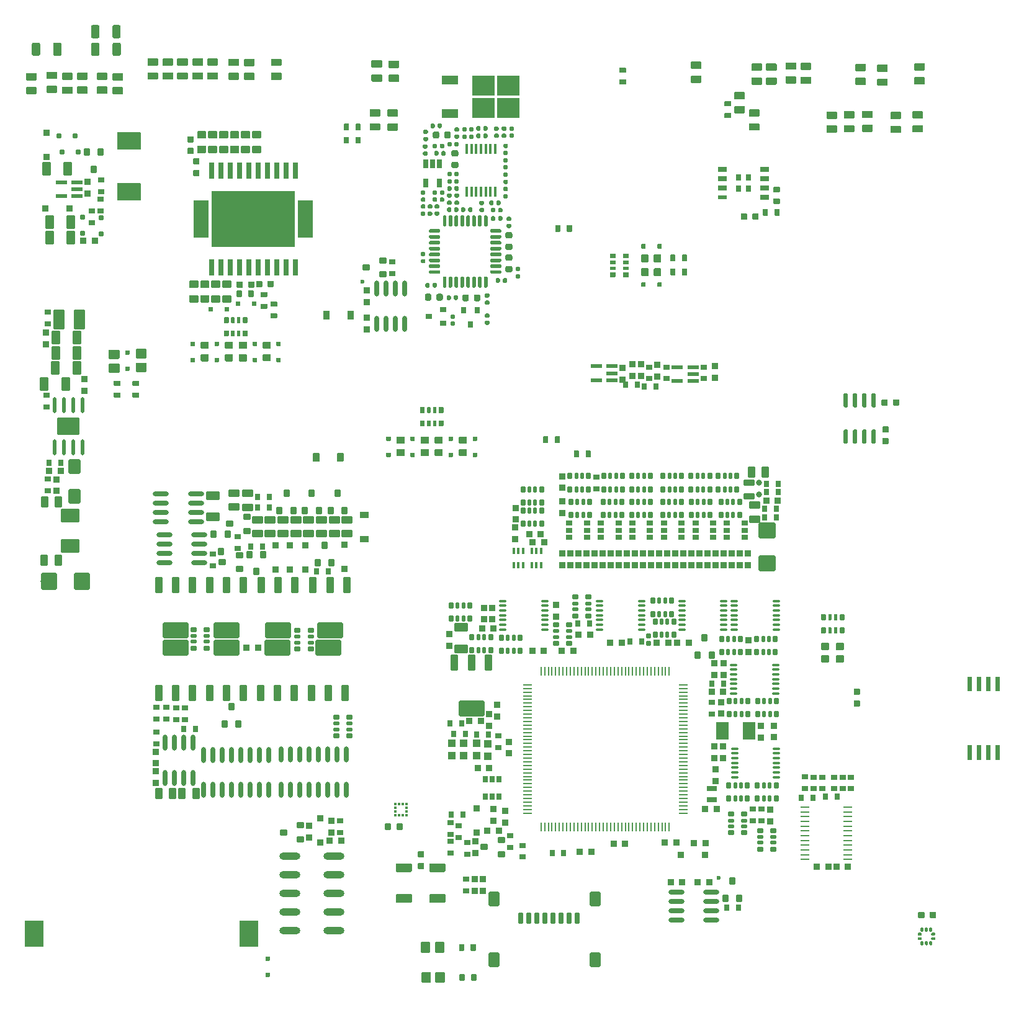
<source format=gtp>
G75*
G70*
%OFA0B0*%
%FSLAX25Y25*%
%IPPOS*%
%LPD*%
%AMOC8*
5,1,8,0,0,1.08239X$1,22.5*
%
%AMM145*
21,1,0.027560,0.030710,-0.000000,0.000000,180.000000*
21,1,0.022050,0.036220,-0.000000,0.000000,180.000000*
1,1,0.005510,-0.011020,0.015350*
1,1,0.005510,0.011020,0.015350*
1,1,0.005510,0.011020,-0.015350*
1,1,0.005510,-0.011020,-0.015350*
%
%AMM150*
21,1,0.033470,0.026770,-0.000000,0.000000,0.000000*
21,1,0.026770,0.033470,-0.000000,0.000000,0.000000*
1,1,0.006690,0.013390,-0.013390*
1,1,0.006690,-0.013390,-0.013390*
1,1,0.006690,-0.013390,0.013390*
1,1,0.006690,0.013390,0.013390*
%
%AMM151*
21,1,0.027560,0.030710,-0.000000,0.000000,90.000000*
21,1,0.022050,0.036220,-0.000000,0.000000,90.000000*
1,1,0.005510,0.015350,0.011020*
1,1,0.005510,0.015350,-0.011020*
1,1,0.005510,-0.015350,-0.011020*
1,1,0.005510,-0.015350,0.011020*
%
%AMM152*
21,1,0.039370,0.049210,-0.000000,0.000000,180.000000*
21,1,0.031500,0.057090,-0.000000,0.000000,180.000000*
1,1,0.007870,-0.015750,0.024610*
1,1,0.007870,0.015750,0.024610*
1,1,0.007870,0.015750,-0.024610*
1,1,0.007870,-0.015750,-0.024610*
%
%AMM153*
21,1,0.033470,0.026770,-0.000000,0.000000,270.000000*
21,1,0.026770,0.033470,-0.000000,0.000000,270.000000*
1,1,0.006690,-0.013390,-0.013390*
1,1,0.006690,-0.013390,0.013390*
1,1,0.006690,0.013390,0.013390*
1,1,0.006690,0.013390,-0.013390*
%
%AMM172*
21,1,0.035430,0.050000,-0.000000,-0.000000,90.000000*
21,1,0.028350,0.057090,-0.000000,-0.000000,90.000000*
1,1,0.007090,0.025000,0.014170*
1,1,0.007090,0.025000,-0.014170*
1,1,0.007090,-0.025000,-0.014170*
1,1,0.007090,-0.025000,0.014170*
%
%AMM173*
21,1,0.086610,0.073230,-0.000000,-0.000000,90.000000*
21,1,0.069290,0.090550,-0.000000,-0.000000,90.000000*
1,1,0.017320,0.036610,0.034650*
1,1,0.017320,0.036610,-0.034650*
1,1,0.017320,-0.036610,-0.034650*
1,1,0.017320,-0.036610,0.034650*
%
%AMM174*
21,1,0.027560,0.030710,-0.000000,-0.000000,270.000000*
21,1,0.022050,0.036220,-0.000000,-0.000000,270.000000*
1,1,0.005510,-0.015350,-0.011020*
1,1,0.005510,-0.015350,0.011020*
1,1,0.005510,0.015350,0.011020*
1,1,0.005510,0.015350,-0.011020*
%
%AMM175*
21,1,0.039370,0.049210,-0.000000,-0.000000,0.000000*
21,1,0.031500,0.057090,-0.000000,-0.000000,0.000000*
1,1,0.007870,0.015750,-0.024610*
1,1,0.007870,-0.015750,-0.024610*
1,1,0.007870,-0.015750,0.024610*
1,1,0.007870,0.015750,0.024610*
%
%AMM176*
21,1,0.023620,0.030710,-0.000000,-0.000000,270.000000*
21,1,0.018900,0.035430,-0.000000,-0.000000,270.000000*
1,1,0.004720,-0.015350,-0.009450*
1,1,0.004720,-0.015350,0.009450*
1,1,0.004720,0.015350,0.009450*
1,1,0.004720,0.015350,-0.009450*
%
%AMM177*
21,1,0.025590,0.026380,-0.000000,-0.000000,180.000000*
21,1,0.020470,0.031500,-0.000000,-0.000000,180.000000*
1,1,0.005120,-0.010240,0.013190*
1,1,0.005120,0.010240,0.013190*
1,1,0.005120,0.010240,-0.013190*
1,1,0.005120,-0.010240,-0.013190*
%
%AMM178*
21,1,0.017720,0.027950,-0.000000,-0.000000,180.000000*
21,1,0.014170,0.031500,-0.000000,-0.000000,180.000000*
1,1,0.003540,-0.007090,0.013980*
1,1,0.003540,0.007090,0.013980*
1,1,0.003540,0.007090,-0.013980*
1,1,0.003540,-0.007090,-0.013980*
%
%AMM179*
21,1,0.033470,0.026770,-0.000000,-0.000000,90.000000*
21,1,0.026770,0.033470,-0.000000,-0.000000,90.000000*
1,1,0.006690,0.013390,0.013390*
1,1,0.006690,0.013390,-0.013390*
1,1,0.006690,-0.013390,-0.013390*
1,1,0.006690,-0.013390,0.013390*
%
%AMM180*
21,1,0.027560,0.030710,-0.000000,-0.000000,180.000000*
21,1,0.022050,0.036220,-0.000000,-0.000000,180.000000*
1,1,0.005510,-0.011020,0.015350*
1,1,0.005510,0.011020,0.015350*
1,1,0.005510,0.011020,-0.015350*
1,1,0.005510,-0.011020,-0.015350*
%
%AMM181*
21,1,0.039370,0.049210,-0.000000,-0.000000,270.000000*
21,1,0.031500,0.057090,-0.000000,-0.000000,270.000000*
1,1,0.007870,-0.024610,-0.015750*
1,1,0.007870,-0.024610,0.015750*
1,1,0.007870,0.024610,0.015750*
1,1,0.007870,0.024610,-0.015750*
%
%AMM182*
21,1,0.033470,0.026770,-0.000000,-0.000000,0.000000*
21,1,0.026770,0.033470,-0.000000,-0.000000,0.000000*
1,1,0.006690,0.013390,-0.013390*
1,1,0.006690,-0.013390,-0.013390*
1,1,0.006690,-0.013390,0.013390*
1,1,0.006690,0.013390,0.013390*
%
%AMM206*
21,1,0.033470,0.026770,-0.000000,-0.000000,180.000000*
21,1,0.026770,0.033470,-0.000000,-0.000000,180.000000*
1,1,0.006690,-0.013390,0.013390*
1,1,0.006690,0.013390,0.013390*
1,1,0.006690,0.013390,-0.013390*
1,1,0.006690,-0.013390,-0.013390*
%
%AMM207*
21,1,0.027560,0.030710,-0.000000,-0.000000,90.000000*
21,1,0.022050,0.036220,-0.000000,-0.000000,90.000000*
1,1,0.005510,0.015350,0.011020*
1,1,0.005510,0.015350,-0.011020*
1,1,0.005510,-0.015350,-0.011020*
1,1,0.005510,-0.015350,0.011020*
%
%AMM211*
21,1,0.070870,0.036220,-0.000000,0.000000,90.000000*
21,1,0.061810,0.045280,-0.000000,0.000000,90.000000*
1,1,0.009060,0.018110,0.030910*
1,1,0.009060,0.018110,-0.030910*
1,1,0.009060,-0.018110,-0.030910*
1,1,0.009060,-0.018110,0.030910*
%
%AMM212*
21,1,0.033470,0.026770,-0.000000,0.000000,180.000000*
21,1,0.026770,0.033470,-0.000000,0.000000,180.000000*
1,1,0.006690,-0.013390,0.013390*
1,1,0.006690,0.013390,0.013390*
1,1,0.006690,0.013390,-0.013390*
1,1,0.006690,-0.013390,-0.013390*
%
%AMM213*
21,1,0.027560,0.030710,-0.000000,0.000000,270.000000*
21,1,0.022050,0.036220,-0.000000,0.000000,270.000000*
1,1,0.005510,-0.015350,-0.011020*
1,1,0.005510,-0.015350,0.011020*
1,1,0.005510,0.015350,0.011020*
1,1,0.005510,0.015350,-0.011020*
%
%AMM258*
21,1,0.070870,0.036220,-0.000000,-0.000000,180.000000*
21,1,0.061810,0.045280,-0.000000,-0.000000,180.000000*
1,1,0.009060,-0.030910,0.018110*
1,1,0.009060,0.030910,0.018110*
1,1,0.009060,0.030910,-0.018110*
1,1,0.009060,-0.030910,-0.018110*
%
%AMM259*
21,1,0.033470,0.026770,-0.000000,-0.000000,270.000000*
21,1,0.026770,0.033470,-0.000000,-0.000000,270.000000*
1,1,0.006690,-0.013390,-0.013390*
1,1,0.006690,-0.013390,0.013390*
1,1,0.006690,0.013390,0.013390*
1,1,0.006690,0.013390,-0.013390*
%
%AMM260*
21,1,0.027560,0.030710,-0.000000,-0.000000,0.000000*
21,1,0.022050,0.036220,-0.000000,-0.000000,0.000000*
1,1,0.005510,0.011020,-0.015350*
1,1,0.005510,-0.011020,-0.015350*
1,1,0.005510,-0.011020,0.015350*
1,1,0.005510,0.011020,0.015350*
%
%AMM261*
21,1,0.023620,0.030710,-0.000000,-0.000000,0.000000*
21,1,0.018900,0.035430,-0.000000,-0.000000,0.000000*
1,1,0.004720,0.009450,-0.015350*
1,1,0.004720,-0.009450,-0.015350*
1,1,0.004720,-0.009450,0.015350*
1,1,0.004720,0.009450,0.015350*
%
%AMM262*
21,1,0.027560,0.018900,-0.000000,-0.000000,0.000000*
21,1,0.022840,0.023620,-0.000000,-0.000000,0.000000*
1,1,0.004720,0.011420,-0.009450*
1,1,0.004720,-0.011420,-0.009450*
1,1,0.004720,-0.011420,0.009450*
1,1,0.004720,0.011420,0.009450*
%
%AMM263*
21,1,0.137800,0.067720,-0.000000,-0.000000,180.000000*
21,1,0.120870,0.084650,-0.000000,-0.000000,180.000000*
1,1,0.016930,-0.060430,0.033860*
1,1,0.016930,0.060430,0.033860*
1,1,0.016930,0.060430,-0.033860*
1,1,0.016930,-0.060430,-0.033860*
%
%AMM264*
21,1,0.043310,0.075980,-0.000000,-0.000000,180.000000*
21,1,0.034650,0.084650,-0.000000,-0.000000,180.000000*
1,1,0.008660,-0.017320,0.037990*
1,1,0.008660,0.017320,0.037990*
1,1,0.008660,0.017320,-0.037990*
1,1,0.008660,-0.017320,-0.037990*
%
%AMM265*
21,1,0.043310,0.075990,-0.000000,-0.000000,180.000000*
21,1,0.034650,0.084650,-0.000000,-0.000000,180.000000*
1,1,0.008660,-0.017320,0.037990*
1,1,0.008660,0.017320,0.037990*
1,1,0.008660,0.017320,-0.037990*
1,1,0.008660,-0.017320,-0.037990*
%
%AMM266*
21,1,0.039370,0.035430,-0.000000,-0.000000,90.000000*
21,1,0.031500,0.043310,-0.000000,-0.000000,90.000000*
1,1,0.007870,0.017720,0.015750*
1,1,0.007870,0.017720,-0.015750*
1,1,0.007870,-0.017720,-0.015750*
1,1,0.007870,-0.017720,0.015750*
%
%AMM267*
21,1,0.035430,0.030320,-0.000000,-0.000000,90.000000*
21,1,0.028350,0.037400,-0.000000,-0.000000,90.000000*
1,1,0.007090,0.015160,0.014170*
1,1,0.007090,0.015160,-0.014170*
1,1,0.007090,-0.015160,-0.014170*
1,1,0.007090,-0.015160,0.014170*
%
%AMM268*
21,1,0.035830,0.026770,-0.000000,-0.000000,90.000000*
21,1,0.029130,0.033470,-0.000000,-0.000000,90.000000*
1,1,0.006690,0.013390,0.014570*
1,1,0.006690,0.013390,-0.014570*
1,1,0.006690,-0.013390,-0.014570*
1,1,0.006690,-0.013390,0.014570*
%
%AMM269*
21,1,0.035430,0.030320,-0.000000,-0.000000,0.000000*
21,1,0.028350,0.037400,-0.000000,-0.000000,0.000000*
1,1,0.007090,0.014170,-0.015160*
1,1,0.007090,-0.014170,-0.015160*
1,1,0.007090,-0.014170,0.015160*
1,1,0.007090,0.014170,0.015160*
%
%AMM270*
21,1,0.025590,0.026380,-0.000000,-0.000000,90.000000*
21,1,0.020470,0.031500,-0.000000,-0.000000,90.000000*
1,1,0.005120,0.013190,0.010240*
1,1,0.005120,0.013190,-0.010240*
1,1,0.005120,-0.013190,-0.010240*
1,1,0.005120,-0.013190,0.010240*
%
%AMM271*
21,1,0.017720,0.027950,-0.000000,-0.000000,90.000000*
21,1,0.014170,0.031500,-0.000000,-0.000000,90.000000*
1,1,0.003540,0.013980,0.007090*
1,1,0.003540,0.013980,-0.007090*
1,1,0.003540,-0.013980,-0.007090*
1,1,0.003540,-0.013980,0.007090*
%
%AMM272*
21,1,0.027560,0.049610,-0.000000,-0.000000,90.000000*
21,1,0.022050,0.055120,-0.000000,-0.000000,90.000000*
1,1,0.005510,0.024800,0.011020*
1,1,0.005510,0.024800,-0.011020*
1,1,0.005510,-0.024800,-0.011020*
1,1,0.005510,-0.024800,0.011020*
%
%AMM273*
21,1,0.035830,0.026770,-0.000000,-0.000000,0.000000*
21,1,0.029130,0.033470,-0.000000,-0.000000,0.000000*
1,1,0.006690,0.014570,-0.013390*
1,1,0.006690,-0.014570,-0.013390*
1,1,0.006690,-0.014570,0.013390*
1,1,0.006690,0.014570,0.013390*
%
%AMM305*
21,1,0.035430,0.030320,-0.000000,0.000000,90.000000*
21,1,0.028350,0.037400,-0.000000,0.000000,90.000000*
1,1,0.007090,0.015160,0.014170*
1,1,0.007090,0.015160,-0.014170*
1,1,0.007090,-0.015160,-0.014170*
1,1,0.007090,-0.015160,0.014170*
%
%AMM309*
21,1,0.025590,0.026380,-0.000000,0.000000,180.000000*
21,1,0.020470,0.031500,-0.000000,0.000000,180.000000*
1,1,0.005120,-0.010240,0.013190*
1,1,0.005120,0.010240,0.013190*
1,1,0.005120,0.010240,-0.013190*
1,1,0.005120,-0.010240,-0.013190*
%
%AMM31*
21,1,0.027560,0.030710,0.000000,0.000000,270.000000*
21,1,0.022050,0.036220,0.000000,0.000000,270.000000*
1,1,0.005510,-0.015350,-0.011020*
1,1,0.005510,-0.015350,0.011020*
1,1,0.005510,0.015350,0.011020*
1,1,0.005510,0.015350,-0.011020*
%
%AMM310*
21,1,0.017720,0.027950,-0.000000,0.000000,180.000000*
21,1,0.014170,0.031500,-0.000000,0.000000,180.000000*
1,1,0.003540,-0.007090,0.013980*
1,1,0.003540,0.007090,0.013980*
1,1,0.003540,0.007090,-0.013980*
1,1,0.003540,-0.007090,-0.013980*
%
%AMM311*
21,1,0.035830,0.026770,-0.000000,0.000000,180.000000*
21,1,0.029130,0.033470,-0.000000,0.000000,180.000000*
1,1,0.006690,-0.014570,0.013390*
1,1,0.006690,0.014570,0.013390*
1,1,0.006690,0.014570,-0.013390*
1,1,0.006690,-0.014570,-0.013390*
%
%AMM323*
21,1,0.035430,0.030320,-0.000000,-0.000000,180.000000*
21,1,0.028350,0.037400,-0.000000,-0.000000,180.000000*
1,1,0.007090,-0.014170,0.015160*
1,1,0.007090,0.014170,0.015160*
1,1,0.007090,0.014170,-0.015160*
1,1,0.007090,-0.014170,-0.015160*
%
%AMM324*
21,1,0.043310,0.075980,-0.000000,-0.000000,0.000000*
21,1,0.034650,0.084650,-0.000000,-0.000000,0.000000*
1,1,0.008660,0.017320,-0.037990*
1,1,0.008660,-0.017320,-0.037990*
1,1,0.008660,-0.017320,0.037990*
1,1,0.008660,0.017320,0.037990*
%
%AMM325*
21,1,0.043310,0.075990,-0.000000,-0.000000,0.000000*
21,1,0.034650,0.084650,-0.000000,-0.000000,0.000000*
1,1,0.008660,0.017320,-0.037990*
1,1,0.008660,-0.017320,-0.037990*
1,1,0.008660,-0.017320,0.037990*
1,1,0.008660,0.017320,0.037990*
%
%AMM326*
21,1,0.137800,0.067720,-0.000000,-0.000000,0.000000*
21,1,0.120870,0.084650,-0.000000,-0.000000,0.000000*
1,1,0.016930,0.060430,-0.033860*
1,1,0.016930,-0.060430,-0.033860*
1,1,0.016930,-0.060430,0.033860*
1,1,0.016930,0.060430,0.033860*
%
%AMM327*
21,1,0.025590,0.026380,-0.000000,-0.000000,270.000000*
21,1,0.020470,0.031500,-0.000000,-0.000000,270.000000*
1,1,0.005120,-0.013190,-0.010240*
1,1,0.005120,-0.013190,0.010240*
1,1,0.005120,0.013190,0.010240*
1,1,0.005120,0.013190,-0.010240*
%
%AMM328*
21,1,0.017720,0.027950,-0.000000,-0.000000,270.000000*
21,1,0.014170,0.031500,-0.000000,-0.000000,270.000000*
1,1,0.003540,-0.013980,-0.007090*
1,1,0.003540,-0.013980,0.007090*
1,1,0.003540,0.013980,0.007090*
1,1,0.003540,0.013980,-0.007090*
%
%AMM329*
21,1,0.035830,0.026770,-0.000000,-0.000000,270.000000*
21,1,0.029130,0.033470,-0.000000,-0.000000,270.000000*
1,1,0.006690,-0.013390,-0.014570*
1,1,0.006690,-0.013390,0.014570*
1,1,0.006690,0.013390,0.014570*
1,1,0.006690,0.013390,-0.014570*
%
%AMM341*
21,1,0.012600,0.028980,-0.000000,0.000000,0.000000*
21,1,0.010080,0.031500,-0.000000,0.000000,0.000000*
1,1,0.002520,0.005040,-0.014490*
1,1,0.002520,-0.005040,-0.014490*
1,1,0.002520,-0.005040,0.014490*
1,1,0.002520,0.005040,0.014490*
%
%AMM343*
21,1,0.035830,0.026770,-0.000000,0.000000,90.000000*
21,1,0.029130,0.033470,-0.000000,0.000000,90.000000*
1,1,0.006690,0.013390,0.014570*
1,1,0.006690,0.013390,-0.014570*
1,1,0.006690,-0.013390,-0.014570*
1,1,0.006690,-0.013390,0.014570*
%
%AMM355*
21,1,0.035430,0.030320,0.000000,-0.000000,90.000000*
21,1,0.028350,0.037400,0.000000,-0.000000,90.000000*
1,1,0.007090,0.015160,0.014170*
1,1,0.007090,0.015160,-0.014170*
1,1,0.007090,-0.015160,-0.014170*
1,1,0.007090,-0.015160,0.014170*
%
%AMM356*
21,1,0.033470,0.026770,0.000000,-0.000000,270.000000*
21,1,0.026770,0.033470,0.000000,-0.000000,270.000000*
1,1,0.006690,-0.013390,-0.013390*
1,1,0.006690,-0.013390,0.013390*
1,1,0.006690,0.013390,0.013390*
1,1,0.006690,0.013390,-0.013390*
%
%AMM357*
21,1,0.027560,0.030710,0.000000,-0.000000,90.000000*
21,1,0.022050,0.036220,0.000000,-0.000000,90.000000*
1,1,0.005510,0.015350,0.011020*
1,1,0.005510,0.015350,-0.011020*
1,1,0.005510,-0.015350,-0.011020*
1,1,0.005510,-0.015350,0.011020*
%
%AMM36*
21,1,0.033470,0.026770,0.000000,0.000000,90.000000*
21,1,0.026770,0.033470,0.000000,0.000000,90.000000*
1,1,0.006690,0.013390,0.013390*
1,1,0.006690,0.013390,-0.013390*
1,1,0.006690,-0.013390,-0.013390*
1,1,0.006690,-0.013390,0.013390*
%
%AMM363*
21,1,0.021650,0.052760,-0.000000,-0.000000,90.000000*
21,1,0.017320,0.057090,-0.000000,-0.000000,90.000000*
1,1,0.004330,0.026380,0.008660*
1,1,0.004330,0.026380,-0.008660*
1,1,0.004330,-0.026380,-0.008660*
1,1,0.004330,-0.026380,0.008660*
%
%AMM365*
21,1,0.035430,0.030320,-0.000000,0.000000,180.000000*
21,1,0.028350,0.037400,-0.000000,0.000000,180.000000*
1,1,0.007090,-0.014170,0.015160*
1,1,0.007090,0.014170,0.015160*
1,1,0.007090,0.014170,-0.015160*
1,1,0.007090,-0.014170,-0.015160*
%
%AMM366*
21,1,0.021650,0.052760,-0.000000,0.000000,90.000000*
21,1,0.017320,0.057090,-0.000000,0.000000,90.000000*
1,1,0.004330,0.026380,0.008660*
1,1,0.004330,0.026380,-0.008660*
1,1,0.004330,-0.026380,-0.008660*
1,1,0.004330,-0.026380,0.008660*
%
%AMM367*
21,1,0.094490,0.111020,-0.000000,0.000000,270.000000*
21,1,0.075590,0.129920,-0.000000,0.000000,270.000000*
1,1,0.018900,-0.055510,-0.037800*
1,1,0.018900,-0.055510,0.037800*
1,1,0.018900,0.055510,0.037800*
1,1,0.018900,0.055510,-0.037800*
%
%AMM368*
21,1,0.023620,0.018900,-0.000000,0.000000,0.000000*
21,1,0.018900,0.023620,-0.000000,0.000000,0.000000*
1,1,0.004720,0.009450,-0.009450*
1,1,0.004720,-0.009450,-0.009450*
1,1,0.004720,-0.009450,0.009450*
1,1,0.004720,0.009450,0.009450*
%
%AMM369*
21,1,0.023620,0.018900,-0.000000,0.000000,270.000000*
21,1,0.018900,0.023620,-0.000000,0.000000,270.000000*
1,1,0.004720,-0.009450,-0.009450*
1,1,0.004720,-0.009450,0.009450*
1,1,0.004720,0.009450,0.009450*
1,1,0.004720,0.009450,-0.009450*
%
%AMM376*
21,1,0.106300,0.050390,-0.000000,0.000000,90.000000*
21,1,0.093700,0.062990,-0.000000,0.000000,90.000000*
1,1,0.012600,0.025200,0.046850*
1,1,0.012600,0.025200,-0.046850*
1,1,0.012600,-0.025200,-0.046850*
1,1,0.012600,-0.025200,0.046850*
%
%AMM377*
21,1,0.074800,0.083460,-0.000000,0.000000,270.000000*
21,1,0.059840,0.098430,-0.000000,0.000000,270.000000*
1,1,0.014960,-0.041730,-0.029920*
1,1,0.014960,-0.041730,0.029920*
1,1,0.014960,0.041730,0.029920*
1,1,0.014960,0.041730,-0.029920*
%
%AMM378*
21,1,0.122050,0.075590,-0.000000,0.000000,0.000000*
21,1,0.103150,0.094490,-0.000000,0.000000,0.000000*
1,1,0.018900,0.051580,-0.037800*
1,1,0.018900,-0.051580,-0.037800*
1,1,0.018900,-0.051580,0.037800*
1,1,0.018900,0.051580,0.037800*
%
%AMM379*
21,1,0.078740,0.053540,-0.000000,0.000000,270.000000*
21,1,0.065350,0.066930,-0.000000,0.000000,270.000000*
1,1,0.013390,-0.026770,-0.032680*
1,1,0.013390,-0.026770,0.032680*
1,1,0.013390,0.026770,0.032680*
1,1,0.013390,0.026770,-0.032680*
%
%AMM380*
21,1,0.070870,0.036220,-0.000000,0.000000,270.000000*
21,1,0.061810,0.045280,-0.000000,0.000000,270.000000*
1,1,0.009060,-0.018110,-0.030910*
1,1,0.009060,-0.018110,0.030910*
1,1,0.009060,0.018110,0.030910*
1,1,0.009060,0.018110,-0.030910*
%
%AMM381*
21,1,0.086610,0.073230,-0.000000,0.000000,180.000000*
21,1,0.069290,0.090550,-0.000000,0.000000,180.000000*
1,1,0.017320,-0.034650,0.036610*
1,1,0.017320,0.034650,0.036610*
1,1,0.017320,0.034650,-0.036610*
1,1,0.017320,-0.034650,-0.036610*
%
%AMM82*
21,1,0.078740,0.045670,0.000000,0.000000,270.000000*
21,1,0.067320,0.057090,0.000000,0.000000,270.000000*
1,1,0.011420,-0.022840,-0.033660*
1,1,0.011420,-0.022840,0.033660*
1,1,0.011420,0.022840,0.033660*
1,1,0.011420,0.022840,-0.033660*
%
%AMM83*
21,1,0.059060,0.020470,0.000000,0.000000,270.000000*
21,1,0.053940,0.025590,0.000000,0.000000,270.000000*
1,1,0.005120,-0.010240,-0.026970*
1,1,0.005120,-0.010240,0.026970*
1,1,0.005120,0.010240,0.026970*
1,1,0.005120,0.010240,-0.026970*
%
%ADD102C,0.03150*%
%ADD104O,0.00000X0.00000*%
%ADD105R,0.03130X0.03543*%
%ADD163O,0.04961X0.00984*%
%ADD165M31*%
%ADD17C,0.02362*%
%ADD174M36*%
%ADD177O,0.05118X0.00866*%
%ADD178O,0.00866X0.05118*%
%ADD183O,0.04331X0.01181*%
%ADD186R,0.06693X0.09449*%
%ADD234M82*%
%ADD235M83*%
%ADD249O,0.02362X0.08661*%
%ADD250O,0.08661X0.02362*%
%ADD309O,0.03937X0.01968*%
%ADD352R,0.03543X0.03150*%
%ADD357R,0.03150X0.03543*%
%ADD364M145*%
%ADD369M150*%
%ADD370M151*%
%ADD371M152*%
%ADD372M153*%
%ADD391M172*%
%ADD392M173*%
%ADD393M174*%
%ADD394M175*%
%ADD395M176*%
%ADD396M177*%
%ADD397M178*%
%ADD398M179*%
%ADD399M180*%
%ADD400M181*%
%ADD401M182*%
%ADD429M206*%
%ADD430M207*%
%ADD434M211*%
%ADD435M212*%
%ADD436M213*%
%ADD485M258*%
%ADD486M259*%
%ADD487M260*%
%ADD488M261*%
%ADD489M262*%
%ADD490M263*%
%ADD491M264*%
%ADD492M265*%
%ADD493M266*%
%ADD494M267*%
%ADD495M268*%
%ADD496M269*%
%ADD497M270*%
%ADD498M271*%
%ADD499M272*%
%ADD500M273*%
%ADD51R,0.01476X0.01378*%
%ADD52R,0.01378X0.01476*%
%ADD53R,0.10236X0.14173*%
%ADD532M305*%
%ADD536M309*%
%ADD537M310*%
%ADD538M311*%
%ADD565M323*%
%ADD566M324*%
%ADD567M325*%
%ADD568M326*%
%ADD569M327*%
%ADD570M328*%
%ADD571M329*%
%ADD583M341*%
%ADD585O,0.11221X0.04016*%
%ADD586M343*%
%ADD599M355*%
%ADD600M356*%
%ADD601M357*%
%ADD607M363*%
%ADD609M365*%
%ADD610M366*%
%ADD611M367*%
%ADD612M368*%
%ADD613M369*%
%ADD624M376*%
%ADD625M377*%
%ADD626O,0.01968X0.08661*%
%ADD627M378*%
%ADD628M379*%
%ADD629M380*%
%ADD630M381*%
%ADD642R,0.01772X0.05709*%
%ADD643R,0.08661X0.04724*%
%ADD645R,0.02559X0.04803*%
%ADD646R,0.12008X0.10827*%
%ADD74R,0.05157X0.02559*%
%ADD75R,0.05157X0.02362*%
%ADD86R,0.03150X0.08661*%
%ADD87R,0.08000X0.20000*%
%ADD88R,0.45000X0.30000*%
X0000000Y0000000D02*
%LPD*%
G01*
G36*
G01*
X0570602Y0184234D02*
X0572600Y0184234D01*
G75*
G02*
X0572763Y0184071I0000000J-000163D01*
G01*
X0572763Y0176443D01*
G75*
G02*
X0572600Y0176281I-000163J0000000D01*
G01*
X0570602Y0176281D01*
G75*
G02*
X0570440Y0176443I0000000J0000163D01*
G01*
X0570440Y0184071D01*
G75*
G02*
X0570602Y0184234I0000163J0000000D01*
G01*
G37*
G36*
G01*
X0565602Y0184234D02*
X0567600Y0184234D01*
G75*
G02*
X0567763Y0184071I0000000J-000163D01*
G01*
X0567763Y0176443D01*
G75*
G02*
X0567600Y0176281I-000163J0000000D01*
G01*
X0565602Y0176281D01*
G75*
G02*
X0565440Y0176443I0000000J0000163D01*
G01*
X0565440Y0184071D01*
G75*
G02*
X0565602Y0184234I0000163J0000000D01*
G01*
G37*
G36*
G01*
X0560602Y0184234D02*
X0562600Y0184234D01*
G75*
G02*
X0562763Y0184071I0000000J-000163D01*
G01*
X0562763Y0176443D01*
G75*
G02*
X0562600Y0176281I-000163J0000000D01*
G01*
X0560602Y0176281D01*
G75*
G02*
X0560440Y0176443I0000000J0000163D01*
G01*
X0560440Y0184071D01*
G75*
G02*
X0560602Y0184234I0000163J0000000D01*
G01*
G37*
G36*
G01*
X0555602Y0184234D02*
X0557600Y0184234D01*
G75*
G02*
X0557763Y0184071I0000000J-000163D01*
G01*
X0557763Y0176443D01*
G75*
G02*
X0557600Y0176281I-000163J0000000D01*
G01*
X0555602Y0176281D01*
G75*
G02*
X0555440Y0176443I0000000J0000163D01*
G01*
X0555440Y0184071D01*
G75*
G02*
X0555602Y0184234I0000163J0000000D01*
G01*
G37*
G36*
G01*
X0555602Y0147383D02*
X0557600Y0147383D01*
G75*
G02*
X0557763Y0147221I0000000J-000163D01*
G01*
X0557763Y0139593D01*
G75*
G02*
X0557600Y0139430I-000163J0000000D01*
G01*
X0555602Y0139430D01*
G75*
G02*
X0555440Y0139593I0000000J0000163D01*
G01*
X0555440Y0147221D01*
G75*
G02*
X0555602Y0147383I0000163J0000000D01*
G01*
G37*
G36*
G01*
X0560602Y0147383D02*
X0562600Y0147383D01*
G75*
G02*
X0562763Y0147221I0000000J-000163D01*
G01*
X0562763Y0139593D01*
G75*
G02*
X0562600Y0139430I-000163J0000000D01*
G01*
X0560602Y0139430D01*
G75*
G02*
X0560440Y0139593I0000000J0000163D01*
G01*
X0560440Y0147221D01*
G75*
G02*
X0560602Y0147383I0000163J0000000D01*
G01*
G37*
G36*
G01*
X0565602Y0147383D02*
X0567600Y0147383D01*
G75*
G02*
X0567763Y0147221I0000000J-000163D01*
G01*
X0567763Y0139593D01*
G75*
G02*
X0567600Y0139430I-000163J0000000D01*
G01*
X0565602Y0139430D01*
G75*
G02*
X0565440Y0139593I0000000J0000163D01*
G01*
X0565440Y0147221D01*
G75*
G02*
X0565602Y0147383I0000163J0000000D01*
G01*
G37*
G36*
G01*
X0570602Y0147383D02*
X0572600Y0147383D01*
G75*
G02*
X0572763Y0147221I0000000J-000163D01*
G01*
X0572763Y0139593D01*
G75*
G02*
X0572600Y0139430I-000163J0000000D01*
G01*
X0570602Y0139430D01*
G75*
G02*
X0570440Y0139593I0000000J0000163D01*
G01*
X0570440Y0147221D01*
G75*
G02*
X0570602Y0147383I0000163J0000000D01*
G01*
G37*
D104*
X0354207Y0023012D03*
X0323695Y0076358D03*
X0326727Y0017992D03*
G36*
G01*
X0229613Y0473919D02*
X0229613Y0470848D01*
G75*
G02*
X0229337Y0470572I-000276J0000000D01*
G01*
X0227133Y0470572D01*
G75*
G02*
X0226857Y0470848I0000000J0000276D01*
G01*
X0226857Y0473919D01*
G75*
G02*
X0227133Y0474194I0000276J0000000D01*
G01*
X0229337Y0474194D01*
G75*
G02*
X0229613Y0473919I0000000J-000276D01*
G01*
G37*
G36*
G01*
X0223314Y0473919D02*
X0223314Y0470848D01*
G75*
G02*
X0223038Y0470572I-000276J0000000D01*
G01*
X0220833Y0470572D01*
G75*
G02*
X0220558Y0470848I0000000J0000276D01*
G01*
X0220558Y0473919D01*
G75*
G02*
X0220833Y0474194I0000276J0000000D01*
G01*
X0223038Y0474194D01*
G75*
G02*
X0223314Y0473919I0000000J-000276D01*
G01*
G37*
G36*
G01*
X0239711Y0477580D02*
X0234790Y0477580D01*
G75*
G02*
X0234396Y0477974I0000000J0000394D01*
G01*
X0234396Y0481123D01*
G75*
G02*
X0234790Y0481517I0000394J0000000D01*
G01*
X0239711Y0481517D01*
G75*
G02*
X0240105Y0481123I0000000J-000394D01*
G01*
X0240105Y0477974D01*
G75*
G02*
X0239711Y0477580I-000394J0000000D01*
G01*
G37*
G36*
G01*
X0239711Y0485060D02*
X0234790Y0485060D01*
G75*
G02*
X0234396Y0485454I0000000J0000394D01*
G01*
X0234396Y0488604D01*
G75*
G02*
X0234790Y0488997I0000394J0000000D01*
G01*
X0239711Y0488997D01*
G75*
G02*
X0240105Y0488604I0000000J-000394D01*
G01*
X0240105Y0485454D01*
G75*
G02*
X0239711Y0485060I-000394J0000000D01*
G01*
G37*
G36*
G01*
X0152467Y0504942D02*
X0147546Y0504942D01*
G75*
G02*
X0147152Y0505336I0000000J0000394D01*
G01*
X0147152Y0508486D01*
G75*
G02*
X0147546Y0508879I0000394J0000000D01*
G01*
X0152467Y0508879D01*
G75*
G02*
X0152861Y0508486I0000000J-000394D01*
G01*
X0152861Y0505336D01*
G75*
G02*
X0152467Y0504942I-000394J0000000D01*
G01*
G37*
G36*
G01*
X0152467Y0512423D02*
X0147546Y0512423D01*
G75*
G02*
X0147152Y0512816I0000000J0000394D01*
G01*
X0147152Y0515966D01*
G75*
G02*
X0147546Y0516360I0000394J0000000D01*
G01*
X0152467Y0516360D01*
G75*
G02*
X0152861Y0515966I0000000J-000394D01*
G01*
X0152861Y0512816D01*
G75*
G02*
X0152467Y0512423I-000394J0000000D01*
G01*
G37*
G36*
G01*
X0097283Y0343159D02*
X0100354Y0343159D01*
G75*
G02*
X0100630Y0342884I0000000J-000276D01*
G01*
X0100630Y0340679D01*
G75*
G02*
X0100354Y0340404I-000276J0000000D01*
G01*
X0097283Y0340404D01*
G75*
G02*
X0097008Y0340679I0000000J0000276D01*
G01*
X0097008Y0342884D01*
G75*
G02*
X0097283Y0343159I0000276J0000000D01*
G01*
G37*
G36*
G01*
X0097283Y0336860D02*
X0100354Y0336860D01*
G75*
G02*
X0100630Y0336585I0000000J-000276D01*
G01*
X0100630Y0334380D01*
G75*
G02*
X0100354Y0334104I-000276J0000000D01*
G01*
X0097283Y0334104D01*
G75*
G02*
X0097008Y0334380I0000000J0000276D01*
G01*
X0097008Y0336585D01*
G75*
G02*
X0097283Y0336860I0000276J0000000D01*
G01*
G37*
G36*
G01*
X0445597Y0432068D02*
X0445597Y0435139D01*
G75*
G02*
X0445873Y0435415I0000276J0000000D01*
G01*
X0448077Y0435415D01*
G75*
G02*
X0448353Y0435139I0000000J-000276D01*
G01*
X0448353Y0432068D01*
G75*
G02*
X0448077Y0431793I-000276J0000000D01*
G01*
X0445873Y0431793D01*
G75*
G02*
X0445597Y0432068I0000000J0000276D01*
G01*
G37*
G36*
G01*
X0451896Y0432068D02*
X0451896Y0435139D01*
G75*
G02*
X0452172Y0435415I0000276J0000000D01*
G01*
X0454377Y0435415D01*
G75*
G02*
X0454652Y0435139I0000000J-000276D01*
G01*
X0454652Y0432068D01*
G75*
G02*
X0454377Y0431793I-000276J0000000D01*
G01*
X0452172Y0431793D01*
G75*
G02*
X0451896Y0432068I0000000J0000276D01*
G01*
G37*
G36*
G01*
X0242507Y0102226D02*
X0242507Y0104903D01*
G75*
G02*
X0242841Y0105238I0000335J0000000D01*
G01*
X0245518Y0105238D01*
G75*
G02*
X0245853Y0104903I0000000J-000335D01*
G01*
X0245853Y0102226D01*
G75*
G02*
X0245518Y0101891I-000335J0000000D01*
G01*
X0242841Y0101891D01*
G75*
G02*
X0242507Y0102226I0000000J0000335D01*
G01*
G37*
G36*
G01*
X0248727Y0102226D02*
X0248727Y0104903D01*
G75*
G02*
X0249062Y0105238I0000335J0000000D01*
G01*
X0251739Y0105238D01*
G75*
G02*
X0252074Y0104903I0000000J-000335D01*
G01*
X0252074Y0102226D01*
G75*
G02*
X0251739Y0101891I-000335J0000000D01*
G01*
X0249062Y0101891D01*
G75*
G02*
X0248727Y0102226I0000000J0000335D01*
G01*
G37*
G36*
G01*
X0176109Y0390848D02*
X0179180Y0390848D01*
G75*
G02*
X0179455Y0390572I0000000J-000276D01*
G01*
X0179455Y0388367D01*
G75*
G02*
X0179180Y0388092I-000276J0000000D01*
G01*
X0176109Y0388092D01*
G75*
G02*
X0175833Y0388367I0000000J0000276D01*
G01*
X0175833Y0390572D01*
G75*
G02*
X0176109Y0390848I0000276J0000000D01*
G01*
G37*
G36*
G01*
X0176109Y0384549D02*
X0179180Y0384549D01*
G75*
G02*
X0179455Y0384273I0000000J-000276D01*
G01*
X0179455Y0382068D01*
G75*
G02*
X0179180Y0381793I-000276J0000000D01*
G01*
X0176109Y0381793D01*
G75*
G02*
X0175833Y0382068I0000000J0000276D01*
G01*
X0175833Y0384273D01*
G75*
G02*
X0176109Y0384549I0000276J0000000D01*
G01*
G37*
G36*
G01*
X0428314Y0484273D02*
X0425243Y0484273D01*
G75*
G02*
X0424967Y0484549I0000000J0000276D01*
G01*
X0424967Y0486753D01*
G75*
G02*
X0425243Y0487029I0000276J0000000D01*
G01*
X0428314Y0487029D01*
G75*
G02*
X0428589Y0486753I0000000J-000276D01*
G01*
X0428589Y0484549D01*
G75*
G02*
X0428314Y0484273I-000276J0000000D01*
G01*
G37*
G36*
G01*
X0428314Y0490572D02*
X0425243Y0490572D01*
G75*
G02*
X0424967Y0490848I0000000J0000276D01*
G01*
X0424967Y0493053D01*
G75*
G02*
X0425243Y0493328I0000276J0000000D01*
G01*
X0428314Y0493328D01*
G75*
G02*
X0428589Y0493053I0000000J-000276D01*
G01*
X0428589Y0490848D01*
G75*
G02*
X0428314Y0490572I-000276J0000000D01*
G01*
G37*
X0225374Y0268983D03*
G36*
G01*
X0120381Y0504942D02*
X0115459Y0504942D01*
G75*
G02*
X0115066Y0505336I0000000J0000394D01*
G01*
X0115066Y0508486D01*
G75*
G02*
X0115459Y0508879I0000394J0000000D01*
G01*
X0120381Y0508879D01*
G75*
G02*
X0120774Y0508486I0000000J-000394D01*
G01*
X0120774Y0505336D01*
G75*
G02*
X0120381Y0504942I-000394J0000000D01*
G01*
G37*
G36*
G01*
X0120381Y0512423D02*
X0115459Y0512423D01*
G75*
G02*
X0115066Y0512816I0000000J0000394D01*
G01*
X0115066Y0515966D01*
G75*
G02*
X0115459Y0516360I0000394J0000000D01*
G01*
X0120381Y0516360D01*
G75*
G02*
X0120774Y0515966I0000000J-000394D01*
G01*
X0120774Y0512816D01*
G75*
G02*
X0120381Y0512423I-000394J0000000D01*
G01*
G37*
G36*
G01*
X0267347Y0025001D02*
X0267347Y0020119D01*
G75*
G02*
X0266835Y0019608I-000512J0000000D01*
G01*
X0262740Y0019608D01*
G75*
G02*
X0262228Y0020119I0000000J0000512D01*
G01*
X0262228Y0025001D01*
G75*
G02*
X0262740Y0025513I0000512J0000000D01*
G01*
X0266835Y0025513D01*
G75*
G02*
X0267347Y0025001I0000000J-000512D01*
G01*
G37*
G36*
G01*
X0274827Y0025001D02*
X0274827Y0020119D01*
G75*
G02*
X0274315Y0019608I-000512J0000000D01*
G01*
X0270221Y0019608D01*
G75*
G02*
X0269709Y0020119I0000000J0000512D01*
G01*
X0269709Y0025001D01*
G75*
G02*
X0270221Y0025513I0000512J0000000D01*
G01*
X0274315Y0025513D01*
G75*
G02*
X0274827Y0025001I0000000J-000512D01*
G01*
G37*
G36*
G01*
X0444790Y0502186D02*
X0439869Y0502186D01*
G75*
G02*
X0439475Y0502580I0000000J0000394D01*
G01*
X0439475Y0505730D01*
G75*
G02*
X0439869Y0506123I0000394J0000000D01*
G01*
X0444790Y0506123D01*
G75*
G02*
X0445184Y0505730I0000000J-000394D01*
G01*
X0445184Y0502580D01*
G75*
G02*
X0444790Y0502186I-000394J0000000D01*
G01*
G37*
G36*
G01*
X0444790Y0509667D02*
X0439869Y0509667D01*
G75*
G02*
X0439475Y0510060I0000000J0000394D01*
G01*
X0439475Y0513210D01*
G75*
G02*
X0439869Y0513604I0000394J0000000D01*
G01*
X0444790Y0513604D01*
G75*
G02*
X0445184Y0513210I0000000J-000394D01*
G01*
X0445184Y0510060D01*
G75*
G02*
X0444790Y0509667I-000394J0000000D01*
G01*
G37*
G36*
G01*
X0245716Y0312977D02*
X0245716Y0311087D01*
G75*
G02*
X0245480Y0310851I-000236J0000000D01*
G01*
X0243590Y0310851D01*
G75*
G02*
X0243354Y0311087I0000000J0000236D01*
G01*
X0243354Y0312977D01*
G75*
G02*
X0243590Y0313213I0000236J0000000D01*
G01*
X0245480Y0313213D01*
G75*
G02*
X0245716Y0312977I0000000J-000236D01*
G01*
G37*
G36*
G01*
X0245716Y0304315D02*
X0245716Y0302426D01*
G75*
G02*
X0245480Y0302189I-000236J0000000D01*
G01*
X0243590Y0302189D01*
G75*
G02*
X0243354Y0302426I0000000J0000236D01*
G01*
X0243354Y0304315D01*
G75*
G02*
X0243590Y0304552I0000236J0000000D01*
G01*
X0245480Y0304552D01*
G75*
G02*
X0245716Y0304315I0000000J-000236D01*
G01*
G37*
G36*
G01*
X0136969Y0474515D02*
X0139646Y0474515D01*
G75*
G02*
X0139981Y0474180I0000000J-000335D01*
G01*
X0139981Y0471503D01*
G75*
G02*
X0139646Y0471168I-000335J0000000D01*
G01*
X0136969Y0471168D01*
G75*
G02*
X0136635Y0471503I0000000J0000335D01*
G01*
X0136635Y0474180D01*
G75*
G02*
X0136969Y0474515I0000335J0000000D01*
G01*
G37*
G36*
G01*
X0136969Y0468294D02*
X0139646Y0468294D01*
G75*
G02*
X0139981Y0467960I0000000J-000335D01*
G01*
X0139981Y0465283D01*
G75*
G02*
X0139646Y0464948I-000335J0000000D01*
G01*
X0136969Y0464948D01*
G75*
G02*
X0136635Y0465283I0000000J0000335D01*
G01*
X0136635Y0467960D01*
G75*
G02*
X0136969Y0468294I0000335J0000000D01*
G01*
G37*
G36*
G01*
X0260676Y0090336D02*
X0263353Y0090336D01*
G75*
G02*
X0263688Y0090001I0000000J-000335D01*
G01*
X0263688Y0087324D01*
G75*
G02*
X0263353Y0086990I-000335J0000000D01*
G01*
X0260676Y0086990D01*
G75*
G02*
X0260341Y0087324I0000000J0000335D01*
G01*
X0260341Y0090001D01*
G75*
G02*
X0260676Y0090336I0000335J0000000D01*
G01*
G37*
G36*
G01*
X0260676Y0084116D02*
X0263353Y0084116D01*
G75*
G02*
X0263688Y0083781I0000000J-000335D01*
G01*
X0263688Y0081104D01*
G75*
G02*
X0263353Y0080769I-000335J0000000D01*
G01*
X0260676Y0080769D01*
G75*
G02*
X0260341Y0081104I0000000J0000335D01*
G01*
X0260341Y0083781D01*
G75*
G02*
X0260676Y0084116I0000335J0000000D01*
G01*
G37*
G36*
G01*
X0088373Y0527186D02*
X0085656Y0527186D01*
G75*
G02*
X0084751Y0528092I0000000J0000906D01*
G01*
X0084751Y0533367D01*
G75*
G02*
X0085656Y0534273I0000906J0000000D01*
G01*
X0088373Y0534273D01*
G75*
G02*
X0089278Y0533367I0000000J-000906D01*
G01*
X0089278Y0528092D01*
G75*
G02*
X0088373Y0527186I-000906J0000000D01*
G01*
G37*
G36*
G01*
X0099790Y0527186D02*
X0097074Y0527186D01*
G75*
G02*
X0096168Y0528092I0000000J0000906D01*
G01*
X0096168Y0533367D01*
G75*
G02*
X0097074Y0534273I0000906J0000000D01*
G01*
X0099790Y0534273D01*
G75*
G02*
X0100696Y0533367I0000000J-000906D01*
G01*
X0100696Y0528092D01*
G75*
G02*
X0099790Y0527186I-000906J0000000D01*
G01*
G37*
G36*
G01*
X0248904Y0083879D02*
X0256621Y0083879D01*
G75*
G02*
X0257093Y0083407I0000000J-000472D01*
G01*
X0257093Y0079627D01*
G75*
G02*
X0256621Y0079155I-000472J0000000D01*
G01*
X0248904Y0079155D01*
G75*
G02*
X0248432Y0079627I0000000J0000472D01*
G01*
X0248432Y0083407D01*
G75*
G02*
X0248904Y0083879I0000472J0000000D01*
G01*
G37*
G36*
G01*
X0248904Y0067344D02*
X0256621Y0067344D01*
G75*
G02*
X0257093Y0066871I0000000J-000472D01*
G01*
X0257093Y0063092D01*
G75*
G02*
X0256621Y0062619I-000472J0000000D01*
G01*
X0248904Y0062619D01*
G75*
G02*
X0248432Y0063092I0000000J0000472D01*
G01*
X0248432Y0066871D01*
G75*
G02*
X0248904Y0067344I0000472J0000000D01*
G01*
G37*
G36*
G01*
X0282724Y0313213D02*
X0286267Y0313213D01*
G75*
G02*
X0286661Y0312819I0000000J-000394D01*
G01*
X0286661Y0309670D01*
G75*
G02*
X0286267Y0309276I-000394J0000000D01*
G01*
X0282724Y0309276D01*
G75*
G02*
X0282330Y0309670I0000000J0000394D01*
G01*
X0282330Y0312819D01*
G75*
G02*
X0282724Y0313213I0000394J0000000D01*
G01*
G37*
G36*
G01*
X0282724Y0306520D02*
X0286267Y0306520D01*
G75*
G02*
X0286661Y0306126I0000000J-000394D01*
G01*
X0286661Y0302977D01*
G75*
G02*
X0286267Y0302583I-000394J0000000D01*
G01*
X0282724Y0302583D01*
G75*
G02*
X0282330Y0302977I0000000J0000394D01*
G01*
X0282330Y0306126D01*
G75*
G02*
X0282724Y0306520I0000394J0000000D01*
G01*
G37*
G36*
G01*
X0518924Y0332856D02*
X0518924Y0330179D01*
G75*
G02*
X0518589Y0329844I-000335J0000000D01*
G01*
X0515912Y0329844D01*
G75*
G02*
X0515577Y0330179I0000000J0000335D01*
G01*
X0515577Y0332856D01*
G75*
G02*
X0515912Y0333190I0000335J0000000D01*
G01*
X0518589Y0333190D01*
G75*
G02*
X0518924Y0332856I0000000J-000335D01*
G01*
G37*
G36*
G01*
X0512703Y0332856D02*
X0512703Y0330179D01*
G75*
G02*
X0512369Y0329844I-000335J0000000D01*
G01*
X0509692Y0329844D01*
G75*
G02*
X0509357Y0330179I0000000J0000335D01*
G01*
X0509357Y0332856D01*
G75*
G02*
X0509692Y0333190I0000335J0000000D01*
G01*
X0512369Y0333190D01*
G75*
G02*
X0512703Y0332856I0000000J-000335D01*
G01*
G37*
G36*
G01*
X0443412Y0477580D02*
X0438491Y0477580D01*
G75*
G02*
X0438097Y0477974I0000000J0000394D01*
G01*
X0438097Y0481123D01*
G75*
G02*
X0438491Y0481517I0000394J0000000D01*
G01*
X0443412Y0481517D01*
G75*
G02*
X0443806Y0481123I0000000J-000394D01*
G01*
X0443806Y0477974D01*
G75*
G02*
X0443412Y0477580I-000394J0000000D01*
G01*
G37*
G36*
G01*
X0443412Y0485060D02*
X0438491Y0485060D01*
G75*
G02*
X0438097Y0485454I0000000J0000394D01*
G01*
X0438097Y0488604D01*
G75*
G02*
X0438491Y0488997I0000394J0000000D01*
G01*
X0443412Y0488997D01*
G75*
G02*
X0443806Y0488604I0000000J-000394D01*
G01*
X0443806Y0485454D01*
G75*
G02*
X0443412Y0485060I-000394J0000000D01*
G01*
G37*
G36*
G01*
X0220459Y0303997D02*
X0220459Y0299982D01*
G75*
G02*
X0220105Y0299627I-000354J0000000D01*
G01*
X0217270Y0299627D01*
G75*
G02*
X0216916Y0299982I0000000J0000354D01*
G01*
X0216916Y0303997D01*
G75*
G02*
X0217270Y0304352I0000354J0000000D01*
G01*
X0220105Y0304352D01*
G75*
G02*
X0220459Y0303997I0000000J-000354D01*
G01*
G37*
G36*
G01*
X0207467Y0303997D02*
X0207467Y0299982D01*
G75*
G02*
X0207113Y0299627I-000354J0000000D01*
G01*
X0204278Y0299627D01*
G75*
G02*
X0203924Y0299982I0000000J0000354D01*
G01*
X0203924Y0303997D01*
G75*
G02*
X0204278Y0304352I0000354J0000000D01*
G01*
X0207113Y0304352D01*
G75*
G02*
X0207467Y0303997I0000000J-000354D01*
G01*
G37*
G36*
G01*
X0128451Y0504942D02*
X0123530Y0504942D01*
G75*
G02*
X0123137Y0505336I0000000J0000394D01*
G01*
X0123137Y0508486D01*
G75*
G02*
X0123530Y0508879I0000394J0000000D01*
G01*
X0128451Y0508879D01*
G75*
G02*
X0128845Y0508486I0000000J-000394D01*
G01*
X0128845Y0505336D01*
G75*
G02*
X0128451Y0504942I-000394J0000000D01*
G01*
G37*
G36*
G01*
X0128451Y0512423D02*
X0123530Y0512423D01*
G75*
G02*
X0123137Y0512816I0000000J0000394D01*
G01*
X0123137Y0515966D01*
G75*
G02*
X0123530Y0516360I0000394J0000000D01*
G01*
X0128451Y0516360D01*
G75*
G02*
X0128845Y0515966I0000000J-000394D01*
G01*
X0128845Y0512816D01*
G75*
G02*
X0128451Y0512423I-000394J0000000D01*
G01*
G37*
G36*
G01*
X0292124Y0312971D02*
X0292124Y0311081D01*
G75*
G02*
X0291887Y0310845I-000236J0000000D01*
G01*
X0289998Y0310845D01*
G75*
G02*
X0289761Y0311081I0000000J0000236D01*
G01*
X0289761Y0312971D01*
G75*
G02*
X0289998Y0313207I0000236J0000000D01*
G01*
X0291887Y0313207D01*
G75*
G02*
X0292124Y0312971I0000000J-000236D01*
G01*
G37*
G36*
G01*
X0292124Y0304309D02*
X0292124Y0302420D01*
G75*
G02*
X0291887Y0302183I-000236J0000000D01*
G01*
X0289998Y0302183D01*
G75*
G02*
X0289761Y0302420I0000000J0000236D01*
G01*
X0289761Y0304309D01*
G75*
G02*
X0289998Y0304546I0000236J0000000D01*
G01*
X0291887Y0304546D01*
G75*
G02*
X0292124Y0304309I0000000J-000236D01*
G01*
G37*
G36*
G01*
X0055182Y0497084D02*
X0050261Y0497084D01*
G75*
G02*
X0049867Y0497478I0000000J0000394D01*
G01*
X0049867Y0500628D01*
G75*
G02*
X0050261Y0501021I0000394J0000000D01*
G01*
X0055182Y0501021D01*
G75*
G02*
X0055576Y0500628I0000000J-000394D01*
G01*
X0055576Y0497478D01*
G75*
G02*
X0055182Y0497084I-000394J0000000D01*
G01*
G37*
G36*
G01*
X0055182Y0504565D02*
X0050261Y0504565D01*
G75*
G02*
X0049867Y0504958I0000000J0000394D01*
G01*
X0049867Y0508108D01*
G75*
G02*
X0050261Y0508502I0000394J0000000D01*
G01*
X0055182Y0508502D01*
G75*
G02*
X0055576Y0508108I0000000J-000394D01*
G01*
X0055576Y0504958D01*
G75*
G02*
X0055182Y0504565I-000394J0000000D01*
G01*
G37*
G36*
G01*
X0153501Y0363952D02*
X0153501Y0362062D01*
G75*
G02*
X0153264Y0361826I-000236J0000000D01*
G01*
X0151375Y0361826D01*
G75*
G02*
X0151138Y0362062I0000000J0000236D01*
G01*
X0151138Y0363952D01*
G75*
G02*
X0151375Y0364188I0000236J0000000D01*
G01*
X0153264Y0364188D01*
G75*
G02*
X0153501Y0363952I0000000J-000236D01*
G01*
G37*
G36*
G01*
X0153501Y0355291D02*
X0153501Y0353401D01*
G75*
G02*
X0153264Y0353165I-000236J0000000D01*
G01*
X0151375Y0353165D01*
G75*
G02*
X0151138Y0353401I0000000J0000236D01*
G01*
X0151138Y0355291D01*
G75*
G02*
X0151375Y0355527I0000236J0000000D01*
G01*
X0153264Y0355527D01*
G75*
G02*
X0153501Y0355291I0000000J-000236D01*
G01*
G37*
G36*
G01*
X0114154Y0355167D02*
X0109272Y0355167D01*
G75*
G02*
X0108760Y0355679I0000000J0000512D01*
G01*
X0108760Y0359774D01*
G75*
G02*
X0109272Y0360286I0000512J0000000D01*
G01*
X0114154Y0360286D01*
G75*
G02*
X0114665Y0359774I0000000J-000512D01*
G01*
X0114665Y0355679D01*
G75*
G02*
X0114154Y0355167I-000512J0000000D01*
G01*
G37*
G36*
G01*
X0114154Y0347687D02*
X0109272Y0347687D01*
G75*
G02*
X0108760Y0348199I0000000J0000512D01*
G01*
X0108760Y0352293D01*
G75*
G02*
X0109272Y0352805I0000512J0000000D01*
G01*
X0114154Y0352805D01*
G75*
G02*
X0114665Y0352293I0000000J-000512D01*
G01*
X0114665Y0348199D01*
G75*
G02*
X0114154Y0347687I-000512J0000000D01*
G01*
G37*
G36*
G01*
X0155617Y0396970D02*
X0159751Y0396970D01*
G75*
G02*
X0160144Y0396576I0000000J-000394D01*
G01*
X0160144Y0393427D01*
G75*
G02*
X0159751Y0393033I-000394J0000000D01*
G01*
X0155617Y0393033D01*
G75*
G02*
X0155223Y0393427I0000000J0000394D01*
G01*
X0155223Y0396576D01*
G75*
G02*
X0155617Y0396970I0000394J0000000D01*
G01*
G37*
G36*
G01*
X0155617Y0389096D02*
X0159751Y0389096D01*
G75*
G02*
X0160144Y0388702I0000000J-000394D01*
G01*
X0160144Y0385553D01*
G75*
G02*
X0159751Y0385159I-000394J0000000D01*
G01*
X0155617Y0385159D01*
G75*
G02*
X0155223Y0385553I0000000J0000394D01*
G01*
X0155223Y0388702D01*
G75*
G02*
X0155617Y0389096I0000394J0000000D01*
G01*
G37*
G36*
G01*
X0368786Y0511399D02*
X0371857Y0511399D01*
G75*
G02*
X0372133Y0511123I0000000J-000276D01*
G01*
X0372133Y0508919D01*
G75*
G02*
X0371857Y0508643I-000276J0000000D01*
G01*
X0368786Y0508643D01*
G75*
G02*
X0368511Y0508919I0000000J0000276D01*
G01*
X0368511Y0511123D01*
G75*
G02*
X0368786Y0511399I0000276J0000000D01*
G01*
G37*
G36*
G01*
X0368786Y0505100D02*
X0371857Y0505100D01*
G75*
G02*
X0372133Y0504824I0000000J-000276D01*
G01*
X0372133Y0502619D01*
G75*
G02*
X0371857Y0502344I-000276J0000000D01*
G01*
X0368786Y0502344D01*
G75*
G02*
X0368511Y0502619I0000000J0000276D01*
G01*
X0368511Y0504824D01*
G75*
G02*
X0368786Y0505100I0000276J0000000D01*
G01*
G37*
G36*
G01*
X0274063Y0328705D02*
X0274063Y0326067D01*
G75*
G02*
X0273807Y0325811I-000256J0000000D01*
G01*
X0271759Y0325811D01*
G75*
G02*
X0271504Y0326067I0000000J0000256D01*
G01*
X0271504Y0328705D01*
G75*
G02*
X0271759Y0328961I0000256J0000000D01*
G01*
X0273807Y0328961D01*
G75*
G02*
X0274063Y0328705I0000000J-000256D01*
G01*
G37*
G36*
G01*
X0270224Y0328784D02*
X0270224Y0325989D01*
G75*
G02*
X0270047Y0325811I-000177J0000000D01*
G01*
X0268629Y0325811D01*
G75*
G02*
X0268452Y0325989I0000000J0000177D01*
G01*
X0268452Y0328784D01*
G75*
G02*
X0268629Y0328961I0000177J0000000D01*
G01*
X0270047Y0328961D01*
G75*
G02*
X0270224Y0328784I0000000J-000177D01*
G01*
G37*
G36*
G01*
X0267074Y0328784D02*
X0267074Y0325989D01*
G75*
G02*
X0266897Y0325811I-000177J0000000D01*
G01*
X0265480Y0325811D01*
G75*
G02*
X0265303Y0325989I0000000J0000177D01*
G01*
X0265303Y0328784D01*
G75*
G02*
X0265480Y0328961I0000177J0000000D01*
G01*
X0266897Y0328961D01*
G75*
G02*
X0267074Y0328784I0000000J-000177D01*
G01*
G37*
G36*
G01*
X0264023Y0328705D02*
X0264023Y0326067D01*
G75*
G02*
X0263767Y0325811I-000256J0000000D01*
G01*
X0261720Y0325811D01*
G75*
G02*
X0261464Y0326067I0000000J0000256D01*
G01*
X0261464Y0328705D01*
G75*
G02*
X0261720Y0328961I0000256J0000000D01*
G01*
X0263767Y0328961D01*
G75*
G02*
X0264023Y0328705I0000000J-000256D01*
G01*
G37*
G36*
G01*
X0264023Y0321618D02*
X0264023Y0318981D01*
G75*
G02*
X0263767Y0318725I-000256J0000000D01*
G01*
X0261720Y0318725D01*
G75*
G02*
X0261464Y0318981I0000000J0000256D01*
G01*
X0261464Y0321618D01*
G75*
G02*
X0261720Y0321874I0000256J0000000D01*
G01*
X0263767Y0321874D01*
G75*
G02*
X0264023Y0321618I0000000J-000256D01*
G01*
G37*
G36*
G01*
X0267074Y0321697D02*
X0267074Y0318902D01*
G75*
G02*
X0266897Y0318725I-000177J0000000D01*
G01*
X0265480Y0318725D01*
G75*
G02*
X0265303Y0318902I0000000J0000177D01*
G01*
X0265303Y0321697D01*
G75*
G02*
X0265480Y0321874I0000177J0000000D01*
G01*
X0266897Y0321874D01*
G75*
G02*
X0267074Y0321697I0000000J-000177D01*
G01*
G37*
G36*
G01*
X0270224Y0321697D02*
X0270224Y0318902D01*
G75*
G02*
X0270047Y0318725I-000177J0000000D01*
G01*
X0268629Y0318725D01*
G75*
G02*
X0268452Y0318902I0000000J0000177D01*
G01*
X0268452Y0321697D01*
G75*
G02*
X0268629Y0321874I0000177J0000000D01*
G01*
X0270047Y0321874D01*
G75*
G02*
X0270224Y0321697I0000000J-000177D01*
G01*
G37*
G36*
G01*
X0274063Y0321618D02*
X0274063Y0318981D01*
G75*
G02*
X0273807Y0318725I-000256J0000000D01*
G01*
X0271759Y0318725D01*
G75*
G02*
X0271504Y0318981I0000000J0000256D01*
G01*
X0271504Y0321618D01*
G75*
G02*
X0271759Y0321874I0000256J0000000D01*
G01*
X0273807Y0321874D01*
G75*
G02*
X0274063Y0321618I0000000J-000256D01*
G01*
G37*
G36*
G01*
X0504239Y0476793D02*
X0499318Y0476793D01*
G75*
G02*
X0498924Y0477186I0000000J0000394D01*
G01*
X0498924Y0480336D01*
G75*
G02*
X0499318Y0480730I0000394J0000000D01*
G01*
X0504239Y0480730D01*
G75*
G02*
X0504633Y0480336I0000000J-000394D01*
G01*
X0504633Y0477186D01*
G75*
G02*
X0504239Y0476793I-000394J0000000D01*
G01*
G37*
G36*
G01*
X0504239Y0484273D02*
X0499318Y0484273D01*
G75*
G02*
X0498924Y0484667I0000000J0000394D01*
G01*
X0498924Y0487816D01*
G75*
G02*
X0499318Y0488210I0000394J0000000D01*
G01*
X0504239Y0488210D01*
G75*
G02*
X0504633Y0487816I0000000J-000394D01*
G01*
X0504633Y0484667D01*
G75*
G02*
X0504239Y0484273I-000394J0000000D01*
G01*
G37*
G36*
G01*
X0343117Y0426556D02*
X0343117Y0423486D01*
G75*
G02*
X0342841Y0423210I-000276J0000000D01*
G01*
X0340637Y0423210D01*
G75*
G02*
X0340361Y0423486I0000000J0000276D01*
G01*
X0340361Y0426556D01*
G75*
G02*
X0340637Y0426832I0000276J0000000D01*
G01*
X0342841Y0426832D01*
G75*
G02*
X0343117Y0426556I0000000J-000276D01*
G01*
G37*
G36*
G01*
X0336818Y0426556D02*
X0336818Y0423486D01*
G75*
G02*
X0336542Y0423210I-000276J0000000D01*
G01*
X0334337Y0423210D01*
G75*
G02*
X0334062Y0423486I0000000J0000276D01*
G01*
X0334062Y0426556D01*
G75*
G02*
X0334337Y0426832I0000276J0000000D01*
G01*
X0336542Y0426832D01*
G75*
G02*
X0336818Y0426556I0000000J-000276D01*
G01*
G37*
G36*
G01*
X0249239Y0477541D02*
X0244318Y0477541D01*
G75*
G02*
X0243924Y0477934I0000000J0000394D01*
G01*
X0243924Y0481084D01*
G75*
G02*
X0244318Y0481478I0000394J0000000D01*
G01*
X0249239Y0481478D01*
G75*
G02*
X0249633Y0481084I0000000J-000394D01*
G01*
X0249633Y0477934D01*
G75*
G02*
X0249239Y0477541I-000394J0000000D01*
G01*
G37*
G36*
G01*
X0249239Y0485021D02*
X0244318Y0485021D01*
G75*
G02*
X0243924Y0485415I0000000J0000394D01*
G01*
X0243924Y0488564D01*
G75*
G02*
X0244318Y0488958I0000394J0000000D01*
G01*
X0249239Y0488958D01*
G75*
G02*
X0249633Y0488564I0000000J-000394D01*
G01*
X0249633Y0485415D01*
G75*
G02*
X0249239Y0485021I-000394J0000000D01*
G01*
G37*
G36*
G01*
X0380561Y0396063D02*
X0382450Y0396063D01*
G75*
G02*
X0382687Y0395826I0000000J-000236D01*
G01*
X0382687Y0393937D01*
G75*
G02*
X0382450Y0393700I-000236J0000000D01*
G01*
X0380561Y0393700D01*
G75*
G02*
X0380324Y0393937I0000000J0000236D01*
G01*
X0380324Y0395826D01*
G75*
G02*
X0380561Y0396063I0000236J0000000D01*
G01*
G37*
G36*
G01*
X0389222Y0396063D02*
X0391112Y0396063D01*
G75*
G02*
X0391348Y0395826I0000000J-000236D01*
G01*
X0391348Y0393937D01*
G75*
G02*
X0391112Y0393700I-000236J0000000D01*
G01*
X0389222Y0393700D01*
G75*
G02*
X0388986Y0393937I0000000J0000236D01*
G01*
X0388986Y0395826D01*
G75*
G02*
X0389222Y0396063I0000236J0000000D01*
G01*
G37*
X0229760Y0386614D03*
G36*
G01*
X0514475Y0487659D02*
X0519396Y0487659D01*
G75*
G02*
X0519790Y0487265I0000000J-000394D01*
G01*
X0519790Y0484116D01*
G75*
G02*
X0519396Y0483722I-000394J0000000D01*
G01*
X0514475Y0483722D01*
G75*
G02*
X0514081Y0484116I0000000J0000394D01*
G01*
X0514081Y0487265D01*
G75*
G02*
X0514475Y0487659I0000394J0000000D01*
G01*
G37*
G36*
G01*
X0514475Y0480178D02*
X0519396Y0480178D01*
G75*
G02*
X0519790Y0479785I0000000J-000394D01*
G01*
X0519790Y0476635D01*
G75*
G02*
X0519396Y0476241I-000394J0000000D01*
G01*
X0514475Y0476241D01*
G75*
G02*
X0514081Y0476635I0000000J0000394D01*
G01*
X0514081Y0479785D01*
G75*
G02*
X0514475Y0480178I0000394J0000000D01*
G01*
G37*
X0411884Y0076982D03*
G36*
G01*
X0266916Y0083879D02*
X0274633Y0083879D01*
G75*
G02*
X0275105Y0083407I0000000J-000472D01*
G01*
X0275105Y0079627D01*
G75*
G02*
X0274633Y0079155I-000472J0000000D01*
G01*
X0266916Y0079155D01*
G75*
G02*
X0266444Y0079627I0000000J0000472D01*
G01*
X0266444Y0083407D01*
G75*
G02*
X0266916Y0083879I0000472J0000000D01*
G01*
G37*
G36*
G01*
X0266916Y0067344D02*
X0274633Y0067344D01*
G75*
G02*
X0275105Y0066871I0000000J-000472D01*
G01*
X0275105Y0063092D01*
G75*
G02*
X0274633Y0062619I-000472J0000000D01*
G01*
X0266916Y0062619D01*
G75*
G02*
X0266444Y0063092I0000000J0000472D01*
G01*
X0266444Y0066871D01*
G75*
G02*
X0266916Y0067344I0000472J0000000D01*
G01*
G37*
G36*
G01*
X0074554Y0497265D02*
X0069633Y0497265D01*
G75*
G02*
X0069239Y0497659I0000000J0000394D01*
G01*
X0069239Y0500808D01*
G75*
G02*
X0069633Y0501202I0000394J0000000D01*
G01*
X0074554Y0501202D01*
G75*
G02*
X0074948Y0500808I0000000J-000394D01*
G01*
X0074948Y0497659D01*
G75*
G02*
X0074554Y0497265I-000394J0000000D01*
G01*
G37*
G36*
G01*
X0074554Y0504746D02*
X0069633Y0504746D01*
G75*
G02*
X0069239Y0505139I0000000J0000394D01*
G01*
X0069239Y0508289D01*
G75*
G02*
X0069633Y0508683I0000394J0000000D01*
G01*
X0074554Y0508683D01*
G75*
G02*
X0074948Y0508289I0000000J-000394D01*
G01*
X0074948Y0505139D01*
G75*
G02*
X0074554Y0504746I-000394J0000000D01*
G01*
G37*
G36*
G01*
X0140558Y0363958D02*
X0140558Y0362068D01*
G75*
G02*
X0140322Y0361832I-000236J0000000D01*
G01*
X0138432Y0361832D01*
G75*
G02*
X0138196Y0362068I0000000J0000236D01*
G01*
X0138196Y0363958D01*
G75*
G02*
X0138432Y0364194I0000236J0000000D01*
G01*
X0140322Y0364194D01*
G75*
G02*
X0140558Y0363958I0000000J-000236D01*
G01*
G37*
G36*
G01*
X0140558Y0355297D02*
X0140558Y0353407D01*
G75*
G02*
X0140322Y0353171I-000236J0000000D01*
G01*
X0138432Y0353171D01*
G75*
G02*
X0138196Y0353407I0000000J0000236D01*
G01*
X0138196Y0355297D01*
G75*
G02*
X0138432Y0355533I0000236J0000000D01*
G01*
X0140322Y0355533D01*
G75*
G02*
X0140558Y0355297I0000000J-000236D01*
G01*
G37*
G36*
G01*
X0380324Y0407135D02*
X0380324Y0410679D01*
G75*
G02*
X0380718Y0411072I0000394J0000000D01*
G01*
X0383868Y0411072D01*
G75*
G02*
X0384261Y0410679I0000000J-000394D01*
G01*
X0384261Y0407135D01*
G75*
G02*
X0383868Y0406742I-000394J0000000D01*
G01*
X0380718Y0406742D01*
G75*
G02*
X0380324Y0407135I0000000J0000394D01*
G01*
G37*
G36*
G01*
X0387017Y0407135D02*
X0387017Y0410679D01*
G75*
G02*
X0387411Y0411072I0000394J0000000D01*
G01*
X0390561Y0411072D01*
G75*
G02*
X0390954Y0410679I0000000J-000394D01*
G01*
X0390954Y0407135D01*
G75*
G02*
X0390561Y0406742I-000394J0000000D01*
G01*
X0387411Y0406742D01*
G75*
G02*
X0387017Y0407135I0000000J0000394D01*
G01*
G37*
G36*
G01*
X0443373Y0432659D02*
X0443373Y0429982D01*
G75*
G02*
X0443038Y0429647I-000335J0000000D01*
G01*
X0440361Y0429647D01*
G75*
G02*
X0440026Y0429982I0000000J0000335D01*
G01*
X0440026Y0432659D01*
G75*
G02*
X0440361Y0432993I0000335J0000000D01*
G01*
X0443038Y0432993D01*
G75*
G02*
X0443373Y0432659I0000000J-000335D01*
G01*
G37*
G36*
G01*
X0437152Y0432659D02*
X0437152Y0429982D01*
G75*
G02*
X0436818Y0429647I-000335J0000000D01*
G01*
X0434140Y0429647D01*
G75*
G02*
X0433806Y0429982I0000000J0000335D01*
G01*
X0433806Y0432659D01*
G75*
G02*
X0434140Y0432993I0000335J0000000D01*
G01*
X0436818Y0432993D01*
G75*
G02*
X0437152Y0432659I0000000J-000335D01*
G01*
G37*
G36*
G01*
X0171640Y0477265D02*
X0175774Y0477265D01*
G75*
G02*
X0176168Y0476871I0000000J-000394D01*
G01*
X0176168Y0473722D01*
G75*
G02*
X0175774Y0473328I-000394J0000000D01*
G01*
X0171640Y0473328D01*
G75*
G02*
X0171247Y0473722I0000000J0000394D01*
G01*
X0171247Y0476871D01*
G75*
G02*
X0171640Y0477265I0000394J0000000D01*
G01*
G37*
G36*
G01*
X0171640Y0469391D02*
X0175774Y0469391D01*
G75*
G02*
X0176168Y0468997I0000000J-000394D01*
G01*
X0176168Y0465848D01*
G75*
G02*
X0175774Y0465454I-000394J0000000D01*
G01*
X0171640Y0465454D01*
G75*
G02*
X0171247Y0465848I0000000J0000394D01*
G01*
X0171247Y0468997D01*
G75*
G02*
X0171640Y0469391I0000394J0000000D01*
G01*
G37*
G36*
G01*
X0363651Y0411466D02*
X0366289Y0411466D01*
G75*
G02*
X0366545Y0411210I0000000J-000256D01*
G01*
X0366545Y0409163D01*
G75*
G02*
X0366289Y0408907I-000256J0000000D01*
G01*
X0363651Y0408907D01*
G75*
G02*
X0363395Y0409163I0000000J0000256D01*
G01*
X0363395Y0411210D01*
G75*
G02*
X0363651Y0411466I0000256J0000000D01*
G01*
G37*
G36*
G01*
X0363572Y0407628D02*
X0366368Y0407628D01*
G75*
G02*
X0366545Y0407450I0000000J-000177D01*
G01*
X0366545Y0406033D01*
G75*
G02*
X0366368Y0405856I-000177J0000000D01*
G01*
X0363572Y0405856D01*
G75*
G02*
X0363395Y0406033I0000000J0000177D01*
G01*
X0363395Y0407450D01*
G75*
G02*
X0363572Y0407628I0000177J0000000D01*
G01*
G37*
G36*
G01*
X0363572Y0404478D02*
X0366368Y0404478D01*
G75*
G02*
X0366545Y0404301I0000000J-000177D01*
G01*
X0366545Y0402883D01*
G75*
G02*
X0366368Y0402706I-000177J0000000D01*
G01*
X0363572Y0402706D01*
G75*
G02*
X0363395Y0402883I0000000J0000177D01*
G01*
X0363395Y0404301D01*
G75*
G02*
X0363572Y0404478I0000177J0000000D01*
G01*
G37*
G36*
G01*
X0363651Y0401427D02*
X0366289Y0401427D01*
G75*
G02*
X0366545Y0401171I0000000J-000256D01*
G01*
X0366545Y0399124D01*
G75*
G02*
X0366289Y0398868I-000256J0000000D01*
G01*
X0363651Y0398868D01*
G75*
G02*
X0363395Y0399124I0000000J0000256D01*
G01*
X0363395Y0401171D01*
G75*
G02*
X0363651Y0401427I0000256J0000000D01*
G01*
G37*
G36*
G01*
X0370738Y0401427D02*
X0373376Y0401427D01*
G75*
G02*
X0373631Y0401171I0000000J-000256D01*
G01*
X0373631Y0399124D01*
G75*
G02*
X0373376Y0398868I-000256J0000000D01*
G01*
X0370738Y0398868D01*
G75*
G02*
X0370482Y0399124I0000000J0000256D01*
G01*
X0370482Y0401171D01*
G75*
G02*
X0370738Y0401427I0000256J0000000D01*
G01*
G37*
G36*
G01*
X0370659Y0404478D02*
X0373454Y0404478D01*
G75*
G02*
X0373631Y0404301I0000000J-000177D01*
G01*
X0373631Y0402883D01*
G75*
G02*
X0373454Y0402706I-000177J0000000D01*
G01*
X0370659Y0402706D01*
G75*
G02*
X0370482Y0402883I0000000J0000177D01*
G01*
X0370482Y0404301D01*
G75*
G02*
X0370659Y0404478I0000177J0000000D01*
G01*
G37*
G36*
G01*
X0370659Y0407628D02*
X0373454Y0407628D01*
G75*
G02*
X0373631Y0407450I0000000J-000177D01*
G01*
X0373631Y0406033D01*
G75*
G02*
X0373454Y0405856I-000177J0000000D01*
G01*
X0370659Y0405856D01*
G75*
G02*
X0370482Y0406033I0000000J0000177D01*
G01*
X0370482Y0407450D01*
G75*
G02*
X0370659Y0407628I0000177J0000000D01*
G01*
G37*
G36*
G01*
X0370738Y0411466D02*
X0373376Y0411466D01*
G75*
G02*
X0373631Y0411210I0000000J-000256D01*
G01*
X0373631Y0409163D01*
G75*
G02*
X0373376Y0408907I-000256J0000000D01*
G01*
X0370738Y0408907D01*
G75*
G02*
X0370482Y0409163I0000000J0000256D01*
G01*
X0370482Y0411210D01*
G75*
G02*
X0370738Y0411466I0000256J0000000D01*
G01*
G37*
G36*
G01*
X0249259Y0313213D02*
X0252803Y0313213D01*
G75*
G02*
X0253196Y0312819I0000000J-000394D01*
G01*
X0253196Y0309670D01*
G75*
G02*
X0252803Y0309276I-000394J0000000D01*
G01*
X0249259Y0309276D01*
G75*
G02*
X0248866Y0309670I0000000J0000394D01*
G01*
X0248866Y0312819D01*
G75*
G02*
X0249259Y0313213I0000394J0000000D01*
G01*
G37*
G36*
G01*
X0249259Y0306520D02*
X0252803Y0306520D01*
G75*
G02*
X0253196Y0306126I0000000J-000394D01*
G01*
X0253196Y0302977D01*
G75*
G02*
X0252803Y0302583I-000394J0000000D01*
G01*
X0249259Y0302583D01*
G75*
G02*
X0248866Y0302977I0000000J0000394D01*
G01*
X0248866Y0306126D01*
G75*
G02*
X0249259Y0306520I0000394J0000000D01*
G01*
G37*
G36*
G01*
X0262252Y0313213D02*
X0265795Y0313213D01*
G75*
G02*
X0266189Y0312819I0000000J-000394D01*
G01*
X0266189Y0309670D01*
G75*
G02*
X0265795Y0309276I-000394J0000000D01*
G01*
X0262252Y0309276D01*
G75*
G02*
X0261858Y0309670I0000000J0000394D01*
G01*
X0261858Y0312819D01*
G75*
G02*
X0262252Y0313213I0000394J0000000D01*
G01*
G37*
G36*
G01*
X0262252Y0306520D02*
X0265795Y0306520D01*
G75*
G02*
X0266189Y0306126I0000000J-000394D01*
G01*
X0266189Y0302977D01*
G75*
G02*
X0265795Y0302583I-000394J0000000D01*
G01*
X0262252Y0302583D01*
G75*
G02*
X0261858Y0302977I0000000J0000394D01*
G01*
X0261858Y0306126D01*
G75*
G02*
X0262252Y0306520I0000394J0000000D01*
G01*
G37*
G36*
G01*
X0258708Y0312977D02*
X0258708Y0311087D01*
G75*
G02*
X0258472Y0310851I-000236J0000000D01*
G01*
X0256582Y0310851D01*
G75*
G02*
X0256346Y0311087I0000000J0000236D01*
G01*
X0256346Y0312977D01*
G75*
G02*
X0256582Y0313213I0000236J0000000D01*
G01*
X0258472Y0313213D01*
G75*
G02*
X0258708Y0312977I0000000J-000236D01*
G01*
G37*
G36*
G01*
X0258708Y0304315D02*
X0258708Y0302426D01*
G75*
G02*
X0258472Y0302189I-000236J0000000D01*
G01*
X0256582Y0302189D01*
G75*
G02*
X0256346Y0302426I0000000J0000236D01*
G01*
X0256346Y0304315D01*
G75*
G02*
X0256582Y0304552I0000236J0000000D01*
G01*
X0258472Y0304552D01*
G75*
G02*
X0258708Y0304315I0000000J-000236D01*
G01*
G37*
G36*
G01*
X0163963Y0465454D02*
X0159829Y0465454D01*
G75*
G02*
X0159436Y0465848I0000000J0000394D01*
G01*
X0159436Y0468997D01*
G75*
G02*
X0159829Y0469391I0000394J0000000D01*
G01*
X0163963Y0469391D01*
G75*
G02*
X0164357Y0468997I0000000J-000394D01*
G01*
X0164357Y0465848D01*
G75*
G02*
X0163963Y0465454I-000394J0000000D01*
G01*
G37*
G36*
G01*
X0163963Y0473328D02*
X0159829Y0473328D01*
G75*
G02*
X0159436Y0473722I0000000J0000394D01*
G01*
X0159436Y0476871D01*
G75*
G02*
X0159829Y0477265I0000394J0000000D01*
G01*
X0163963Y0477265D01*
G75*
G02*
X0164357Y0476871I0000000J-000394D01*
G01*
X0164357Y0473722D01*
G75*
G02*
X0163963Y0473328I-000394J0000000D01*
G01*
G37*
G36*
G01*
X0380561Y0416584D02*
X0382450Y0416584D01*
G75*
G02*
X0382687Y0416348I0000000J-000236D01*
G01*
X0382687Y0414458D01*
G75*
G02*
X0382450Y0414222I-000236J0000000D01*
G01*
X0380561Y0414222D01*
G75*
G02*
X0380324Y0414458I0000000J0000236D01*
G01*
X0380324Y0416348D01*
G75*
G02*
X0380561Y0416584I0000236J0000000D01*
G01*
G37*
G36*
G01*
X0389222Y0416584D02*
X0391112Y0416584D01*
G75*
G02*
X0391348Y0416348I0000000J-000236D01*
G01*
X0391348Y0414458D01*
G75*
G02*
X0391112Y0414222I-000236J0000000D01*
G01*
X0389222Y0414222D01*
G75*
G02*
X0388986Y0414458I0000000J0000236D01*
G01*
X0388986Y0416348D01*
G75*
G02*
X0389222Y0416584I0000236J0000000D01*
G01*
G37*
G36*
G01*
X0082585Y0497344D02*
X0077664Y0497344D01*
G75*
G02*
X0077270Y0497738I0000000J0000394D01*
G01*
X0077270Y0500887D01*
G75*
G02*
X0077664Y0501281I0000394J0000000D01*
G01*
X0082585Y0501281D01*
G75*
G02*
X0082979Y0500887I0000000J-000394D01*
G01*
X0082979Y0497738D01*
G75*
G02*
X0082585Y0497344I-000394J0000000D01*
G01*
G37*
G36*
G01*
X0082585Y0504824D02*
X0077664Y0504824D01*
G75*
G02*
X0077270Y0505218I0000000J0000394D01*
G01*
X0077270Y0508368D01*
G75*
G02*
X0077664Y0508761I0000394J0000000D01*
G01*
X0082585Y0508761D01*
G75*
G02*
X0082979Y0508368I0000000J-000394D01*
G01*
X0082979Y0505218D01*
G75*
G02*
X0082585Y0504824I-000394J0000000D01*
G01*
G37*
G36*
G01*
X0500591Y0501968D02*
X0495669Y0501968D01*
G75*
G02*
X0495276Y0502362I0000000J0000394D01*
G01*
X0495276Y0505512D01*
G75*
G02*
X0495669Y0505906I0000394J0000000D01*
G01*
X0500591Y0505906D01*
G75*
G02*
X0500984Y0505512I0000000J-000394D01*
G01*
X0500984Y0502362D01*
G75*
G02*
X0500591Y0501968I-000394J0000000D01*
G01*
G37*
G36*
G01*
X0500591Y0509449D02*
X0495669Y0509449D01*
G75*
G02*
X0495276Y0509843I0000000J0000394D01*
G01*
X0495276Y0512992D01*
G75*
G02*
X0495669Y0513386I0000394J0000000D01*
G01*
X0500591Y0513386D01*
G75*
G02*
X0500984Y0512992I0000000J-000394D01*
G01*
X0500984Y0509843D01*
G75*
G02*
X0500591Y0509449I-000394J0000000D01*
G01*
G37*
G36*
G01*
X0146247Y0465454D02*
X0142113Y0465454D01*
G75*
G02*
X0141719Y0465848I0000000J0000394D01*
G01*
X0141719Y0468997D01*
G75*
G02*
X0142113Y0469391I0000394J0000000D01*
G01*
X0146247Y0469391D01*
G75*
G02*
X0146640Y0468997I0000000J-000394D01*
G01*
X0146640Y0465848D01*
G75*
G02*
X0146247Y0465454I-000394J0000000D01*
G01*
G37*
G36*
G01*
X0146247Y0473328D02*
X0142113Y0473328D01*
G75*
G02*
X0141719Y0473722I0000000J0000394D01*
G01*
X0141719Y0476871D01*
G75*
G02*
X0142113Y0477265I0000394J0000000D01*
G01*
X0146247Y0477265D01*
G75*
G02*
X0146640Y0476871I0000000J-000394D01*
G01*
X0146640Y0473722D01*
G75*
G02*
X0146247Y0473328I-000394J0000000D01*
G01*
G37*
G36*
G01*
X0177369Y0364222D02*
X0180912Y0364222D01*
G75*
G02*
X0181306Y0363828I0000000J-000394D01*
G01*
X0181306Y0360679D01*
G75*
G02*
X0180912Y0360285I-000394J0000000D01*
G01*
X0177369Y0360285D01*
G75*
G02*
X0176975Y0360679I0000000J0000394D01*
G01*
X0176975Y0363828D01*
G75*
G02*
X0177369Y0364222I0000394J0000000D01*
G01*
G37*
G36*
G01*
X0177369Y0357529D02*
X0180912Y0357529D01*
G75*
G02*
X0181306Y0357135I0000000J-000394D01*
G01*
X0181306Y0353986D01*
G75*
G02*
X0180912Y0353592I-000394J0000000D01*
G01*
X0177369Y0353592D01*
G75*
G02*
X0176975Y0353986I0000000J0000394D01*
G01*
X0176975Y0357135D01*
G75*
G02*
X0177369Y0357529I0000394J0000000D01*
G01*
G37*
G36*
G01*
X0344101Y0302226D02*
X0344101Y0305297D01*
G75*
G02*
X0344377Y0305572I0000276J0000000D01*
G01*
X0346581Y0305572D01*
G75*
G02*
X0346857Y0305297I0000000J-000276D01*
G01*
X0346857Y0302226D01*
G75*
G02*
X0346581Y0301950I-000276J0000000D01*
G01*
X0344377Y0301950D01*
G75*
G02*
X0344101Y0302226I0000000J0000276D01*
G01*
G37*
G36*
G01*
X0350400Y0302226D02*
X0350400Y0305297D01*
G75*
G02*
X0350676Y0305572I0000276J0000000D01*
G01*
X0352881Y0305572D01*
G75*
G02*
X0353156Y0305297I0000000J-000276D01*
G01*
X0353156Y0302226D01*
G75*
G02*
X0352881Y0301950I-000276J0000000D01*
G01*
X0350676Y0301950D01*
G75*
G02*
X0350400Y0302226I0000000J0000276D01*
G01*
G37*
G36*
G01*
X0172054Y0391517D02*
X0172054Y0388446D01*
G75*
G02*
X0171778Y0388171I-000276J0000000D01*
G01*
X0169574Y0388171D01*
G75*
G02*
X0169298Y0388446I0000000J0000276D01*
G01*
X0169298Y0391517D01*
G75*
G02*
X0169574Y0391793I0000276J0000000D01*
G01*
X0171778Y0391793D01*
G75*
G02*
X0172054Y0391517I0000000J-000276D01*
G01*
G37*
G36*
G01*
X0165755Y0391517D02*
X0165755Y0388446D01*
G75*
G02*
X0165479Y0388171I-000276J0000000D01*
G01*
X0163274Y0388171D01*
G75*
G02*
X0162999Y0388446I0000000J0000276D01*
G01*
X0162999Y0391517D01*
G75*
G02*
X0163274Y0391793I0000276J0000000D01*
G01*
X0165479Y0391793D01*
G75*
G02*
X0165755Y0391517I0000000J-000276D01*
G01*
G37*
G36*
G01*
X0144101Y0364194D02*
X0147644Y0364194D01*
G75*
G02*
X0148038Y0363801I0000000J-000394D01*
G01*
X0148038Y0360651D01*
G75*
G02*
X0147644Y0360257I-000394J0000000D01*
G01*
X0144101Y0360257D01*
G75*
G02*
X0143707Y0360651I0000000J0000394D01*
G01*
X0143707Y0363801D01*
G75*
G02*
X0144101Y0364194I0000394J0000000D01*
G01*
G37*
G36*
G01*
X0144101Y0357501D02*
X0147644Y0357501D01*
G75*
G02*
X0148038Y0357108I0000000J-000394D01*
G01*
X0148038Y0353958D01*
G75*
G02*
X0147644Y0353564I-000394J0000000D01*
G01*
X0144101Y0353564D01*
G75*
G02*
X0143707Y0353958I0000000J0000394D01*
G01*
X0143707Y0357108D01*
G75*
G02*
X0144101Y0357501I0000394J0000000D01*
G01*
G37*
G36*
G01*
X0163806Y0504785D02*
X0158885Y0504785D01*
G75*
G02*
X0158491Y0505178I0000000J0000394D01*
G01*
X0158491Y0508328D01*
G75*
G02*
X0158885Y0508722I0000394J0000000D01*
G01*
X0163806Y0508722D01*
G75*
G02*
X0164200Y0508328I0000000J-000394D01*
G01*
X0164200Y0505178D01*
G75*
G02*
X0163806Y0504785I-000394J0000000D01*
G01*
G37*
G36*
G01*
X0163806Y0512265D02*
X0158885Y0512265D01*
G75*
G02*
X0158491Y0512659I0000000J0000394D01*
G01*
X0158491Y0515809D01*
G75*
G02*
X0158885Y0516202I0000394J0000000D01*
G01*
X0163806Y0516202D01*
G75*
G02*
X0164200Y0515809I0000000J-000394D01*
G01*
X0164200Y0512659D01*
G75*
G02*
X0163806Y0512265I-000394J0000000D01*
G01*
G37*
G36*
G01*
X0174022Y0363958D02*
X0174022Y0362068D01*
G75*
G02*
X0173786Y0361832I-000236J0000000D01*
G01*
X0171896Y0361832D01*
G75*
G02*
X0171660Y0362068I0000000J0000236D01*
G01*
X0171660Y0363958D01*
G75*
G02*
X0171896Y0364194I0000236J0000000D01*
G01*
X0173786Y0364194D01*
G75*
G02*
X0174022Y0363958I0000000J-000236D01*
G01*
G37*
G36*
G01*
X0174022Y0355297D02*
X0174022Y0353407D01*
G75*
G02*
X0173786Y0353171I-000236J0000000D01*
G01*
X0171896Y0353171D01*
G75*
G02*
X0171660Y0353407I0000000J0000236D01*
G01*
X0171660Y0355297D01*
G75*
G02*
X0171896Y0355533I0000236J0000000D01*
G01*
X0173786Y0355533D01*
G75*
G02*
X0174022Y0355297I0000000J-000236D01*
G01*
G37*
G36*
G01*
X0144593Y0504942D02*
X0139672Y0504942D01*
G75*
G02*
X0139278Y0505336I0000000J0000394D01*
G01*
X0139278Y0508486D01*
G75*
G02*
X0139672Y0508879I0000394J0000000D01*
G01*
X0144593Y0508879D01*
G75*
G02*
X0144987Y0508486I0000000J-000394D01*
G01*
X0144987Y0505336D01*
G75*
G02*
X0144593Y0504942I-000394J0000000D01*
G01*
G37*
G36*
G01*
X0144593Y0512423D02*
X0139672Y0512423D01*
G75*
G02*
X0139278Y0512816I0000000J0000394D01*
G01*
X0139278Y0515966D01*
G75*
G02*
X0139672Y0516360I0000394J0000000D01*
G01*
X0144593Y0516360D01*
G75*
G02*
X0144987Y0515966I0000000J-000394D01*
G01*
X0144987Y0512816D01*
G75*
G02*
X0144593Y0512423I-000394J0000000D01*
G01*
G37*
G36*
G01*
X0229613Y0481005D02*
X0229613Y0477934D01*
G75*
G02*
X0229337Y0477659I-000276J0000000D01*
G01*
X0227133Y0477659D01*
G75*
G02*
X0226857Y0477934I0000000J0000276D01*
G01*
X0226857Y0481005D01*
G75*
G02*
X0227133Y0481281I0000276J0000000D01*
G01*
X0229337Y0481281D01*
G75*
G02*
X0229613Y0481005I0000000J-000276D01*
G01*
G37*
G36*
G01*
X0223314Y0481005D02*
X0223314Y0477934D01*
G75*
G02*
X0223038Y0477659I-000276J0000000D01*
G01*
X0220833Y0477659D01*
G75*
G02*
X0220558Y0477934I0000000J0000276D01*
G01*
X0220558Y0481005D01*
G75*
G02*
X0220833Y0481281I0000276J0000000D01*
G01*
X0223038Y0481281D01*
G75*
G02*
X0223314Y0481005I0000000J-000276D01*
G01*
G37*
D51*
X0254190Y0109667D03*
X0254190Y0111635D03*
X0254190Y0113604D03*
X0254190Y0115572D03*
D52*
X0252172Y0115621D03*
X0250203Y0115621D03*
D51*
X0248186Y0115572D03*
X0248186Y0113604D03*
X0248186Y0111635D03*
X0248186Y0109667D03*
D52*
X0250203Y0109617D03*
X0252172Y0109617D03*
D53*
X0169495Y0046084D03*
X0054140Y0046084D03*
G36*
G01*
X0107323Y0343159D02*
X0110394Y0343159D01*
G75*
G02*
X0110669Y0342884I0000000J-000276D01*
G01*
X0110669Y0340679D01*
G75*
G02*
X0110394Y0340404I-000276J0000000D01*
G01*
X0107323Y0340404D01*
G75*
G02*
X0107047Y0340679I0000000J0000276D01*
G01*
X0107047Y0342884D01*
G75*
G02*
X0107323Y0343159I0000276J0000000D01*
G01*
G37*
G36*
G01*
X0107323Y0336860D02*
X0110394Y0336860D01*
G75*
G02*
X0110669Y0336585I0000000J-000276D01*
G01*
X0110669Y0334380D01*
G75*
G02*
X0110394Y0334104I-000276J0000000D01*
G01*
X0107323Y0334104D01*
G75*
G02*
X0107047Y0334380I0000000J0000276D01*
G01*
X0107047Y0336585D01*
G75*
G02*
X0107323Y0336860I0000276J0000000D01*
G01*
G37*
G36*
G01*
X0267034Y0041143D02*
X0267034Y0036261D01*
G75*
G02*
X0266522Y0035749I-000512J0000000D01*
G01*
X0262428Y0035749D01*
G75*
G02*
X0261916Y0036261I0000000J0000512D01*
G01*
X0261916Y0041143D01*
G75*
G02*
X0262428Y0041655I0000512J0000000D01*
G01*
X0266522Y0041655D01*
G75*
G02*
X0267034Y0041143I0000000J-000512D01*
G01*
G37*
G36*
G01*
X0274514Y0041143D02*
X0274514Y0036261D01*
G75*
G02*
X0274003Y0035749I-000512J0000000D01*
G01*
X0269908Y0035749D01*
G75*
G02*
X0269396Y0036261I0000000J0000512D01*
G01*
X0269396Y0041143D01*
G75*
G02*
X0269908Y0041655I0000512J0000000D01*
G01*
X0274003Y0041655D01*
G75*
G02*
X0274514Y0041143I0000000J-000512D01*
G01*
G37*
G36*
G01*
X0099546Y0354774D02*
X0094664Y0354774D01*
G75*
G02*
X0094153Y0355286I0000000J0000512D01*
G01*
X0094153Y0359380D01*
G75*
G02*
X0094664Y0359892I0000512J0000000D01*
G01*
X0099546Y0359892D01*
G75*
G02*
X0100058Y0359380I0000000J-000512D01*
G01*
X0100058Y0355286D01*
G75*
G02*
X0099546Y0354774I-000512J0000000D01*
G01*
G37*
G36*
G01*
X0099546Y0347293D02*
X0094664Y0347293D01*
G75*
G02*
X0094153Y0347805I0000000J0000512D01*
G01*
X0094153Y0351900D01*
G75*
G02*
X0094664Y0352411I0000512J0000000D01*
G01*
X0099546Y0352411D01*
G75*
G02*
X0100058Y0351900I0000000J-000512D01*
G01*
X0100058Y0347805D01*
G75*
G02*
X0099546Y0347293I-000512J0000000D01*
G01*
G37*
D104*
X0076232Y0476631D03*
X0097895Y0476296D03*
G36*
G01*
X0115307Y0441887D02*
X0115307Y0441887D01*
X0115307Y0441887D01*
X0115307Y0441887D01*
X0115307Y0441887D01*
G37*
X0103496Y0439919D03*
G36*
G01*
X0164574Y0364194D02*
X0168117Y0364194D01*
G75*
G02*
X0168511Y0363801I0000000J-000394D01*
G01*
X0168511Y0360651D01*
G75*
G02*
X0168117Y0360257I-000394J0000000D01*
G01*
X0164574Y0360257D01*
G75*
G02*
X0164180Y0360651I0000000J0000394D01*
G01*
X0164180Y0363801D01*
G75*
G02*
X0164574Y0364194I0000394J0000000D01*
G01*
G37*
G36*
G01*
X0164574Y0357501D02*
X0168117Y0357501D01*
G75*
G02*
X0168511Y0357108I0000000J-000394D01*
G01*
X0168511Y0353958D01*
G75*
G02*
X0168117Y0353564I-000394J0000000D01*
G01*
X0164574Y0353564D01*
G75*
G02*
X0164180Y0353958I0000000J0000394D01*
G01*
X0164180Y0357108D01*
G75*
G02*
X0164574Y0357501I0000394J0000000D01*
G01*
G37*
G36*
G01*
X0452664Y0502186D02*
X0447743Y0502186D01*
G75*
G02*
X0447349Y0502580I0000000J0000394D01*
G01*
X0447349Y0505730D01*
G75*
G02*
X0447743Y0506123I0000394J0000000D01*
G01*
X0452664Y0506123D01*
G75*
G02*
X0453058Y0505730I0000000J-000394D01*
G01*
X0453058Y0502580D01*
G75*
G02*
X0452664Y0502186I-000394J0000000D01*
G01*
G37*
G36*
G01*
X0452664Y0509667D02*
X0447743Y0509667D01*
G75*
G02*
X0447349Y0510060I0000000J0000394D01*
G01*
X0447349Y0513210D01*
G75*
G02*
X0447743Y0513604I0000394J0000000D01*
G01*
X0452664Y0513604D01*
G75*
G02*
X0453058Y0513210I0000000J-000394D01*
G01*
X0453058Y0510060D01*
G75*
G02*
X0452664Y0509667I-000394J0000000D01*
G01*
G37*
G36*
G01*
X0451424Y0447265D02*
X0454495Y0447265D01*
G75*
G02*
X0454770Y0446990I0000000J-000276D01*
G01*
X0454770Y0444785D01*
G75*
G02*
X0454495Y0444509I-000276J0000000D01*
G01*
X0451424Y0444509D01*
G75*
G02*
X0451148Y0444785I0000000J0000276D01*
G01*
X0451148Y0446990D01*
G75*
G02*
X0451424Y0447265I0000276J0000000D01*
G01*
G37*
G36*
G01*
X0451424Y0440966D02*
X0454495Y0440966D01*
G75*
G02*
X0454770Y0440690I0000000J-000276D01*
G01*
X0454770Y0438486D01*
G75*
G02*
X0454495Y0438210I-000276J0000000D01*
G01*
X0451424Y0438210D01*
G75*
G02*
X0451148Y0438486I0000000J0000276D01*
G01*
X0451148Y0440690D01*
G75*
G02*
X0451424Y0440966I0000276J0000000D01*
G01*
G37*
G36*
G01*
X0488704Y0191696D02*
X0485161Y0191696D01*
G75*
G02*
X0484767Y0192090I0000000J0000394D01*
G01*
X0484767Y0195240D01*
G75*
G02*
X0485161Y0195633I0000394J0000000D01*
G01*
X0488704Y0195633D01*
G75*
G02*
X0489098Y0195240I0000000J-000394D01*
G01*
X0489098Y0192090D01*
G75*
G02*
X0488704Y0191696I-000394J0000000D01*
G01*
G37*
G36*
G01*
X0488704Y0198389D02*
X0485161Y0198389D01*
G75*
G02*
X0484767Y0198783I0000000J0000394D01*
G01*
X0484767Y0201932D01*
G75*
G02*
X0485161Y0202326I0000394J0000000D01*
G01*
X0488704Y0202326D01*
G75*
G02*
X0489098Y0201932I0000000J-000394D01*
G01*
X0489098Y0198783D01*
G75*
G02*
X0488704Y0198389I-000394J0000000D01*
G01*
G37*
G36*
G01*
X0504554Y0336438D02*
X0505735Y0336438D01*
G75*
G02*
X0506326Y0335848I0000000J-000591D01*
G01*
X0506326Y0329352D01*
G75*
G02*
X0505735Y0328761I-000591J0000000D01*
G01*
X0504554Y0328761D01*
G75*
G02*
X0503963Y0329352I0000000J0000591D01*
G01*
X0503963Y0335848D01*
G75*
G02*
X0504554Y0336438I0000591J0000000D01*
G01*
G37*
G36*
G01*
X0499554Y0336438D02*
X0500735Y0336438D01*
G75*
G02*
X0501326Y0335848I0000000J-000591D01*
G01*
X0501326Y0329352D01*
G75*
G02*
X0500735Y0328761I-000591J0000000D01*
G01*
X0499554Y0328761D01*
G75*
G02*
X0498963Y0329352I0000000J0000591D01*
G01*
X0498963Y0335848D01*
G75*
G02*
X0499554Y0336438I0000591J0000000D01*
G01*
G37*
G36*
G01*
X0494554Y0336438D02*
X0495735Y0336438D01*
G75*
G02*
X0496326Y0335848I0000000J-000591D01*
G01*
X0496326Y0329352D01*
G75*
G02*
X0495735Y0328761I-000591J0000000D01*
G01*
X0494554Y0328761D01*
G75*
G02*
X0493963Y0329352I0000000J0000591D01*
G01*
X0493963Y0335848D01*
G75*
G02*
X0494554Y0336438I0000591J0000000D01*
G01*
G37*
G36*
G01*
X0489554Y0336438D02*
X0490735Y0336438D01*
G75*
G02*
X0491326Y0335848I0000000J-000591D01*
G01*
X0491326Y0329352D01*
G75*
G02*
X0490735Y0328761I-000591J0000000D01*
G01*
X0489554Y0328761D01*
G75*
G02*
X0488963Y0329352I0000000J0000591D01*
G01*
X0488963Y0335848D01*
G75*
G02*
X0489554Y0336438I0000591J0000000D01*
G01*
G37*
G36*
G01*
X0489554Y0316950D02*
X0490735Y0316950D01*
G75*
G02*
X0491326Y0316360I0000000J-000591D01*
G01*
X0491326Y0309864D01*
G75*
G02*
X0490735Y0309273I-000591J0000000D01*
G01*
X0489554Y0309273D01*
G75*
G02*
X0488963Y0309864I0000000J0000591D01*
G01*
X0488963Y0316360D01*
G75*
G02*
X0489554Y0316950I0000591J0000000D01*
G01*
G37*
G36*
G01*
X0494554Y0316950D02*
X0495735Y0316950D01*
G75*
G02*
X0496326Y0316360I0000000J-000591D01*
G01*
X0496326Y0309864D01*
G75*
G02*
X0495735Y0309273I-000591J0000000D01*
G01*
X0494554Y0309273D01*
G75*
G02*
X0493963Y0309864I0000000J0000591D01*
G01*
X0493963Y0316360D01*
G75*
G02*
X0494554Y0316950I0000591J0000000D01*
G01*
G37*
G36*
G01*
X0499554Y0316950D02*
X0500735Y0316950D01*
G75*
G02*
X0501326Y0316360I0000000J-000591D01*
G01*
X0501326Y0309864D01*
G75*
G02*
X0500735Y0309273I-000591J0000000D01*
G01*
X0499554Y0309273D01*
G75*
G02*
X0498963Y0309864I0000000J0000591D01*
G01*
X0498963Y0316360D01*
G75*
G02*
X0499554Y0316950I0000591J0000000D01*
G01*
G37*
G36*
G01*
X0504554Y0316950D02*
X0505735Y0316950D01*
G75*
G02*
X0506326Y0316360I0000000J-000591D01*
G01*
X0506326Y0309864D01*
G75*
G02*
X0505735Y0309273I-000591J0000000D01*
G01*
X0504554Y0309273D01*
G75*
G02*
X0503963Y0309864I0000000J0000591D01*
G01*
X0503963Y0316360D01*
G75*
G02*
X0504554Y0316950I0000591J0000000D01*
G01*
G37*
G36*
G01*
X0528747Y0045395D02*
X0528747Y0046182D01*
G75*
G02*
X0529140Y0046576I0000394J0000000D01*
G01*
X0530518Y0046576D01*
G75*
G02*
X0530912Y0046182I0000000J-000394D01*
G01*
X0530912Y0045395D01*
G75*
G02*
X0530518Y0045001I-000394J0000000D01*
G01*
X0529140Y0045001D01*
G75*
G02*
X0528747Y0045395I0000000J0000394D01*
G01*
G37*
G36*
G01*
X0528747Y0043033D02*
X0528747Y0043820D01*
G75*
G02*
X0529140Y0044214I0000394J0000000D01*
G01*
X0530518Y0044214D01*
G75*
G02*
X0530912Y0043820I0000000J-000394D01*
G01*
X0530912Y0043033D01*
G75*
G02*
X0530518Y0042639I-000394J0000000D01*
G01*
X0529140Y0042639D01*
G75*
G02*
X0528747Y0043033I0000000J0000394D01*
G01*
G37*
G36*
G01*
X0530322Y0040277D02*
X0530322Y0041655D01*
G75*
G02*
X0530715Y0042049I0000394J0000000D01*
G01*
X0531503Y0042049D01*
G75*
G02*
X0531896Y0041655I0000000J-000394D01*
G01*
X0531896Y0040277D01*
G75*
G02*
X0531503Y0039883I-000394J0000000D01*
G01*
X0530715Y0039883D01*
G75*
G02*
X0530322Y0040277I0000000J0000394D01*
G01*
G37*
G36*
G01*
X0532684Y0040277D02*
X0532684Y0041655D01*
G75*
G02*
X0533077Y0042049I0000394J0000000D01*
G01*
X0533865Y0042049D01*
G75*
G02*
X0534259Y0041655I0000000J-000394D01*
G01*
X0534259Y0040277D01*
G75*
G02*
X0533865Y0039883I-000394J0000000D01*
G01*
X0533077Y0039883D01*
G75*
G02*
X0532684Y0040277I0000000J0000394D01*
G01*
G37*
G36*
G01*
X0535046Y0040277D02*
X0535046Y0041655D01*
G75*
G02*
X0535440Y0042049I0000394J0000000D01*
G01*
X0536227Y0042049D01*
G75*
G02*
X0536621Y0041655I0000000J-000394D01*
G01*
X0536621Y0040277D01*
G75*
G02*
X0536227Y0039883I-000394J0000000D01*
G01*
X0535440Y0039883D01*
G75*
G02*
X0535046Y0040277I0000000J0000394D01*
G01*
G37*
G36*
G01*
X0536030Y0043033D02*
X0536030Y0043820D01*
G75*
G02*
X0536424Y0044214I0000394J0000000D01*
G01*
X0537802Y0044214D01*
G75*
G02*
X0538196Y0043820I0000000J-000394D01*
G01*
X0538196Y0043033D01*
G75*
G02*
X0537802Y0042639I-000394J0000000D01*
G01*
X0536424Y0042639D01*
G75*
G02*
X0536030Y0043033I0000000J0000394D01*
G01*
G37*
G36*
G01*
X0536030Y0045395D02*
X0536030Y0046182D01*
G75*
G02*
X0536424Y0046576I0000394J0000000D01*
G01*
X0537802Y0046576D01*
G75*
G02*
X0538196Y0046182I0000000J-000394D01*
G01*
X0538196Y0045395D01*
G75*
G02*
X0537802Y0045001I-000394J0000000D01*
G01*
X0536424Y0045001D01*
G75*
G02*
X0536030Y0045395I0000000J0000394D01*
G01*
G37*
G36*
G01*
X0535046Y0047560D02*
X0535046Y0048938D01*
G75*
G02*
X0535440Y0049332I0000394J0000000D01*
G01*
X0536227Y0049332D01*
G75*
G02*
X0536621Y0048938I0000000J-000394D01*
G01*
X0536621Y0047560D01*
G75*
G02*
X0536227Y0047167I-000394J0000000D01*
G01*
X0535440Y0047167D01*
G75*
G02*
X0535046Y0047560I0000000J0000394D01*
G01*
G37*
G36*
G01*
X0532684Y0047560D02*
X0532684Y0048938D01*
G75*
G02*
X0533077Y0049332I0000394J0000000D01*
G01*
X0533865Y0049332D01*
G75*
G02*
X0534259Y0048938I0000000J-000394D01*
G01*
X0534259Y0047560D01*
G75*
G02*
X0533865Y0047167I-000394J0000000D01*
G01*
X0533077Y0047167D01*
G75*
G02*
X0532684Y0047560I0000000J0000394D01*
G01*
G37*
G36*
G01*
X0530322Y0047560D02*
X0530322Y0048938D01*
G75*
G02*
X0530715Y0049332I0000394J0000000D01*
G01*
X0531503Y0049332D01*
G75*
G02*
X0531896Y0048938I0000000J-000394D01*
G01*
X0531896Y0047560D01*
G75*
G02*
X0531503Y0047167I-000394J0000000D01*
G01*
X0530715Y0047167D01*
G75*
G02*
X0530322Y0047560I0000000J0000394D01*
G01*
G37*
G36*
G01*
X0142034Y0385159D02*
X0137900Y0385159D01*
G75*
G02*
X0137507Y0385553I0000000J0000394D01*
G01*
X0137507Y0388702D01*
G75*
G02*
X0137900Y0389096I0000394J0000000D01*
G01*
X0142034Y0389096D01*
G75*
G02*
X0142428Y0388702I0000000J-000394D01*
G01*
X0142428Y0385553D01*
G75*
G02*
X0142034Y0385159I-000394J0000000D01*
G01*
G37*
G36*
G01*
X0142034Y0393033D02*
X0137900Y0393033D01*
G75*
G02*
X0137507Y0393427I0000000J0000394D01*
G01*
X0137507Y0396576D01*
G75*
G02*
X0137900Y0396970I0000394J0000000D01*
G01*
X0142034Y0396970D01*
G75*
G02*
X0142428Y0396576I0000000J-000394D01*
G01*
X0142428Y0393427D01*
G75*
G02*
X0142034Y0393033I-000394J0000000D01*
G01*
G37*
G36*
G01*
X0471168Y0502580D02*
X0466247Y0502580D01*
G75*
G02*
X0465853Y0502974I0000000J0000394D01*
G01*
X0465853Y0506123D01*
G75*
G02*
X0466247Y0506517I0000394J0000000D01*
G01*
X0471168Y0506517D01*
G75*
G02*
X0471562Y0506123I0000000J-000394D01*
G01*
X0471562Y0502974D01*
G75*
G02*
X0471168Y0502580I-000394J0000000D01*
G01*
G37*
G36*
G01*
X0471168Y0510060D02*
X0466247Y0510060D01*
G75*
G02*
X0465853Y0510454I0000000J0000394D01*
G01*
X0465853Y0513604D01*
G75*
G02*
X0466247Y0513997I0000394J0000000D01*
G01*
X0471168Y0513997D01*
G75*
G02*
X0471562Y0513604I0000000J-000394D01*
G01*
X0471562Y0510454D01*
G75*
G02*
X0471168Y0510060I-000394J0000000D01*
G01*
G37*
G36*
G01*
X0172507Y0396143D02*
X0172507Y0393466D01*
G75*
G02*
X0172172Y0393131I-000335J0000000D01*
G01*
X0169495Y0393131D01*
G75*
G02*
X0169160Y0393466I0000000J0000335D01*
G01*
X0169160Y0396143D01*
G75*
G02*
X0169495Y0396478I0000335J0000000D01*
G01*
X0172172Y0396478D01*
G75*
G02*
X0172507Y0396143I0000000J-000335D01*
G01*
G37*
G36*
G01*
X0166286Y0396143D02*
X0166286Y0393466D01*
G75*
G02*
X0165951Y0393131I-000335J0000000D01*
G01*
X0163274Y0393131D01*
G75*
G02*
X0162940Y0393466I0000000J0000335D01*
G01*
X0162940Y0396143D01*
G75*
G02*
X0163274Y0396478I0000335J0000000D01*
G01*
X0165951Y0396478D01*
G75*
G02*
X0166286Y0396143I0000000J-000335D01*
G01*
G37*
G36*
G01*
X0088465Y0517717D02*
X0085748Y0517717D01*
G75*
G02*
X0084842Y0518622I0000000J0000906D01*
G01*
X0084842Y0523898D01*
G75*
G02*
X0085748Y0524803I0000906J0000000D01*
G01*
X0088465Y0524803D01*
G75*
G02*
X0089370Y0523898I0000000J-000906D01*
G01*
X0089370Y0518622D01*
G75*
G02*
X0088465Y0517717I-000906J0000000D01*
G01*
G37*
G36*
G01*
X0099882Y0517717D02*
X0097165Y0517717D01*
G75*
G02*
X0096260Y0518622I0000000J0000906D01*
G01*
X0096260Y0523898D01*
G75*
G02*
X0097165Y0524803I0000906J0000000D01*
G01*
X0099882Y0524803D01*
G75*
G02*
X0100787Y0523898I0000000J-000906D01*
G01*
X0100787Y0518622D01*
G75*
G02*
X0099882Y0517717I-000906J0000000D01*
G01*
G37*
G36*
G01*
X0140000Y0462657D02*
X0142677Y0462657D01*
G75*
G02*
X0143012Y0462323I0000000J-000335D01*
G01*
X0143012Y0459646D01*
G75*
G02*
X0142677Y0459311I-000335J0000000D01*
G01*
X0140000Y0459311D01*
G75*
G02*
X0139665Y0459646I0000000J0000335D01*
G01*
X0139665Y0462323D01*
G75*
G02*
X0140000Y0462657I0000335J0000000D01*
G01*
G37*
G36*
G01*
X0140000Y0456437D02*
X0142677Y0456437D01*
G75*
G02*
X0143012Y0456102I0000000J-000335D01*
G01*
X0143012Y0453425D01*
G75*
G02*
X0142677Y0453091I-000335J0000000D01*
G01*
X0140000Y0453091D01*
G75*
G02*
X0139665Y0453425I0000000J0000335D01*
G01*
X0139665Y0456102D01*
G75*
G02*
X0140000Y0456437I0000335J0000000D01*
G01*
G37*
G36*
G01*
X0404931Y0410639D02*
X0404931Y0407569D01*
G75*
G02*
X0404655Y0407293I-000276J0000000D01*
G01*
X0402450Y0407293D01*
G75*
G02*
X0402175Y0407569I0000000J0000276D01*
G01*
X0402175Y0410639D01*
G75*
G02*
X0402450Y0410915I0000276J0000000D01*
G01*
X0404655Y0410915D01*
G75*
G02*
X0404931Y0410639I0000000J-000276D01*
G01*
G37*
G36*
G01*
X0398631Y0410639D02*
X0398631Y0407569D01*
G75*
G02*
X0398356Y0407293I-000276J0000000D01*
G01*
X0396151Y0407293D01*
G75*
G02*
X0395876Y0407569I0000000J0000276D01*
G01*
X0395876Y0410639D01*
G75*
G02*
X0396151Y0410915I0000276J0000000D01*
G01*
X0398356Y0410915D01*
G75*
G02*
X0398631Y0410639I0000000J-000276D01*
G01*
G37*
G36*
G01*
X0105413Y0359262D02*
X0105413Y0357372D01*
G75*
G02*
X0105177Y0357136I-000236J0000000D01*
G01*
X0103287Y0357136D01*
G75*
G02*
X0103051Y0357372I0000000J0000236D01*
G01*
X0103051Y0359262D01*
G75*
G02*
X0103287Y0359498I0000236J0000000D01*
G01*
X0105177Y0359498D01*
G75*
G02*
X0105413Y0359262I0000000J-000236D01*
G01*
G37*
G36*
G01*
X0105413Y0350600D02*
X0105413Y0348711D01*
G75*
G02*
X0105177Y0348474I-000236J0000000D01*
G01*
X0103287Y0348474D01*
G75*
G02*
X0103051Y0348711I0000000J0000236D01*
G01*
X0103051Y0350600D01*
G75*
G02*
X0103287Y0350837I0000236J0000000D01*
G01*
X0105177Y0350837D01*
G75*
G02*
X0105413Y0350600I0000000J-000236D01*
G01*
G37*
G36*
G01*
X0152152Y0465454D02*
X0148018Y0465454D01*
G75*
G02*
X0147625Y0465848I0000000J0000394D01*
G01*
X0147625Y0468997D01*
G75*
G02*
X0148018Y0469391I0000394J0000000D01*
G01*
X0152152Y0469391D01*
G75*
G02*
X0152546Y0468997I0000000J-000394D01*
G01*
X0152546Y0465848D01*
G75*
G02*
X0152152Y0465454I-000394J0000000D01*
G01*
G37*
G36*
G01*
X0152152Y0473328D02*
X0148018Y0473328D01*
G75*
G02*
X0147625Y0473722I0000000J0000394D01*
G01*
X0147625Y0476871D01*
G75*
G02*
X0148018Y0477265I0000394J0000000D01*
G01*
X0152152Y0477265D01*
G75*
G02*
X0152546Y0476871I0000000J-000394D01*
G01*
X0152546Y0473722D01*
G75*
G02*
X0152152Y0473328I-000394J0000000D01*
G01*
G37*
G36*
G01*
X0147940Y0385159D02*
X0143806Y0385159D01*
G75*
G02*
X0143412Y0385553I0000000J0000394D01*
G01*
X0143412Y0388702D01*
G75*
G02*
X0143806Y0389096I0000394J0000000D01*
G01*
X0147940Y0389096D01*
G75*
G02*
X0148333Y0388702I0000000J-000394D01*
G01*
X0148333Y0385553D01*
G75*
G02*
X0147940Y0385159I-000394J0000000D01*
G01*
G37*
G36*
G01*
X0147940Y0393033D02*
X0143806Y0393033D01*
G75*
G02*
X0143412Y0393427I0000000J0000394D01*
G01*
X0143412Y0396576D01*
G75*
G02*
X0143806Y0396970I0000394J0000000D01*
G01*
X0147940Y0396970D01*
G75*
G02*
X0148333Y0396576I0000000J-000394D01*
G01*
X0148333Y0393427D01*
G75*
G02*
X0147940Y0393033I-000394J0000000D01*
G01*
G37*
G36*
G01*
X0209455Y0376360D02*
X0209455Y0380375D01*
G75*
G02*
X0209810Y0380730I0000354J0000000D01*
G01*
X0212644Y0380730D01*
G75*
G02*
X0212999Y0380375I0000000J-000354D01*
G01*
X0212999Y0376360D01*
G75*
G02*
X0212644Y0376005I-000354J0000000D01*
G01*
X0209810Y0376005D01*
G75*
G02*
X0209455Y0376360I0000000J0000354D01*
G01*
G37*
G36*
G01*
X0222448Y0376360D02*
X0222448Y0380375D01*
G75*
G02*
X0222802Y0380730I0000354J0000000D01*
G01*
X0225637Y0380730D01*
G75*
G02*
X0225991Y0380375I0000000J-000354D01*
G01*
X0225991Y0376360D01*
G75*
G02*
X0225637Y0376005I-000354J0000000D01*
G01*
X0222802Y0376005D01*
G75*
G02*
X0222448Y0376360I0000000J0000354D01*
G01*
G37*
G36*
G01*
X0136326Y0504942D02*
X0131404Y0504942D01*
G75*
G02*
X0131011Y0505336I0000000J0000394D01*
G01*
X0131011Y0508486D01*
G75*
G02*
X0131404Y0508879I0000394J0000000D01*
G01*
X0136326Y0508879D01*
G75*
G02*
X0136719Y0508486I0000000J-000394D01*
G01*
X0136719Y0505336D01*
G75*
G02*
X0136326Y0504942I-000394J0000000D01*
G01*
G37*
G36*
G01*
X0136326Y0512423D02*
X0131404Y0512423D01*
G75*
G02*
X0131011Y0512816I0000000J0000394D01*
G01*
X0131011Y0515966D01*
G75*
G02*
X0131404Y0516360I0000394J0000000D01*
G01*
X0136326Y0516360D01*
G75*
G02*
X0136719Y0515966I0000000J-000394D01*
G01*
X0136719Y0512816D01*
G75*
G02*
X0136326Y0512423I-000394J0000000D01*
G01*
G37*
G36*
G01*
X0101639Y0496986D02*
X0096717Y0496986D01*
G75*
G02*
X0096324Y0497380I0000000J0000394D01*
G01*
X0096324Y0500529D01*
G75*
G02*
X0096717Y0500923I0000394J0000000D01*
G01*
X0101639Y0500923D01*
G75*
G02*
X0102032Y0500529I0000000J-000394D01*
G01*
X0102032Y0497380D01*
G75*
G02*
X0101639Y0496986I-000394J0000000D01*
G01*
G37*
G36*
G01*
X0101639Y0504466D02*
X0096717Y0504466D01*
G75*
G02*
X0096324Y0504860I0000000J0000394D01*
G01*
X0096324Y0508010D01*
G75*
G02*
X0096717Y0508403I0000394J0000000D01*
G01*
X0101639Y0508403D01*
G75*
G02*
X0102032Y0508010I0000000J-000394D01*
G01*
X0102032Y0504860D01*
G75*
G02*
X0101639Y0504466I-000394J0000000D01*
G01*
G37*
G36*
G01*
X0157093Y0364194D02*
X0160637Y0364194D01*
G75*
G02*
X0161030Y0363801I0000000J-000394D01*
G01*
X0161030Y0360651D01*
G75*
G02*
X0160637Y0360257I-000394J0000000D01*
G01*
X0157093Y0360257D01*
G75*
G02*
X0156700Y0360651I0000000J0000394D01*
G01*
X0156700Y0363801D01*
G75*
G02*
X0157093Y0364194I0000394J0000000D01*
G01*
G37*
G36*
G01*
X0157093Y0357501D02*
X0160637Y0357501D01*
G75*
G02*
X0161030Y0357108I0000000J-000394D01*
G01*
X0161030Y0353958D01*
G75*
G02*
X0160637Y0353564I-000394J0000000D01*
G01*
X0157093Y0353564D01*
G75*
G02*
X0156700Y0353958I0000000J0000394D01*
G01*
X0156700Y0357108D01*
G75*
G02*
X0157093Y0357501I0000394J0000000D01*
G01*
G37*
G36*
G01*
X0186621Y0363980D02*
X0186621Y0362090D01*
G75*
G02*
X0186385Y0361854I-000236J0000000D01*
G01*
X0184495Y0361854D01*
G75*
G02*
X0184259Y0362090I0000000J0000236D01*
G01*
X0184259Y0363980D01*
G75*
G02*
X0184495Y0364216I0000236J0000000D01*
G01*
X0186385Y0364216D01*
G75*
G02*
X0186621Y0363980I0000000J-000236D01*
G01*
G37*
G36*
G01*
X0186621Y0355319D02*
X0186621Y0353429D01*
G75*
G02*
X0186385Y0353193I-000236J0000000D01*
G01*
X0184495Y0353193D01*
G75*
G02*
X0184259Y0353429I0000000J0000236D01*
G01*
X0184259Y0355319D01*
G75*
G02*
X0184495Y0355555I0000236J0000000D01*
G01*
X0186385Y0355555D01*
G75*
G02*
X0186621Y0355319I0000000J-000236D01*
G01*
G37*
G36*
G01*
X0158721Y0380385D02*
X0156831Y0380385D01*
G75*
G02*
X0156595Y0380621I0000000J0000236D01*
G01*
X0156595Y0382511D01*
G75*
G02*
X0156831Y0382747I0000236J0000000D01*
G01*
X0158721Y0382747D01*
G75*
G02*
X0158957Y0382511I0000000J-000236D01*
G01*
X0158957Y0380621D01*
G75*
G02*
X0158721Y0380385I-000236J0000000D01*
G01*
G37*
G36*
G01*
X0150060Y0380385D02*
X0148170Y0380385D01*
G75*
G02*
X0147934Y0380621I0000000J0000236D01*
G01*
X0147934Y0382511D01*
G75*
G02*
X0148170Y0382747I0000236J0000000D01*
G01*
X0150060Y0382747D01*
G75*
G02*
X0150296Y0382511I0000000J-000236D01*
G01*
X0150296Y0380621D01*
G75*
G02*
X0150060Y0380385I-000236J0000000D01*
G01*
G37*
G36*
G01*
X0380324Y0399655D02*
X0380324Y0403198D01*
G75*
G02*
X0380718Y0403592I0000394J0000000D01*
G01*
X0383868Y0403592D01*
G75*
G02*
X0384261Y0403198I0000000J-000394D01*
G01*
X0384261Y0399655D01*
G75*
G02*
X0383868Y0399261I-000394J0000000D01*
G01*
X0380718Y0399261D01*
G75*
G02*
X0380324Y0399655I0000000J0000394D01*
G01*
G37*
G36*
G01*
X0387017Y0399655D02*
X0387017Y0403198D01*
G75*
G02*
X0387411Y0403592I0000394J0000000D01*
G01*
X0390561Y0403592D01*
G75*
G02*
X0390954Y0403198I0000000J-000394D01*
G01*
X0390954Y0399655D01*
G75*
G02*
X0390561Y0399261I-000394J0000000D01*
G01*
X0387411Y0399261D01*
G75*
G02*
X0387017Y0399655I0000000J0000394D01*
G01*
G37*
G36*
G01*
X0149711Y0396970D02*
X0153845Y0396970D01*
G75*
G02*
X0154239Y0396576I0000000J-000394D01*
G01*
X0154239Y0393427D01*
G75*
G02*
X0153845Y0393033I-000394J0000000D01*
G01*
X0149711Y0393033D01*
G75*
G02*
X0149318Y0393427I0000000J0000394D01*
G01*
X0149318Y0396576D01*
G75*
G02*
X0149711Y0396970I0000394J0000000D01*
G01*
G37*
G36*
G01*
X0149711Y0389096D02*
X0153845Y0389096D01*
G75*
G02*
X0154239Y0388702I0000000J-000394D01*
G01*
X0154239Y0385553D01*
G75*
G02*
X0153845Y0385159I-000394J0000000D01*
G01*
X0149711Y0385159D01*
G75*
G02*
X0149318Y0385553I0000000J0000394D01*
G01*
X0149318Y0388702D01*
G75*
G02*
X0149711Y0389096I0000394J0000000D01*
G01*
G37*
G36*
G01*
X0249869Y0503722D02*
X0244948Y0503722D01*
G75*
G02*
X0244554Y0504116I0000000J0000394D01*
G01*
X0244554Y0507265D01*
G75*
G02*
X0244948Y0507659I0000394J0000000D01*
G01*
X0249869Y0507659D01*
G75*
G02*
X0250263Y0507265I0000000J-000394D01*
G01*
X0250263Y0504116D01*
G75*
G02*
X0249869Y0503722I-000394J0000000D01*
G01*
G37*
G36*
G01*
X0249869Y0511202D02*
X0244948Y0511202D01*
G75*
G02*
X0244554Y0511596I0000000J0000394D01*
G01*
X0244554Y0514746D01*
G75*
G02*
X0244948Y0515139I0000394J0000000D01*
G01*
X0249869Y0515139D01*
G75*
G02*
X0250263Y0514746I0000000J-000394D01*
G01*
X0250263Y0511596D01*
G75*
G02*
X0249869Y0511202I-000394J0000000D01*
G01*
G37*
G36*
G01*
X0066207Y0497777D02*
X0061286Y0497777D01*
G75*
G02*
X0060892Y0498171I0000000J0000394D01*
G01*
X0060892Y0501320D01*
G75*
G02*
X0061286Y0501714I0000394J0000000D01*
G01*
X0066207Y0501714D01*
G75*
G02*
X0066601Y0501320I0000000J-000394D01*
G01*
X0066601Y0498171D01*
G75*
G02*
X0066207Y0497777I-000394J0000000D01*
G01*
G37*
G36*
G01*
X0066207Y0505257D02*
X0061286Y0505257D01*
G75*
G02*
X0060892Y0505651I0000000J0000394D01*
G01*
X0060892Y0508801D01*
G75*
G02*
X0061286Y0509194I0000394J0000000D01*
G01*
X0066207Y0509194D01*
G75*
G02*
X0066601Y0508801I0000000J-000394D01*
G01*
X0066601Y0505651D01*
G75*
G02*
X0066207Y0505257I-000394J0000000D01*
G01*
G37*
G36*
G01*
X0186719Y0504785D02*
X0181798Y0504785D01*
G75*
G02*
X0181404Y0505178I0000000J0000394D01*
G01*
X0181404Y0508328D01*
G75*
G02*
X0181798Y0508722I0000394J0000000D01*
G01*
X0186719Y0508722D01*
G75*
G02*
X0187113Y0508328I0000000J-000394D01*
G01*
X0187113Y0505178D01*
G75*
G02*
X0186719Y0504785I-000394J0000000D01*
G01*
G37*
G36*
G01*
X0186719Y0512265D02*
X0181798Y0512265D01*
G75*
G02*
X0181404Y0512659I0000000J0000394D01*
G01*
X0181404Y0515809D01*
G75*
G02*
X0181798Y0516202I0000394J0000000D01*
G01*
X0186719Y0516202D01*
G75*
G02*
X0187113Y0515809I0000000J-000394D01*
G01*
X0187113Y0512659D01*
G75*
G02*
X0186719Y0512265I-000394J0000000D01*
G01*
G37*
G36*
G01*
X0531251Y0476576D02*
X0526329Y0476576D01*
G75*
G02*
X0525936Y0476970I0000000J0000394D01*
G01*
X0525936Y0480119D01*
G75*
G02*
X0526329Y0480513I0000394J0000000D01*
G01*
X0531251Y0480513D01*
G75*
G02*
X0531644Y0480119I0000000J-000394D01*
G01*
X0531644Y0476970D01*
G75*
G02*
X0531251Y0476576I-000394J0000000D01*
G01*
G37*
G36*
G01*
X0531251Y0484057D02*
X0526329Y0484057D01*
G75*
G02*
X0525936Y0484450I0000000J0000394D01*
G01*
X0525936Y0487600D01*
G75*
G02*
X0526329Y0487994I0000394J0000000D01*
G01*
X0531251Y0487994D01*
G75*
G02*
X0531644Y0487600I0000000J-000394D01*
G01*
X0531644Y0484450D01*
G75*
G02*
X0531251Y0484057I-000394J0000000D01*
G01*
G37*
G36*
G01*
X0178402Y0023098D02*
X0178402Y0024988D01*
G75*
G02*
X0178639Y0025224I0000236J0000000D01*
G01*
X0180528Y0025224D01*
G75*
G02*
X0180764Y0024988I0000000J-000236D01*
G01*
X0180764Y0023098D01*
G75*
G02*
X0180528Y0022862I-000236J0000000D01*
G01*
X0178639Y0022862D01*
G75*
G02*
X0178402Y0023098I0000000J0000236D01*
G01*
G37*
G36*
G01*
X0178402Y0031759D02*
X0178402Y0033649D01*
G75*
G02*
X0178639Y0033885I0000236J0000000D01*
G01*
X0180528Y0033885D01*
G75*
G02*
X0180764Y0033649I0000000J-000236D01*
G01*
X0180764Y0031759D01*
G75*
G02*
X0180528Y0031523I-000236J0000000D01*
G01*
X0178639Y0031523D01*
G75*
G02*
X0178402Y0031759I0000000J0000236D01*
G01*
G37*
G36*
G01*
X0532192Y0502347D02*
X0527270Y0502347D01*
G75*
G02*
X0526877Y0502740I0000000J0000394D01*
G01*
X0526877Y0505890D01*
G75*
G02*
X0527270Y0506284I0000394J0000000D01*
G01*
X0532192Y0506284D01*
G75*
G02*
X0532585Y0505890I0000000J-000394D01*
G01*
X0532585Y0502740D01*
G75*
G02*
X0532192Y0502347I-000394J0000000D01*
G01*
G37*
G36*
G01*
X0532192Y0509827D02*
X0527270Y0509827D01*
G75*
G02*
X0526877Y0510221I0000000J0000394D01*
G01*
X0526877Y0513370D01*
G75*
G02*
X0527270Y0513764I0000394J0000000D01*
G01*
X0532192Y0513764D01*
G75*
G02*
X0532585Y0513370I0000000J-000394D01*
G01*
X0532585Y0510221D01*
G75*
G02*
X0532192Y0509827I-000394J0000000D01*
G01*
G37*
G36*
G01*
X0173412Y0393840D02*
X0173412Y0396517D01*
G75*
G02*
X0173747Y0396852I0000335J0000000D01*
G01*
X0176424Y0396852D01*
G75*
G02*
X0176759Y0396517I0000000J-000335D01*
G01*
X0176759Y0393840D01*
G75*
G02*
X0176424Y0393505I-000335J0000000D01*
G01*
X0173747Y0393505D01*
G75*
G02*
X0173412Y0393840I0000000J0000335D01*
G01*
G37*
G36*
G01*
X0179633Y0393840D02*
X0179633Y0396517D01*
G75*
G02*
X0179967Y0396852I0000335J0000000D01*
G01*
X0182644Y0396852D01*
G75*
G02*
X0182979Y0396517I0000000J-000335D01*
G01*
X0182979Y0393840D01*
G75*
G02*
X0182644Y0393505I-000335J0000000D01*
G01*
X0179967Y0393505D01*
G75*
G02*
X0179633Y0393840I0000000J0000335D01*
G01*
G37*
G36*
G01*
X0240696Y0503879D02*
X0235774Y0503879D01*
G75*
G02*
X0235381Y0504273I0000000J0000394D01*
G01*
X0235381Y0507423D01*
G75*
G02*
X0235774Y0507816I0000394J0000000D01*
G01*
X0240696Y0507816D01*
G75*
G02*
X0241089Y0507423I0000000J-000394D01*
G01*
X0241089Y0504273D01*
G75*
G02*
X0240696Y0503879I-000394J0000000D01*
G01*
G37*
G36*
G01*
X0240696Y0511360D02*
X0235774Y0511360D01*
G75*
G02*
X0235381Y0511753I0000000J0000394D01*
G01*
X0235381Y0514903D01*
G75*
G02*
X0235774Y0515297I0000394J0000000D01*
G01*
X0240696Y0515297D01*
G75*
G02*
X0241089Y0514903I0000000J-000394D01*
G01*
X0241089Y0511753D01*
G75*
G02*
X0240696Y0511360I-000394J0000000D01*
G01*
G37*
G36*
G01*
X0173353Y0383446D02*
X0171463Y0383446D01*
G75*
G02*
X0171227Y0383682I0000000J0000236D01*
G01*
X0171227Y0385572D01*
G75*
G02*
X0171463Y0385808I0000236J0000000D01*
G01*
X0173353Y0385808D01*
G75*
G02*
X0173589Y0385572I0000000J-000236D01*
G01*
X0173589Y0383682D01*
G75*
G02*
X0173353Y0383446I-000236J0000000D01*
G01*
G37*
G36*
G01*
X0164692Y0383446D02*
X0162802Y0383446D01*
G75*
G02*
X0162566Y0383682I0000000J0000236D01*
G01*
X0162566Y0385572D01*
G75*
G02*
X0162802Y0385808I0000236J0000000D01*
G01*
X0164692Y0385808D01*
G75*
G02*
X0164928Y0385572I0000000J-000236D01*
G01*
X0164928Y0383682D01*
G75*
G02*
X0164692Y0383446I-000236J0000000D01*
G01*
G37*
G36*
G01*
X0430617Y0498249D02*
X0435538Y0498249D01*
G75*
G02*
X0435932Y0497856I0000000J-000394D01*
G01*
X0435932Y0494706D01*
G75*
G02*
X0435538Y0494312I-000394J0000000D01*
G01*
X0430617Y0494312D01*
G75*
G02*
X0430223Y0494706I0000000J0000394D01*
G01*
X0430223Y0497856D01*
G75*
G02*
X0430617Y0498249I0000394J0000000D01*
G01*
G37*
G36*
G01*
X0430617Y0490769D02*
X0435538Y0490769D01*
G75*
G02*
X0435932Y0490375I0000000J-000394D01*
G01*
X0435932Y0487226D01*
G75*
G02*
X0435538Y0486832I-000394J0000000D01*
G01*
X0430617Y0486832D01*
G75*
G02*
X0430223Y0487226I0000000J0000394D01*
G01*
X0430223Y0490375D01*
G75*
G02*
X0430617Y0490769I0000394J0000000D01*
G01*
G37*
G36*
G01*
X0282389Y0037167D02*
X0282389Y0040238D01*
G75*
G02*
X0282664Y0040513I0000276J0000000D01*
G01*
X0284869Y0040513D01*
G75*
G02*
X0285144Y0040238I0000000J-000276D01*
G01*
X0285144Y0037167D01*
G75*
G02*
X0284869Y0036891I-000276J0000000D01*
G01*
X0282664Y0036891D01*
G75*
G02*
X0282389Y0037167I0000000J0000276D01*
G01*
G37*
G36*
G01*
X0288688Y0037167D02*
X0288688Y0040238D01*
G75*
G02*
X0288963Y0040513I0000276J0000000D01*
G01*
X0291168Y0040513D01*
G75*
G02*
X0291444Y0040238I0000000J-000276D01*
G01*
X0291444Y0037167D01*
G75*
G02*
X0291168Y0036891I-000276J0000000D01*
G01*
X0288963Y0036891D01*
G75*
G02*
X0288688Y0037167I0000000J0000276D01*
G01*
G37*
G36*
G01*
X0538609Y0057462D02*
X0538609Y0054785D01*
G75*
G02*
X0538274Y0054450I-000335J0000000D01*
G01*
X0535597Y0054450D01*
G75*
G02*
X0535263Y0054785I0000000J0000335D01*
G01*
X0535263Y0057462D01*
G75*
G02*
X0535597Y0057797I0000335J0000000D01*
G01*
X0538274Y0057797D01*
G75*
G02*
X0538609Y0057462I0000000J-000335D01*
G01*
G37*
G36*
G01*
X0532389Y0057462D02*
X0532389Y0054785D01*
G75*
G02*
X0532054Y0054450I-000335J0000000D01*
G01*
X0529377Y0054450D01*
G75*
G02*
X0529042Y0054785I0000000J0000335D01*
G01*
X0529042Y0057462D01*
G75*
G02*
X0529377Y0057797I0000335J0000000D01*
G01*
X0532054Y0057797D01*
G75*
G02*
X0532389Y0057462I0000000J-000335D01*
G01*
G37*
G36*
G01*
X0404931Y0403159D02*
X0404931Y0400088D01*
G75*
G02*
X0404655Y0399813I-000276J0000000D01*
G01*
X0402450Y0399813D01*
G75*
G02*
X0402175Y0400088I0000000J0000276D01*
G01*
X0402175Y0403159D01*
G75*
G02*
X0402450Y0403435I0000276J0000000D01*
G01*
X0404655Y0403435D01*
G75*
G02*
X0404931Y0403159I0000000J-000276D01*
G01*
G37*
G36*
G01*
X0398631Y0403159D02*
X0398631Y0400088D01*
G75*
G02*
X0398356Y0399813I-000276J0000000D01*
G01*
X0396151Y0399813D01*
G75*
G02*
X0395876Y0400088I0000000J0000276D01*
G01*
X0395876Y0403159D01*
G75*
G02*
X0396151Y0403435I0000276J0000000D01*
G01*
X0398356Y0403435D01*
G75*
G02*
X0398631Y0403159I0000000J-000276D01*
G01*
G37*
G36*
G01*
X0093176Y0497344D02*
X0088255Y0497344D01*
G75*
G02*
X0087861Y0497738I0000000J0000394D01*
G01*
X0087861Y0500887D01*
G75*
G02*
X0088255Y0501281I0000394J0000000D01*
G01*
X0093176Y0501281D01*
G75*
G02*
X0093570Y0500887I0000000J-000394D01*
G01*
X0093570Y0497738D01*
G75*
G02*
X0093176Y0497344I-000394J0000000D01*
G01*
G37*
G36*
G01*
X0093176Y0504824D02*
X0088255Y0504824D01*
G75*
G02*
X0087861Y0505218I0000000J0000394D01*
G01*
X0087861Y0508368D01*
G75*
G02*
X0088255Y0508761I0000394J0000000D01*
G01*
X0093176Y0508761D01*
G75*
G02*
X0093570Y0508368I0000000J-000394D01*
G01*
X0093570Y0505218D01*
G75*
G02*
X0093176Y0504824I-000394J0000000D01*
G01*
G37*
G36*
G01*
X0412310Y0503171D02*
X0407389Y0503171D01*
G75*
G02*
X0406995Y0503564I0000000J0000394D01*
G01*
X0406995Y0506714D01*
G75*
G02*
X0407389Y0507108I0000394J0000000D01*
G01*
X0412310Y0507108D01*
G75*
G02*
X0412703Y0506714I0000000J-000394D01*
G01*
X0412703Y0503564D01*
G75*
G02*
X0412310Y0503171I-000394J0000000D01*
G01*
G37*
G36*
G01*
X0412310Y0510651D02*
X0407389Y0510651D01*
G75*
G02*
X0406995Y0511045I0000000J0000394D01*
G01*
X0406995Y0514194D01*
G75*
G02*
X0407389Y0514588I0000394J0000000D01*
G01*
X0412310Y0514588D01*
G75*
G02*
X0412703Y0514194I0000000J-000394D01*
G01*
X0412703Y0511045D01*
G75*
G02*
X0412310Y0510651I-000394J0000000D01*
G01*
G37*
G36*
G01*
X0480830Y0191696D02*
X0477287Y0191696D01*
G75*
G02*
X0476893Y0192090I0000000J0000394D01*
G01*
X0476893Y0195240D01*
G75*
G02*
X0477287Y0195633I0000394J0000000D01*
G01*
X0480830Y0195633D01*
G75*
G02*
X0481224Y0195240I0000000J-000394D01*
G01*
X0481224Y0192090D01*
G75*
G02*
X0480830Y0191696I-000394J0000000D01*
G01*
G37*
G36*
G01*
X0480830Y0198389D02*
X0477287Y0198389D01*
G75*
G02*
X0476893Y0198783I0000000J0000394D01*
G01*
X0476893Y0201932D01*
G75*
G02*
X0477287Y0202326I0000394J0000000D01*
G01*
X0480830Y0202326D01*
G75*
G02*
X0481224Y0201932I0000000J-000394D01*
G01*
X0481224Y0198783D01*
G75*
G02*
X0480830Y0198389I-000394J0000000D01*
G01*
G37*
G36*
G01*
X0494396Y0476596D02*
X0489475Y0476596D01*
G75*
G02*
X0489081Y0476989I0000000J0000394D01*
G01*
X0489081Y0480139D01*
G75*
G02*
X0489475Y0480533I0000394J0000000D01*
G01*
X0494396Y0480533D01*
G75*
G02*
X0494790Y0480139I0000000J-000394D01*
G01*
X0494790Y0476989D01*
G75*
G02*
X0494396Y0476596I-000394J0000000D01*
G01*
G37*
G36*
G01*
X0494396Y0484076D02*
X0489475Y0484076D01*
G75*
G02*
X0489081Y0484470I0000000J0000394D01*
G01*
X0489081Y0487619D01*
G75*
G02*
X0489475Y0488013I0000394J0000000D01*
G01*
X0494396Y0488013D01*
G75*
G02*
X0494790Y0487619I0000000J-000394D01*
G01*
X0494790Y0484470D01*
G75*
G02*
X0494396Y0484076I-000394J0000000D01*
G01*
G37*
G36*
G01*
X0269732Y0313213D02*
X0273275Y0313213D01*
G75*
G02*
X0273669Y0312819I0000000J-000394D01*
G01*
X0273669Y0309670D01*
G75*
G02*
X0273275Y0309276I-000394J0000000D01*
G01*
X0269732Y0309276D01*
G75*
G02*
X0269338Y0309670I0000000J0000394D01*
G01*
X0269338Y0312819D01*
G75*
G02*
X0269732Y0313213I0000394J0000000D01*
G01*
G37*
G36*
G01*
X0269732Y0306520D02*
X0273275Y0306520D01*
G75*
G02*
X0273669Y0306126I0000000J-000394D01*
G01*
X0273669Y0302977D01*
G75*
G02*
X0273275Y0302583I-000394J0000000D01*
G01*
X0269732Y0302583D01*
G75*
G02*
X0269338Y0302977I0000000J0000394D01*
G01*
X0269338Y0306126D01*
G75*
G02*
X0269732Y0306520I0000394J0000000D01*
G01*
G37*
G36*
G01*
X0510085Y0318584D02*
X0512763Y0318584D01*
G75*
G02*
X0513097Y0318249I0000000J-000335D01*
G01*
X0513097Y0315572D01*
G75*
G02*
X0512763Y0315238I-000335J0000000D01*
G01*
X0510085Y0315238D01*
G75*
G02*
X0509751Y0315572I0000000J0000335D01*
G01*
X0509751Y0318249D01*
G75*
G02*
X0510085Y0318584I0000335J0000000D01*
G01*
G37*
G36*
G01*
X0510085Y0312364D02*
X0512763Y0312364D01*
G75*
G02*
X0513097Y0312029I0000000J-000335D01*
G01*
X0513097Y0309352D01*
G75*
G02*
X0512763Y0309017I-000335J0000000D01*
G01*
X0510085Y0309017D01*
G75*
G02*
X0509751Y0309352I0000000J0000335D01*
G01*
X0509751Y0312029D01*
G75*
G02*
X0510085Y0312364I0000335J0000000D01*
G01*
G37*
G36*
G01*
X0489491Y0217425D02*
X0489491Y0214787D01*
G75*
G02*
X0489236Y0214531I-000256J0000000D01*
G01*
X0487188Y0214531D01*
G75*
G02*
X0486932Y0214787I0000000J0000256D01*
G01*
X0486932Y0217425D01*
G75*
G02*
X0487188Y0217681I0000256J0000000D01*
G01*
X0489236Y0217681D01*
G75*
G02*
X0489491Y0217425I0000000J-000256D01*
G01*
G37*
G36*
G01*
X0485653Y0217503D02*
X0485653Y0214708D01*
G75*
G02*
X0485476Y0214531I-000177J0000000D01*
G01*
X0484058Y0214531D01*
G75*
G02*
X0483881Y0214708I0000000J0000177D01*
G01*
X0483881Y0217503D01*
G75*
G02*
X0484058Y0217681I0000177J0000000D01*
G01*
X0485476Y0217681D01*
G75*
G02*
X0485653Y0217503I0000000J-000177D01*
G01*
G37*
G36*
G01*
X0482503Y0217503D02*
X0482503Y0214708D01*
G75*
G02*
X0482326Y0214531I-000177J0000000D01*
G01*
X0480909Y0214531D01*
G75*
G02*
X0480732Y0214708I0000000J0000177D01*
G01*
X0480732Y0217503D01*
G75*
G02*
X0480909Y0217681I0000177J0000000D01*
G01*
X0482326Y0217681D01*
G75*
G02*
X0482503Y0217503I0000000J-000177D01*
G01*
G37*
G36*
G01*
X0479452Y0217425D02*
X0479452Y0214787D01*
G75*
G02*
X0479196Y0214531I-000256J0000000D01*
G01*
X0477149Y0214531D01*
G75*
G02*
X0476893Y0214787I0000000J0000256D01*
G01*
X0476893Y0217425D01*
G75*
G02*
X0477149Y0217681I0000256J0000000D01*
G01*
X0479196Y0217681D01*
G75*
G02*
X0479452Y0217425I0000000J-000256D01*
G01*
G37*
G36*
G01*
X0479452Y0210338D02*
X0479452Y0207700D01*
G75*
G02*
X0479196Y0207444I-000256J0000000D01*
G01*
X0477149Y0207444D01*
G75*
G02*
X0476893Y0207700I0000000J0000256D01*
G01*
X0476893Y0210338D01*
G75*
G02*
X0477149Y0210594I0000256J0000000D01*
G01*
X0479196Y0210594D01*
G75*
G02*
X0479452Y0210338I0000000J-000256D01*
G01*
G37*
G36*
G01*
X0482503Y0210417D02*
X0482503Y0207621D01*
G75*
G02*
X0482326Y0207444I-000177J0000000D01*
G01*
X0480909Y0207444D01*
G75*
G02*
X0480732Y0207621I0000000J0000177D01*
G01*
X0480732Y0210417D01*
G75*
G02*
X0480909Y0210594I0000177J0000000D01*
G01*
X0482326Y0210594D01*
G75*
G02*
X0482503Y0210417I0000000J-000177D01*
G01*
G37*
G36*
G01*
X0485653Y0210417D02*
X0485653Y0207621D01*
G75*
G02*
X0485476Y0207444I-000177J0000000D01*
G01*
X0484058Y0207444D01*
G75*
G02*
X0483881Y0207621I0000000J0000177D01*
G01*
X0483881Y0210417D01*
G75*
G02*
X0484058Y0210594I0000177J0000000D01*
G01*
X0485476Y0210594D01*
G75*
G02*
X0485653Y0210417I0000000J-000177D01*
G01*
G37*
G36*
G01*
X0489491Y0210338D02*
X0489491Y0207700D01*
G75*
G02*
X0489236Y0207444I-000256J0000000D01*
G01*
X0487188Y0207444D01*
G75*
G02*
X0486932Y0207700I0000000J0000256D01*
G01*
X0486932Y0210338D01*
G75*
G02*
X0487188Y0210594I0000256J0000000D01*
G01*
X0489236Y0210594D01*
G75*
G02*
X0489491Y0210338I0000000J-000256D01*
G01*
G37*
G36*
G01*
X0184455Y0376675D02*
X0181385Y0376675D01*
G75*
G02*
X0181109Y0376950I0000000J0000276D01*
G01*
X0181109Y0379155D01*
G75*
G02*
X0181385Y0379430I0000276J0000000D01*
G01*
X0184455Y0379430D01*
G75*
G02*
X0184731Y0379155I0000000J-000276D01*
G01*
X0184731Y0376950D01*
G75*
G02*
X0184455Y0376675I-000276J0000000D01*
G01*
G37*
G36*
G01*
X0184455Y0382974D02*
X0181385Y0382974D01*
G75*
G02*
X0181109Y0383249I0000000J0000276D01*
G01*
X0181109Y0385454D01*
G75*
G02*
X0181385Y0385730I0000276J0000000D01*
G01*
X0184455Y0385730D01*
G75*
G02*
X0184731Y0385454I0000000J-000276D01*
G01*
X0184731Y0383249D01*
G75*
G02*
X0184455Y0382974I-000276J0000000D01*
G01*
G37*
G36*
G01*
X0229495Y0272836D02*
X0233511Y0272836D01*
G75*
G02*
X0233865Y0272482I0000000J-000354D01*
G01*
X0233865Y0269647D01*
G75*
G02*
X0233511Y0269293I-000354J0000000D01*
G01*
X0229495Y0269293D01*
G75*
G02*
X0229140Y0269647I0000000J0000354D01*
G01*
X0229140Y0272482D01*
G75*
G02*
X0229495Y0272836I0000354J0000000D01*
G01*
G37*
G36*
G01*
X0229495Y0259844D02*
X0233511Y0259844D01*
G75*
G02*
X0233865Y0259490I0000000J-000354D01*
G01*
X0233865Y0256655D01*
G75*
G02*
X0233511Y0256301I-000354J0000000D01*
G01*
X0229495Y0256301D01*
G75*
G02*
X0229140Y0256655I0000000J0000354D01*
G01*
X0229140Y0259490D01*
G75*
G02*
X0229495Y0259844I0000354J0000000D01*
G01*
G37*
G36*
G01*
X0168806Y0377029D02*
X0168806Y0374391D01*
G75*
G02*
X0168550Y0374135I-000256J0000000D01*
G01*
X0166503Y0374135D01*
G75*
G02*
X0166247Y0374391I0000000J0000256D01*
G01*
X0166247Y0377029D01*
G75*
G02*
X0166503Y0377285I0000256J0000000D01*
G01*
X0168550Y0377285D01*
G75*
G02*
X0168806Y0377029I0000000J-000256D01*
G01*
G37*
G36*
G01*
X0164967Y0377108D02*
X0164967Y0374312D01*
G75*
G02*
X0164790Y0374135I-000177J0000000D01*
G01*
X0163373Y0374135D01*
G75*
G02*
X0163196Y0374312I0000000J0000177D01*
G01*
X0163196Y0377108D01*
G75*
G02*
X0163373Y0377285I0000177J0000000D01*
G01*
X0164790Y0377285D01*
G75*
G02*
X0164967Y0377108I0000000J-000177D01*
G01*
G37*
G36*
G01*
X0161818Y0377108D02*
X0161818Y0374312D01*
G75*
G02*
X0161640Y0374135I-000177J0000000D01*
G01*
X0160223Y0374135D01*
G75*
G02*
X0160046Y0374312I0000000J0000177D01*
G01*
X0160046Y0377108D01*
G75*
G02*
X0160223Y0377285I0000177J0000000D01*
G01*
X0161640Y0377285D01*
G75*
G02*
X0161818Y0377108I0000000J-000177D01*
G01*
G37*
G36*
G01*
X0158766Y0377029D02*
X0158766Y0374391D01*
G75*
G02*
X0158511Y0374135I-000256J0000000D01*
G01*
X0156463Y0374135D01*
G75*
G02*
X0156207Y0374391I0000000J0000256D01*
G01*
X0156207Y0377029D01*
G75*
G02*
X0156463Y0377285I0000256J0000000D01*
G01*
X0158511Y0377285D01*
G75*
G02*
X0158766Y0377029I0000000J-000256D01*
G01*
G37*
G36*
G01*
X0158766Y0369942D02*
X0158766Y0367304D01*
G75*
G02*
X0158511Y0367049I-000256J0000000D01*
G01*
X0156463Y0367049D01*
G75*
G02*
X0156207Y0367304I0000000J0000256D01*
G01*
X0156207Y0369942D01*
G75*
G02*
X0156463Y0370198I0000256J0000000D01*
G01*
X0158511Y0370198D01*
G75*
G02*
X0158766Y0369942I0000000J-000256D01*
G01*
G37*
G36*
G01*
X0161818Y0370021D02*
X0161818Y0367226D01*
G75*
G02*
X0161640Y0367049I-000177J0000000D01*
G01*
X0160223Y0367049D01*
G75*
G02*
X0160046Y0367226I0000000J0000177D01*
G01*
X0160046Y0370021D01*
G75*
G02*
X0160223Y0370198I0000177J0000000D01*
G01*
X0161640Y0370198D01*
G75*
G02*
X0161818Y0370021I0000000J-000177D01*
G01*
G37*
G36*
G01*
X0164967Y0370021D02*
X0164967Y0367226D01*
G75*
G02*
X0164790Y0367049I-000177J0000000D01*
G01*
X0163373Y0367049D01*
G75*
G02*
X0163196Y0367226I0000000J0000177D01*
G01*
X0163196Y0370021D01*
G75*
G02*
X0163373Y0370198I0000177J0000000D01*
G01*
X0164790Y0370198D01*
G75*
G02*
X0164967Y0370021I0000000J-000177D01*
G01*
G37*
G36*
G01*
X0168806Y0369942D02*
X0168806Y0367304D01*
G75*
G02*
X0168550Y0367049I-000256J0000000D01*
G01*
X0166503Y0367049D01*
G75*
G02*
X0166247Y0367304I0000000J0000256D01*
G01*
X0166247Y0369942D01*
G75*
G02*
X0166503Y0370198I0000256J0000000D01*
G01*
X0168550Y0370198D01*
G75*
G02*
X0168806Y0369942I0000000J-000256D01*
G01*
G37*
D74*
X0424003Y0456891D03*
X0424003Y0451891D03*
X0424003Y0446891D03*
D75*
X0424003Y0441891D03*
D74*
X0446404Y0441891D03*
X0446404Y0446891D03*
X0446404Y0451891D03*
X0446404Y0456891D03*
D105*
X0437812Y0452344D03*
X0437812Y0446438D03*
X0432595Y0446438D03*
X0432595Y0452344D03*
G36*
G01*
X0282701Y0021025D02*
X0282701Y0024096D01*
G75*
G02*
X0282977Y0024371I0000276J0000000D01*
G01*
X0285181Y0024371D01*
G75*
G02*
X0285457Y0024096I0000000J-000276D01*
G01*
X0285457Y0021025D01*
G75*
G02*
X0285181Y0020749I-000276J0000000D01*
G01*
X0282977Y0020749D01*
G75*
G02*
X0282701Y0021025I0000000J0000276D01*
G01*
G37*
G36*
G01*
X0289000Y0021025D02*
X0289000Y0024096D01*
G75*
G02*
X0289276Y0024371I0000276J0000000D01*
G01*
X0291480Y0024371D01*
G75*
G02*
X0291756Y0024096I0000000J-000276D01*
G01*
X0291756Y0021025D01*
G75*
G02*
X0291480Y0020749I-000276J0000000D01*
G01*
X0289276Y0020749D01*
G75*
G02*
X0289000Y0021025I0000000J0000276D01*
G01*
G37*
G36*
G01*
X0463097Y0502777D02*
X0458176Y0502777D01*
G75*
G02*
X0457782Y0503171I0000000J0000394D01*
G01*
X0457782Y0506320D01*
G75*
G02*
X0458176Y0506714I0000394J0000000D01*
G01*
X0463097Y0506714D01*
G75*
G02*
X0463491Y0506320I0000000J-000394D01*
G01*
X0463491Y0503171D01*
G75*
G02*
X0463097Y0502777I-000394J0000000D01*
G01*
G37*
G36*
G01*
X0463097Y0510257D02*
X0458176Y0510257D01*
G75*
G02*
X0457782Y0510651I0000000J0000394D01*
G01*
X0457782Y0513801D01*
G75*
G02*
X0458176Y0514194I0000394J0000000D01*
G01*
X0463097Y0514194D01*
G75*
G02*
X0463491Y0513801I0000000J-000394D01*
G01*
X0463491Y0510651D01*
G75*
G02*
X0463097Y0510257I-000394J0000000D01*
G01*
G37*
G36*
G01*
X0494734Y0177667D02*
X0497411Y0177667D01*
G75*
G02*
X0497746Y0177332I0000000J-000335D01*
G01*
X0497746Y0174655D01*
G75*
G02*
X0497411Y0174320I-000335J0000000D01*
G01*
X0494734Y0174320D01*
G75*
G02*
X0494399Y0174655I0000000J0000335D01*
G01*
X0494399Y0177332D01*
G75*
G02*
X0494734Y0177667I0000335J0000000D01*
G01*
G37*
G36*
G01*
X0494734Y0171446D02*
X0497411Y0171446D01*
G75*
G02*
X0497746Y0171112I0000000J-000335D01*
G01*
X0497746Y0168435D01*
G75*
G02*
X0497411Y0168100I-000335J0000000D01*
G01*
X0494734Y0168100D01*
G75*
G02*
X0494399Y0168435I0000000J0000335D01*
G01*
X0494399Y0171112D01*
G75*
G02*
X0494734Y0171446I0000335J0000000D01*
G01*
G37*
G36*
G01*
X0172270Y0504667D02*
X0167349Y0504667D01*
G75*
G02*
X0166955Y0505060I0000000J0000394D01*
G01*
X0166955Y0508210D01*
G75*
G02*
X0167349Y0508604I0000394J0000000D01*
G01*
X0172270Y0508604D01*
G75*
G02*
X0172664Y0508210I0000000J-000394D01*
G01*
X0172664Y0505060D01*
G75*
G02*
X0172270Y0504667I-000394J0000000D01*
G01*
G37*
G36*
G01*
X0172270Y0512147D02*
X0167349Y0512147D01*
G75*
G02*
X0166955Y0512541I0000000J0000394D01*
G01*
X0166955Y0515690D01*
G75*
G02*
X0167349Y0516084I0000394J0000000D01*
G01*
X0172270Y0516084D01*
G75*
G02*
X0172664Y0515690I0000000J-000394D01*
G01*
X0172664Y0512541D01*
G75*
G02*
X0172270Y0512147I-000394J0000000D01*
G01*
G37*
G36*
G01*
X0336621Y0313013D02*
X0336621Y0309942D01*
G75*
G02*
X0336345Y0309667I-000276J0000000D01*
G01*
X0334140Y0309667D01*
G75*
G02*
X0333865Y0309942I0000000J0000276D01*
G01*
X0333865Y0313013D01*
G75*
G02*
X0334140Y0313289I0000276J0000000D01*
G01*
X0336345Y0313289D01*
G75*
G02*
X0336621Y0313013I0000000J-000276D01*
G01*
G37*
G36*
G01*
X0330322Y0313013D02*
X0330322Y0309942D01*
G75*
G02*
X0330046Y0309667I-000276J0000000D01*
G01*
X0327841Y0309667D01*
G75*
G02*
X0327566Y0309942I0000000J0000276D01*
G01*
X0327566Y0313013D01*
G75*
G02*
X0327841Y0313289I0000276J0000000D01*
G01*
X0330046Y0313289D01*
G75*
G02*
X0330322Y0313013I0000000J-000276D01*
G01*
G37*
G36*
G01*
X0512310Y0501596D02*
X0507389Y0501596D01*
G75*
G02*
X0506995Y0501990I0000000J0000394D01*
G01*
X0506995Y0505139D01*
G75*
G02*
X0507389Y0505533I0000394J0000000D01*
G01*
X0512310Y0505533D01*
G75*
G02*
X0512703Y0505139I0000000J-000394D01*
G01*
X0512703Y0501990D01*
G75*
G02*
X0512310Y0501596I-000394J0000000D01*
G01*
G37*
G36*
G01*
X0512310Y0509076D02*
X0507389Y0509076D01*
G75*
G02*
X0506995Y0509470I0000000J0000394D01*
G01*
X0506995Y0512620D01*
G75*
G02*
X0507389Y0513013I0000394J0000000D01*
G01*
X0512310Y0513013D01*
G75*
G02*
X0512703Y0512620I0000000J-000394D01*
G01*
X0512703Y0509470D01*
G75*
G02*
X0512310Y0509076I-000394J0000000D01*
G01*
G37*
G36*
G01*
X0158058Y0465454D02*
X0153924Y0465454D01*
G75*
G02*
X0153530Y0465848I0000000J0000394D01*
G01*
X0153530Y0468997D01*
G75*
G02*
X0153924Y0469391I0000394J0000000D01*
G01*
X0158058Y0469391D01*
G75*
G02*
X0158451Y0468997I0000000J-000394D01*
G01*
X0158451Y0465848D01*
G75*
G02*
X0158058Y0465454I-000394J0000000D01*
G01*
G37*
G36*
G01*
X0158058Y0473328D02*
X0153924Y0473328D01*
G75*
G02*
X0153530Y0473722I0000000J0000394D01*
G01*
X0153530Y0476871D01*
G75*
G02*
X0153924Y0477265I0000394J0000000D01*
G01*
X0158058Y0477265D01*
G75*
G02*
X0158451Y0476871I0000000J-000394D01*
G01*
X0158451Y0473722D01*
G75*
G02*
X0158058Y0473328I-000394J0000000D01*
G01*
G37*
G36*
G01*
X0169869Y0465454D02*
X0165735Y0465454D01*
G75*
G02*
X0165341Y0465848I0000000J0000394D01*
G01*
X0165341Y0468997D01*
G75*
G02*
X0165735Y0469391I0000394J0000000D01*
G01*
X0169869Y0469391D01*
G75*
G02*
X0170263Y0468997I0000000J-000394D01*
G01*
X0170263Y0465848D01*
G75*
G02*
X0169869Y0465454I-000394J0000000D01*
G01*
G37*
G36*
G01*
X0169869Y0473328D02*
X0165735Y0473328D01*
G75*
G02*
X0165341Y0473722I0000000J0000394D01*
G01*
X0165341Y0476871D01*
G75*
G02*
X0165735Y0477265I0000394J0000000D01*
G01*
X0169869Y0477265D01*
G75*
G02*
X0170263Y0476871I0000000J-000394D01*
G01*
X0170263Y0473722D01*
G75*
G02*
X0169869Y0473328I-000394J0000000D01*
G01*
G37*
G36*
G01*
X0485046Y0476399D02*
X0480125Y0476399D01*
G75*
G02*
X0479731Y0476793I0000000J0000394D01*
G01*
X0479731Y0479942D01*
G75*
G02*
X0480125Y0480336I0000394J0000000D01*
G01*
X0485046Y0480336D01*
G75*
G02*
X0485440Y0479942I0000000J-000394D01*
G01*
X0485440Y0476793D01*
G75*
G02*
X0485046Y0476399I-000394J0000000D01*
G01*
G37*
G36*
G01*
X0485046Y0483879D02*
X0480125Y0483879D01*
G75*
G02*
X0479731Y0484273I0000000J0000394D01*
G01*
X0479731Y0487423D01*
G75*
G02*
X0480125Y0487816I0000394J0000000D01*
G01*
X0485046Y0487816D01*
G75*
G02*
X0485440Y0487423I0000000J-000394D01*
G01*
X0485440Y0484273D01*
G75*
G02*
X0485046Y0483879I-000394J0000000D01*
G01*
G37*
G36*
G01*
X0279131Y0312971D02*
X0279131Y0311081D01*
G75*
G02*
X0278895Y0310845I-000236J0000000D01*
G01*
X0277005Y0310845D01*
G75*
G02*
X0276769Y0311081I0000000J0000236D01*
G01*
X0276769Y0312971D01*
G75*
G02*
X0277005Y0313207I0000236J0000000D01*
G01*
X0278895Y0313207D01*
G75*
G02*
X0279131Y0312971I0000000J-000236D01*
G01*
G37*
G36*
G01*
X0279131Y0304309D02*
X0279131Y0302420D01*
G75*
G02*
X0278895Y0302183I-000236J0000000D01*
G01*
X0277005Y0302183D01*
G75*
G02*
X0276769Y0302420I0000000J0000236D01*
G01*
X0276769Y0304309D01*
G75*
G02*
X0277005Y0304546I0000236J0000000D01*
G01*
X0278895Y0304546D01*
G75*
G02*
X0279131Y0304309I0000000J-000236D01*
G01*
G37*
D104*
X0057529Y0287008D03*
X0070938Y0228445D03*
X0073081Y0380787D03*
X0065600Y0380787D03*
X0078820Y0235138D03*
D86*
X0149455Y0404155D03*
X0154455Y0404155D03*
X0159455Y0404155D03*
X0164455Y0404155D03*
X0169455Y0404155D03*
X0174455Y0404155D03*
X0179455Y0404155D03*
X0184455Y0404155D03*
X0189455Y0404155D03*
X0194455Y0404155D03*
X0194455Y0456123D03*
X0189455Y0456123D03*
X0184455Y0456123D03*
X0179455Y0456123D03*
X0174455Y0456123D03*
X0169455Y0456123D03*
X0164455Y0456123D03*
X0159455Y0456123D03*
X0154455Y0456123D03*
X0149455Y0456123D03*
D87*
X0143955Y0430139D03*
D88*
X0171955Y0430139D03*
D87*
X0199955Y0430139D03*
G36*
G01*
X0056601Y0517738D02*
X0053885Y0517738D01*
G75*
G02*
X0052979Y0518643I0000000J0000906D01*
G01*
X0052979Y0523919D01*
G75*
G02*
X0053885Y0524824I0000906J0000000D01*
G01*
X0056601Y0524824D01*
G75*
G02*
X0057507Y0523919I0000000J-000906D01*
G01*
X0057507Y0518643D01*
G75*
G02*
X0056601Y0517738I-000906J0000000D01*
G01*
G37*
G36*
G01*
X0068018Y0517738D02*
X0065302Y0517738D01*
G75*
G02*
X0064396Y0518643I0000000J0000906D01*
G01*
X0064396Y0523919D01*
G75*
G02*
X0065302Y0524824I0000906J0000000D01*
G01*
X0068018Y0524824D01*
G75*
G02*
X0068924Y0523919I0000000J-000906D01*
G01*
X0068924Y0518643D01*
G75*
G02*
X0068018Y0517738I-000906J0000000D01*
G01*
G37*
X0456447Y0297579D02*
G01*
G75*
D391*
X0438140Y0281044D02*
D03*
X0438140Y0288524D02*
D03*
D392*
X0447786Y0244921D02*
D03*
X0447786Y0262638D02*
D03*
D393*
X0356152Y0291280D02*
D03*
X0356152Y0284981D02*
D03*
D394*
X0439419Y0294036D02*
D03*
X0446900Y0294036D02*
D03*
D102*
X0443652Y0282225D02*
D03*
X0443652Y0288524D02*
D03*
D395*
X0341683Y0266575D02*
D03*
X0341683Y0262835D02*
D03*
X0341683Y0259095D02*
D03*
X0351132Y0259095D02*
D03*
X0351132Y0262835D02*
D03*
X0351132Y0266575D02*
D03*
X0418849Y0266575D02*
D03*
X0418849Y0262835D02*
D03*
X0418849Y0259095D02*
D03*
X0409400Y0259095D02*
D03*
X0409400Y0262835D02*
D03*
X0409400Y0266575D02*
D03*
X0426329Y0266575D02*
D03*
X0426329Y0262835D02*
D03*
X0426329Y0259095D02*
D03*
X0435778Y0259095D02*
D03*
X0435778Y0262835D02*
D03*
X0435778Y0266575D02*
D03*
X0401919Y0266575D02*
D03*
X0401919Y0262835D02*
D03*
X0401919Y0259095D02*
D03*
X0392471Y0259095D02*
D03*
X0392471Y0262835D02*
D03*
X0392471Y0266575D02*
D03*
X0375542Y0266575D02*
D03*
X0375542Y0262835D02*
D03*
X0375542Y0259095D02*
D03*
X0384990Y0259095D02*
D03*
X0384990Y0262835D02*
D03*
X0384990Y0266575D02*
D03*
X0368061Y0266575D02*
D03*
X0368061Y0262835D02*
D03*
X0368061Y0259095D02*
D03*
X0358612Y0259095D02*
D03*
X0358612Y0262835D02*
D03*
X0358612Y0266575D02*
D03*
D396*
X0341978Y0291969D02*
D03*
X0341978Y0284882D02*
D03*
X0352018Y0284882D02*
D03*
X0352018Y0291969D02*
D03*
X0417077Y0291969D02*
D03*
X0417077Y0284882D02*
D03*
X0407038Y0284882D02*
D03*
X0407038Y0291969D02*
D03*
X0421604Y0291969D02*
D03*
X0421604Y0284882D02*
D03*
X0431644Y0284882D02*
D03*
X0431644Y0291969D02*
D03*
X0402018Y0291969D02*
D03*
X0402018Y0284882D02*
D03*
X0391979Y0284882D02*
D03*
X0391979Y0291969D02*
D03*
X0375148Y0291969D02*
D03*
X0375148Y0284882D02*
D03*
X0385187Y0284882D02*
D03*
X0385187Y0291969D02*
D03*
X0370226Y0291969D02*
D03*
X0370226Y0284882D02*
D03*
X0360187Y0284882D02*
D03*
X0360187Y0291969D02*
D03*
X0407136Y0278189D02*
D03*
X0407136Y0271103D02*
D03*
X0417175Y0271103D02*
D03*
X0417175Y0278189D02*
D03*
X0433120Y0278189D02*
D03*
X0433120Y0271103D02*
D03*
X0423081Y0271103D02*
D03*
X0423081Y0278189D02*
D03*
X0391880Y0278189D02*
D03*
X0391880Y0271103D02*
D03*
X0401919Y0271103D02*
D03*
X0401919Y0278189D02*
D03*
X0385187Y0278189D02*
D03*
X0385187Y0271103D02*
D03*
X0375148Y0271103D02*
D03*
X0375148Y0278189D02*
D03*
X0359892Y0278189D02*
D03*
X0359892Y0271103D02*
D03*
X0369931Y0271103D02*
D03*
X0369931Y0278189D02*
D03*
X0352510Y0278091D02*
D03*
X0352510Y0271004D02*
D03*
X0342471Y0271004D02*
D03*
X0342471Y0278091D02*
D03*
D397*
X0348573Y0284882D02*
D03*
X0345423Y0284882D02*
D03*
X0345423Y0291969D02*
D03*
X0348573Y0291969D02*
D03*
X0413632Y0291969D02*
D03*
X0410482Y0291969D02*
D03*
X0410482Y0284882D02*
D03*
X0413632Y0284882D02*
D03*
X0428199Y0284882D02*
D03*
X0425049Y0284882D02*
D03*
X0425049Y0291969D02*
D03*
X0428199Y0291969D02*
D03*
X0398573Y0291969D02*
D03*
X0395423Y0291969D02*
D03*
X0395423Y0284882D02*
D03*
X0398573Y0284882D02*
D03*
X0381742Y0284882D02*
D03*
X0378593Y0284882D02*
D03*
X0378593Y0291969D02*
D03*
X0381742Y0291969D02*
D03*
X0366782Y0291969D02*
D03*
X0363632Y0291969D02*
D03*
X0363632Y0284882D02*
D03*
X0366782Y0284882D02*
D03*
X0413730Y0271103D02*
D03*
X0410581Y0271103D02*
D03*
X0410581Y0278189D02*
D03*
X0413730Y0278189D02*
D03*
X0429675Y0278189D02*
D03*
X0426526Y0278189D02*
D03*
X0426526Y0271103D02*
D03*
X0429675Y0271103D02*
D03*
X0398474Y0271103D02*
D03*
X0395325Y0271103D02*
D03*
X0395325Y0278189D02*
D03*
X0398474Y0278189D02*
D03*
X0381742Y0278189D02*
D03*
X0378593Y0278189D02*
D03*
X0378593Y0271103D02*
D03*
X0381742Y0271103D02*
D03*
X0366486Y0271103D02*
D03*
X0363337Y0271103D02*
D03*
X0363337Y0278189D02*
D03*
X0366486Y0278189D02*
D03*
X0349065Y0278091D02*
D03*
X0345916Y0278091D02*
D03*
X0345916Y0271004D02*
D03*
X0349065Y0271004D02*
D03*
D398*
X0337943Y0291831D02*
D03*
X0337943Y0285610D02*
D03*
X0372490Y0250394D02*
D03*
X0372490Y0244173D02*
D03*
X0376821Y0244173D02*
D03*
X0376821Y0250394D02*
D03*
X0381152Y0250394D02*
D03*
X0381152Y0244173D02*
D03*
X0385482Y0244173D02*
D03*
X0385482Y0250394D02*
D03*
X0368160Y0250394D02*
D03*
X0368160Y0244173D02*
D03*
X0363829Y0244173D02*
D03*
X0363829Y0250394D02*
D03*
X0359498Y0250394D02*
D03*
X0359498Y0244173D02*
D03*
X0355168Y0244173D02*
D03*
X0355168Y0250394D02*
D03*
X0402805Y0250394D02*
D03*
X0402805Y0244173D02*
D03*
X0398474Y0244173D02*
D03*
X0398474Y0250394D02*
D03*
X0394144Y0250394D02*
D03*
X0394144Y0244173D02*
D03*
X0389813Y0244173D02*
D03*
X0389813Y0250394D02*
D03*
X0437451Y0250394D02*
D03*
X0437451Y0244173D02*
D03*
X0433120Y0244173D02*
D03*
X0433120Y0250394D02*
D03*
X0428790Y0250394D02*
D03*
X0428790Y0244173D02*
D03*
X0424459Y0244173D02*
D03*
X0424459Y0250394D02*
D03*
X0420128Y0250394D02*
D03*
X0420128Y0244173D02*
D03*
X0415797Y0244173D02*
D03*
X0415797Y0250394D02*
D03*
X0411467Y0250394D02*
D03*
X0411467Y0244173D02*
D03*
X0407136Y0244173D02*
D03*
X0407136Y0250394D02*
D03*
X0337943Y0278445D02*
D03*
X0337943Y0272225D02*
D03*
X0350837Y0250394D02*
D03*
X0350837Y0244173D02*
D03*
X0346506Y0244173D02*
D03*
X0346506Y0250394D02*
D03*
X0342175Y0250394D02*
D03*
X0342175Y0244173D02*
D03*
X0337845Y0244173D02*
D03*
X0337845Y0250394D02*
D03*
D399*
X0453888Y0283307D02*
D03*
X0447589Y0283307D02*
D03*
X0447589Y0287835D02*
D03*
X0453888Y0287835D02*
D03*
X0446604Y0274351D02*
D03*
X0452904Y0274351D02*
D03*
X0446604Y0269725D02*
D03*
X0452904Y0269725D02*
D03*
D400*
X0441290Y0268839D02*
D03*
X0441290Y0276319D02*
D03*
D401*
X0453652Y0278780D02*
D03*
X0447431Y0278780D02*
D03*
X0495674Y0132764D02*
G01*
G75*
D163*
X0468331Y0114063D02*
D03*
X0468331Y0111504D02*
D03*
X0468331Y0108945D02*
D03*
X0468331Y0106386D02*
D03*
X0468331Y0103827D02*
D03*
X0468331Y0101268D02*
D03*
X0468331Y0098709D02*
D03*
X0468331Y0096150D02*
D03*
X0468331Y0093591D02*
D03*
X0468331Y0091032D02*
D03*
X0468331Y0088473D02*
D03*
X0468331Y0085914D02*
D03*
X0491324Y0114063D02*
D03*
X0491324Y0111504D02*
D03*
X0491324Y0108945D02*
D03*
X0491324Y0106386D02*
D03*
X0491324Y0103827D02*
D03*
X0491324Y0101268D02*
D03*
X0491324Y0098709D02*
D03*
X0491324Y0096150D02*
D03*
X0491324Y0093591D02*
D03*
X0491324Y0091032D02*
D03*
X0491324Y0088473D02*
D03*
X0491324Y0085914D02*
D03*
D429*
X0491304Y0081977D02*
D03*
X0485083Y0081977D02*
D03*
X0474552Y0081977D02*
D03*
X0480773Y0081977D02*
D03*
D399*
X0472544Y0119181D02*
D03*
X0466245Y0119181D02*
D03*
X0485536Y0119575D02*
D03*
X0479237Y0119575D02*
D03*
D430*
X0477461Y0130205D02*
D03*
X0477461Y0123906D02*
D03*
X0483784Y0123906D02*
D03*
X0483784Y0130205D02*
D03*
X0488410Y0130205D02*
D03*
X0488410Y0123906D02*
D03*
X0468233Y0124004D02*
D03*
X0468233Y0130303D02*
D03*
X0493036Y0123906D02*
D03*
X0493036Y0130205D02*
D03*
X0472839Y0123906D02*
D03*
X0472839Y0130205D02*
D03*
X0456963Y0230173D02*
G01*
G75*
D485*
X0283538Y0199169D02*
D03*
X0283538Y0210586D02*
D03*
D430*
X0444758Y0106846D02*
D03*
X0444758Y0113146D02*
D03*
X0440132Y0106748D02*
D03*
X0440132Y0113047D02*
D03*
X0303420Y0152417D02*
D03*
X0303420Y0146118D02*
D03*
X0309817Y0092279D02*
D03*
X0309817Y0098579D02*
D03*
X0316438Y0093559D02*
D03*
X0316438Y0087260D02*
D03*
X0286786Y0094937D02*
D03*
X0286786Y0088638D02*
D03*
X0277731Y0105764D02*
D03*
X0277731Y0099464D02*
D03*
X0277731Y0095626D02*
D03*
X0277731Y0089327D02*
D03*
X0282357Y0104189D02*
D03*
X0282357Y0097890D02*
D03*
X0418380Y0164130D02*
D03*
X0418380Y0170429D02*
D03*
D486*
X0449585Y0112750D02*
D03*
X0449585Y0106530D02*
D03*
X0419660Y0146571D02*
D03*
X0419660Y0140350D02*
D03*
X0291313Y0095685D02*
D03*
X0291313Y0089464D02*
D03*
X0277337Y0200685D02*
D03*
X0277337Y0206905D02*
D03*
X0307357Y0105705D02*
D03*
X0307357Y0111925D02*
D03*
X0300762Y0106787D02*
D03*
X0300762Y0113008D02*
D03*
X0334620Y0216433D02*
D03*
X0334620Y0222653D02*
D03*
X0300172Y0214956D02*
D03*
X0300172Y0221177D02*
D03*
X0295742Y0221177D02*
D03*
X0295742Y0214957D02*
D03*
X0444463Y0157693D02*
D03*
X0444463Y0151472D02*
D03*
X0424187Y0140350D02*
D03*
X0424187Y0146571D02*
D03*
X0419561Y0185035D02*
D03*
X0419561Y0191256D02*
D03*
X0298597Y0163992D02*
D03*
X0298597Y0157771D02*
D03*
X0424384Y0185134D02*
D03*
X0424384Y0191354D02*
D03*
X0437967Y0197535D02*
D03*
X0437967Y0203756D02*
D03*
X0451550Y0151571D02*
D03*
X0451550Y0157791D02*
D03*
X0309325Y0142909D02*
D03*
X0309325Y0149130D02*
D03*
X0302928Y0169011D02*
D03*
X0302928Y0162791D02*
D03*
X0420229Y0128047D02*
D03*
X0420229Y0134267D02*
D03*
X0423203Y0164268D02*
D03*
X0423203Y0170488D02*
D03*
D487*
X0346136Y0212850D02*
D03*
X0352436Y0212850D02*
D03*
X0374089Y0202909D02*
D03*
X0380388Y0202909D02*
D03*
X0291806Y0153205D02*
D03*
X0298105Y0153205D02*
D03*
X0338704Y0089516D02*
D03*
X0332404Y0089516D02*
D03*
X0285900Y0153401D02*
D03*
X0279601Y0153401D02*
D03*
X0283931Y0158913D02*
D03*
X0277632Y0158913D02*
D03*
X0418085Y0180468D02*
D03*
X0424384Y0180468D02*
D03*
X0278321Y0109996D02*
D03*
X0284620Y0109996D02*
D03*
D488*
X0296432Y0129189D02*
D03*
X0300172Y0129189D02*
D03*
X0303912Y0129189D02*
D03*
X0303912Y0119740D02*
D03*
X0300172Y0119740D02*
D03*
X0296432Y0119740D02*
D03*
D401*
X0369719Y0202319D02*
D03*
X0363498Y0202319D02*
D03*
X0294798Y0210094D02*
D03*
X0301018Y0210094D02*
D03*
X0297554Y0101433D02*
D03*
X0303774Y0101433D02*
D03*
X0288006Y0160291D02*
D03*
X0294227Y0160291D02*
D03*
X0388577Y0202319D02*
D03*
X0394798Y0202319D02*
D03*
X0321766Y0197988D02*
D03*
X0327987Y0197988D02*
D03*
X0408676Y0094740D02*
D03*
X0414896Y0094740D02*
D03*
X0292436Y0134996D02*
D03*
X0298656Y0134996D02*
D03*
X0399522Y0202417D02*
D03*
X0405743Y0202417D02*
D03*
X0346569Y0206748D02*
D03*
X0352790Y0206748D02*
D03*
X0399246Y0095134D02*
D03*
X0393026Y0095134D02*
D03*
X0365467Y0094346D02*
D03*
X0371687Y0094346D02*
D03*
X0347258Y0089917D02*
D03*
X0353479Y0089917D02*
D03*
X0343932Y0198086D02*
D03*
X0337711Y0198086D02*
D03*
X0418124Y0175941D02*
D03*
X0424345Y0175941D02*
D03*
X0414680Y0113145D02*
D03*
X0420900Y0113145D02*
D03*
D177*
X0402731Y0110882D02*
D03*
X0402731Y0112850D02*
D03*
X0402731Y0114819D02*
D03*
X0402731Y0116787D02*
D03*
X0402731Y0118756D02*
D03*
X0402731Y0120724D02*
D03*
X0402731Y0122693D02*
D03*
X0402731Y0124661D02*
D03*
X0402731Y0126630D02*
D03*
X0402731Y0128598D02*
D03*
X0402731Y0130567D02*
D03*
X0402731Y0132535D02*
D03*
X0402731Y0134504D02*
D03*
X0402731Y0136472D02*
D03*
X0402731Y0138441D02*
D03*
X0402731Y0140409D02*
D03*
X0402731Y0142378D02*
D03*
X0402731Y0144346D02*
D03*
X0402731Y0146315D02*
D03*
X0402731Y0148283D02*
D03*
X0402731Y0150252D02*
D03*
X0402731Y0152220D02*
D03*
X0402731Y0154189D02*
D03*
X0402731Y0156157D02*
D03*
X0402731Y0158126D02*
D03*
X0402731Y0160094D02*
D03*
X0402731Y0162063D02*
D03*
X0402731Y0164031D02*
D03*
X0402731Y0166000D02*
D03*
X0402731Y0167968D02*
D03*
X0402731Y0169937D02*
D03*
X0402731Y0171905D02*
D03*
X0402731Y0173874D02*
D03*
X0402731Y0175842D02*
D03*
X0402731Y0177811D02*
D03*
X0402731Y0179779D02*
D03*
X0319069Y0179779D02*
D03*
X0319069Y0177811D02*
D03*
X0319069Y0175842D02*
D03*
X0319069Y0173874D02*
D03*
X0319069Y0171905D02*
D03*
X0319069Y0169937D02*
D03*
X0319069Y0167968D02*
D03*
X0319069Y0166000D02*
D03*
X0319069Y0164031D02*
D03*
X0319069Y0162063D02*
D03*
X0319069Y0160094D02*
D03*
X0319069Y0158126D02*
D03*
X0319069Y0156157D02*
D03*
X0319069Y0154189D02*
D03*
X0319069Y0152220D02*
D03*
X0319069Y0150252D02*
D03*
X0319069Y0148283D02*
D03*
X0319069Y0146315D02*
D03*
X0319069Y0144346D02*
D03*
X0319069Y0142378D02*
D03*
X0319069Y0140409D02*
D03*
X0319069Y0138441D02*
D03*
X0319069Y0136472D02*
D03*
X0319069Y0134504D02*
D03*
X0319069Y0132535D02*
D03*
X0319069Y0130567D02*
D03*
X0319069Y0128598D02*
D03*
X0319069Y0126630D02*
D03*
X0319069Y0124661D02*
D03*
X0319069Y0122693D02*
D03*
X0319069Y0120724D02*
D03*
X0319069Y0118756D02*
D03*
X0319069Y0116787D02*
D03*
X0319069Y0114819D02*
D03*
X0319069Y0112850D02*
D03*
X0319069Y0110882D02*
D03*
D178*
X0395349Y0187161D02*
D03*
X0393380Y0187161D02*
D03*
X0391412Y0187161D02*
D03*
X0389443Y0187161D02*
D03*
X0387475Y0187161D02*
D03*
X0385506Y0187161D02*
D03*
X0383538Y0187161D02*
D03*
X0381569Y0187161D02*
D03*
X0379601Y0187161D02*
D03*
X0377632Y0187161D02*
D03*
X0375664Y0187161D02*
D03*
X0373695Y0187161D02*
D03*
X0371727Y0187161D02*
D03*
X0369758Y0187161D02*
D03*
X0367790Y0187161D02*
D03*
X0365821Y0187161D02*
D03*
X0363853Y0187161D02*
D03*
X0361884Y0187161D02*
D03*
X0359916Y0187161D02*
D03*
X0357947Y0187161D02*
D03*
X0355979Y0187161D02*
D03*
X0354010Y0187161D02*
D03*
X0352042Y0187161D02*
D03*
X0350073Y0187161D02*
D03*
X0348105Y0187161D02*
D03*
X0346136Y0187161D02*
D03*
X0344168Y0187161D02*
D03*
X0342199Y0187161D02*
D03*
X0340231Y0187161D02*
D03*
X0338262Y0187161D02*
D03*
X0336294Y0187161D02*
D03*
X0334325Y0187161D02*
D03*
X0332357Y0187161D02*
D03*
X0330388Y0187161D02*
D03*
X0328420Y0187161D02*
D03*
X0326451Y0187161D02*
D03*
X0326451Y0103500D02*
D03*
X0328420Y0103500D02*
D03*
X0330388Y0103500D02*
D03*
X0332357Y0103500D02*
D03*
X0334325Y0103500D02*
D03*
X0336294Y0103500D02*
D03*
X0338262Y0103500D02*
D03*
X0340231Y0103500D02*
D03*
X0342199Y0103500D02*
D03*
X0344168Y0103500D02*
D03*
X0346136Y0103500D02*
D03*
X0348105Y0103500D02*
D03*
X0350073Y0103500D02*
D03*
X0352042Y0103500D02*
D03*
X0354010Y0103500D02*
D03*
X0355979Y0103500D02*
D03*
X0357947Y0103500D02*
D03*
X0359916Y0103500D02*
D03*
X0361884Y0103500D02*
D03*
X0363853Y0103500D02*
D03*
X0365821Y0103500D02*
D03*
X0367790Y0103500D02*
D03*
X0369758Y0103500D02*
D03*
X0371727Y0103500D02*
D03*
X0373695Y0103500D02*
D03*
X0375664Y0103500D02*
D03*
X0377632Y0103500D02*
D03*
X0379601Y0103500D02*
D03*
X0381569Y0103500D02*
D03*
X0383538Y0103500D02*
D03*
X0385506Y0103500D02*
D03*
X0387475Y0103500D02*
D03*
X0389443Y0103500D02*
D03*
X0391412Y0103500D02*
D03*
X0393380Y0103500D02*
D03*
X0395349Y0103500D02*
D03*
D489*
X0384128Y0205960D02*
D03*
X0384128Y0202023D02*
D03*
D490*
X0289050Y0167181D02*
D03*
D491*
X0279994Y0191590D02*
D03*
X0298105Y0191590D02*
D03*
D492*
X0289050Y0191590D02*
D03*
D183*
X0305979Y0224858D02*
D03*
X0305979Y0222299D02*
D03*
X0305979Y0219740D02*
D03*
X0305979Y0217181D02*
D03*
X0305979Y0214622D02*
D03*
X0305979Y0212063D02*
D03*
X0305979Y0209504D02*
D03*
X0328420Y0224858D02*
D03*
X0328420Y0222299D02*
D03*
X0328420Y0219740D02*
D03*
X0328420Y0217181D02*
D03*
X0328420Y0214622D02*
D03*
X0328420Y0212063D02*
D03*
X0328420Y0209504D02*
D03*
X0429994Y0190508D02*
D03*
X0429994Y0187949D02*
D03*
X0429994Y0185390D02*
D03*
X0429994Y0182830D02*
D03*
X0429994Y0180271D02*
D03*
X0429994Y0177712D02*
D03*
X0429994Y0175153D02*
D03*
X0452436Y0190508D02*
D03*
X0452436Y0187949D02*
D03*
X0452436Y0185390D02*
D03*
X0452436Y0182830D02*
D03*
X0452436Y0180271D02*
D03*
X0452436Y0177712D02*
D03*
X0452436Y0175153D02*
D03*
X0430487Y0145527D02*
D03*
X0430487Y0142968D02*
D03*
X0430487Y0140409D02*
D03*
X0430487Y0137850D02*
D03*
X0430487Y0135291D02*
D03*
X0430487Y0132732D02*
D03*
X0430487Y0130173D02*
D03*
X0452928Y0145527D02*
D03*
X0452928Y0142968D02*
D03*
X0452928Y0140409D02*
D03*
X0452928Y0137850D02*
D03*
X0452928Y0135291D02*
D03*
X0452928Y0132732D02*
D03*
X0452928Y0130173D02*
D03*
X0424679Y0209504D02*
D03*
X0424679Y0212063D02*
D03*
X0424679Y0214622D02*
D03*
X0424679Y0217181D02*
D03*
X0424679Y0219740D02*
D03*
X0424679Y0222299D02*
D03*
X0424679Y0224858D02*
D03*
X0402239Y0209504D02*
D03*
X0402239Y0212063D02*
D03*
X0402239Y0214622D02*
D03*
X0402239Y0217181D02*
D03*
X0402239Y0219740D02*
D03*
X0402239Y0222299D02*
D03*
X0402239Y0224858D02*
D03*
X0380388Y0209504D02*
D03*
X0380388Y0212063D02*
D03*
X0380388Y0214622D02*
D03*
X0380388Y0217181D02*
D03*
X0380388Y0219740D02*
D03*
X0380388Y0222299D02*
D03*
X0380388Y0224858D02*
D03*
X0357947Y0209504D02*
D03*
X0357947Y0212063D02*
D03*
X0357947Y0214622D02*
D03*
X0357947Y0217181D02*
D03*
X0357947Y0219740D02*
D03*
X0357947Y0222299D02*
D03*
X0357947Y0224858D02*
D03*
X0430290Y0224858D02*
D03*
X0430290Y0222299D02*
D03*
X0430290Y0219740D02*
D03*
X0430290Y0217181D02*
D03*
X0430290Y0214622D02*
D03*
X0430290Y0212063D02*
D03*
X0430290Y0209504D02*
D03*
X0452731Y0224858D02*
D03*
X0452731Y0222299D02*
D03*
X0452731Y0219740D02*
D03*
X0452731Y0217181D02*
D03*
X0452731Y0214622D02*
D03*
X0452731Y0212063D02*
D03*
X0452731Y0209504D02*
D03*
D493*
X0278518Y0148480D02*
D03*
X0278518Y0141787D02*
D03*
X0292002Y0141689D02*
D03*
X0292002Y0148382D02*
D03*
X0284817Y0148480D02*
D03*
X0284817Y0141787D02*
D03*
X0297731Y0141492D02*
D03*
X0297731Y0148185D02*
D03*
D494*
X0305113Y0088834D02*
D03*
X0295861Y0092574D02*
D03*
D494*
X0305113Y0096315D02*
D03*
D186*
X0423794Y0155074D02*
D03*
X0438361Y0155074D02*
D03*
D396*
X0288164Y0222496D02*
D03*
X0288164Y0215409D02*
D03*
X0278124Y0215409D02*
D03*
X0278124Y0222496D02*
D03*
X0289345Y0205468D02*
D03*
X0289345Y0198382D02*
D03*
X0299384Y0198382D02*
D03*
X0299384Y0205468D02*
D03*
X0437573Y0171020D02*
D03*
X0437573Y0163933D02*
D03*
X0427534Y0163933D02*
D03*
X0427534Y0171020D02*
D03*
X0442790Y0171019D02*
D03*
X0442790Y0163933D02*
D03*
X0452829Y0163933D02*
D03*
X0452829Y0171019D02*
D03*
X0433636Y0204386D02*
D03*
X0433636Y0197299D02*
D03*
X0423597Y0197299D02*
D03*
X0423597Y0204386D02*
D03*
X0442298Y0204386D02*
D03*
X0442298Y0197299D02*
D03*
X0452337Y0197299D02*
D03*
X0452337Y0204386D02*
D03*
X0437376Y0125842D02*
D03*
X0437376Y0118756D02*
D03*
X0427337Y0118756D02*
D03*
X0427337Y0125842D02*
D03*
X0305191Y0205173D02*
D03*
X0305191Y0198086D02*
D03*
X0315231Y0198086D02*
D03*
X0315231Y0205173D02*
D03*
X0452731Y0125842D02*
D03*
X0452731Y0118756D02*
D03*
X0442691Y0118756D02*
D03*
X0442691Y0125842D02*
D03*
X0397810Y0206649D02*
D03*
X0397810Y0213736D02*
D03*
X0387770Y0213736D02*
D03*
X0387770Y0206649D02*
D03*
X0386589Y0224956D02*
D03*
X0386589Y0217870D02*
D03*
X0396628Y0217870D02*
D03*
X0396628Y0224956D02*
D03*
D397*
X0284719Y0222496D02*
D03*
X0281569Y0222496D02*
D03*
X0281569Y0215409D02*
D03*
X0284719Y0215409D02*
D03*
X0295939Y0198382D02*
D03*
X0292790Y0198382D02*
D03*
X0292790Y0205468D02*
D03*
X0295939Y0205468D02*
D03*
X0434128Y0171020D02*
D03*
X0430979Y0171020D02*
D03*
X0430979Y0163933D02*
D03*
X0434128Y0163933D02*
D03*
X0449384Y0163933D02*
D03*
X0446235Y0163933D02*
D03*
X0446235Y0171019D02*
D03*
X0449384Y0171019D02*
D03*
X0430191Y0204386D02*
D03*
X0427042Y0204386D02*
D03*
X0427042Y0197299D02*
D03*
X0430191Y0197299D02*
D03*
X0448892Y0197299D02*
D03*
X0445742Y0197299D02*
D03*
X0445742Y0204386D02*
D03*
X0448892Y0204386D02*
D03*
X0433931Y0125842D02*
D03*
X0430782Y0125842D02*
D03*
X0430782Y0118756D02*
D03*
X0433931Y0118756D02*
D03*
X0311786Y0198086D02*
D03*
X0308636Y0198086D02*
D03*
X0308636Y0205173D02*
D03*
X0311786Y0205173D02*
D03*
X0449286Y0125842D02*
D03*
X0446136Y0125842D02*
D03*
X0446136Y0118756D02*
D03*
X0449286Y0118756D02*
D03*
X0391215Y0213736D02*
D03*
X0394365Y0213736D02*
D03*
X0394365Y0206649D02*
D03*
X0391215Y0206649D02*
D03*
X0393183Y0217870D02*
D03*
X0390034Y0217870D02*
D03*
X0390034Y0224956D02*
D03*
X0393183Y0224956D02*
D03*
D495*
X0291806Y0100252D02*
D03*
X0291806Y0113244D02*
D03*
D496*
X0414345Y0205094D02*
D03*
X0410605Y0195842D02*
D03*
D496*
X0418085Y0195842D02*
D03*
D497*
X0351845Y0226925D02*
D03*
X0344758Y0226925D02*
D03*
X0344758Y0216886D02*
D03*
X0351845Y0216886D02*
D03*
X0341609Y0212063D02*
D03*
X0334522Y0212063D02*
D03*
X0334522Y0202023D02*
D03*
X0341609Y0202023D02*
D03*
X0428459Y0110312D02*
D03*
X0435546Y0110312D02*
D03*
X0435546Y0100272D02*
D03*
X0428459Y0100272D02*
D03*
X0444069Y0101531D02*
D03*
X0451156Y0101531D02*
D03*
X0451156Y0091492D02*
D03*
X0444069Y0091492D02*
D03*
D498*
X0344758Y0220330D02*
D03*
X0344758Y0223480D02*
D03*
X0351845Y0223480D02*
D03*
X0351845Y0220330D02*
D03*
X0334522Y0205468D02*
D03*
X0334522Y0208618D02*
D03*
X0341609Y0208618D02*
D03*
X0341609Y0205468D02*
D03*
X0428459Y0106867D02*
D03*
X0428459Y0103717D02*
D03*
X0435546Y0103717D02*
D03*
X0435546Y0106867D02*
D03*
X0444069Y0098086D02*
D03*
X0444069Y0094937D02*
D03*
X0451156Y0094937D02*
D03*
X0451156Y0098086D02*
D03*
D499*
X0418085Y0123972D02*
D03*
X0418085Y0118067D02*
D03*
D500*
X0414640Y0088342D02*
D03*
X0401648Y0088342D02*
D03*
X0283636Y0016614D02*
G01*
G75*
D234*
X0301254Y0064645D02*
D03*
X0301254Y0031968D02*
D03*
X0355388Y0031968D02*
D03*
X0355388Y0064645D02*
D03*
D235*
X0346018Y0054409D02*
D03*
X0341687Y0054409D02*
D03*
X0337356Y0054409D02*
D03*
X0333026Y0054409D02*
D03*
X0328695Y0054409D02*
D03*
X0324364Y0054409D02*
D03*
X0320034Y0054409D02*
D03*
X0315703Y0054409D02*
D03*
D174*
X0295349Y0069212D02*
D03*
X0295349Y0075433D02*
D03*
X0290723Y0069212D02*
D03*
X0290723Y0075433D02*
D03*
D165*
X0286195Y0075472D02*
D03*
X0286195Y0069173D02*
D03*
X0227230Y0286050D02*
G01*
G75*
D429*
X0174533Y0199633D02*
D03*
X0168313Y0199633D02*
D03*
D398*
X0119553Y0127133D02*
D03*
X0119553Y0133353D02*
D03*
X0119454Y0137664D02*
D03*
X0119454Y0143885D02*
D03*
D394*
X0133628Y0121483D02*
D03*
X0141108Y0121483D02*
D03*
X0121226Y0121483D02*
D03*
X0128707Y0121483D02*
D03*
D393*
X0135301Y0167349D02*
D03*
X0135301Y0161050D02*
D03*
X0130675Y0167349D02*
D03*
X0130675Y0161050D02*
D03*
X0150262Y0250125D02*
D03*
X0150262Y0243826D02*
D03*
X0163549Y0252979D02*
D03*
X0163549Y0259278D02*
D03*
X0120045Y0167841D02*
D03*
X0120045Y0161542D02*
D03*
X0119750Y0147959D02*
D03*
X0119750Y0154259D02*
D03*
X0125065Y0167841D02*
D03*
X0125065Y0161542D02*
D03*
D494*
X0164454Y0241956D02*
D03*
X0155202Y0245696D02*
D03*
X0159139Y0266267D02*
D03*
X0168391Y0262526D02*
D03*
D494*
X0164454Y0249436D02*
D03*
X0168391Y0270007D02*
D03*
D565*
X0158135Y0260577D02*
D03*
X0154395Y0251326D02*
D03*
X0156462Y0158766D02*
D03*
X0160203Y0168018D02*
D03*
X0199573Y0273373D02*
D03*
X0203313Y0282625D02*
D03*
X0217289Y0282625D02*
D03*
X0213549Y0273373D02*
D03*
X0189730Y0282625D02*
D03*
X0185990Y0273373D02*
D03*
X0177230Y0249888D02*
D03*
X0173490Y0240636D02*
D03*
X0210202Y0254672D02*
D03*
X0206462Y0245420D02*
D03*
D565*
X0150655Y0260577D02*
D03*
X0163943Y0158766D02*
D03*
X0207053Y0273373D02*
D03*
X0221029Y0273373D02*
D03*
X0193470Y0273373D02*
D03*
X0169750Y0249888D02*
D03*
X0213943Y0245420D02*
D03*
D485*
X0150065Y0270105D02*
D03*
X0150065Y0281523D02*
D03*
D566*
X0148490Y0175263D02*
D03*
X0166600Y0175263D02*
D03*
X0148490Y0233530D02*
D03*
X0166600Y0233530D02*
D03*
X0139238Y0233530D02*
D03*
X0121128Y0233530D02*
D03*
X0139238Y0175263D02*
D03*
X0121128Y0175263D02*
D03*
X0175852Y0175263D02*
D03*
X0193962Y0175263D02*
D03*
X0221324Y0175263D02*
D03*
X0203214Y0175263D02*
D03*
X0194356Y0233530D02*
D03*
X0176246Y0233530D02*
D03*
X0204002Y0233530D02*
D03*
X0222112Y0233530D02*
D03*
D567*
X0157545Y0175263D02*
D03*
X0157545Y0233530D02*
D03*
X0130183Y0233530D02*
D03*
X0130183Y0175263D02*
D03*
X0184907Y0175263D02*
D03*
X0212269Y0175263D02*
D03*
X0185301Y0233530D02*
D03*
X0213057Y0233530D02*
D03*
D568*
X0157545Y0199672D02*
D03*
X0157545Y0209121D02*
D03*
X0130183Y0209121D02*
D03*
X0130183Y0199672D02*
D03*
X0184907Y0199672D02*
D03*
X0212269Y0199672D02*
D03*
X0185301Y0209121D02*
D03*
X0213057Y0209121D02*
D03*
D569*
X0195636Y0209022D02*
D03*
X0202722Y0209022D02*
D03*
X0202722Y0198983D02*
D03*
X0195636Y0198983D02*
D03*
X0216600Y0162467D02*
D03*
X0223687Y0162467D02*
D03*
X0223687Y0152428D02*
D03*
X0216600Y0152428D02*
D03*
X0139927Y0199475D02*
D03*
X0147014Y0199475D02*
D03*
X0147014Y0209515D02*
D03*
X0139927Y0209515D02*
D03*
D570*
X0195636Y0205578D02*
D03*
X0195636Y0202428D02*
D03*
X0202722Y0202428D02*
D03*
X0202722Y0205578D02*
D03*
X0216600Y0159022D02*
D03*
X0216600Y0155873D02*
D03*
X0223687Y0155873D02*
D03*
X0223687Y0159022D02*
D03*
X0147014Y0206070D02*
D03*
X0147014Y0202920D02*
D03*
X0139927Y0202920D02*
D03*
X0139927Y0206070D02*
D03*
D249*
X0221797Y0142389D02*
D03*
X0216797Y0142389D02*
D03*
X0211797Y0142389D02*
D03*
X0206797Y0142389D02*
D03*
X0201797Y0142389D02*
D03*
X0196797Y0142389D02*
D03*
X0191797Y0142389D02*
D03*
X0186797Y0142389D02*
D03*
X0221797Y0123491D02*
D03*
X0216797Y0123491D02*
D03*
X0211797Y0123491D02*
D03*
X0206797Y0123491D02*
D03*
X0201797Y0123491D02*
D03*
X0196797Y0123491D02*
D03*
X0191797Y0123491D02*
D03*
X0186797Y0123491D02*
D03*
X0145360Y0123294D02*
D03*
X0150360Y0123294D02*
D03*
X0155360Y0123294D02*
D03*
X0160360Y0123294D02*
D03*
X0165360Y0123294D02*
D03*
X0170360Y0123294D02*
D03*
X0175360Y0123294D02*
D03*
X0180360Y0123294D02*
D03*
X0145360Y0142192D02*
D03*
X0150360Y0142192D02*
D03*
X0155360Y0142192D02*
D03*
X0160360Y0142192D02*
D03*
X0165360Y0142192D02*
D03*
X0170360Y0142192D02*
D03*
X0175360Y0142192D02*
D03*
X0180360Y0142192D02*
D03*
X0139455Y0148589D02*
D03*
X0134455Y0148589D02*
D03*
X0129454Y0148589D02*
D03*
X0124454Y0148589D02*
D03*
X0139455Y0129692D02*
D03*
X0134455Y0129692D02*
D03*
X0129454Y0129692D02*
D03*
X0124454Y0129692D02*
D03*
D250*
X0141206Y0267369D02*
D03*
X0141206Y0272369D02*
D03*
X0141206Y0277369D02*
D03*
X0141206Y0282369D02*
D03*
X0122308Y0267369D02*
D03*
X0122308Y0272369D02*
D03*
X0122308Y0277369D02*
D03*
X0122308Y0282369D02*
D03*
X0124080Y0260518D02*
D03*
X0124080Y0255519D02*
D03*
X0124080Y0250519D02*
D03*
X0124080Y0245518D02*
D03*
X0142978Y0260518D02*
D03*
X0142978Y0255519D02*
D03*
X0142978Y0250519D02*
D03*
X0142978Y0245518D02*
D03*
D400*
X0222309Y0260991D02*
D03*
X0222309Y0268471D02*
D03*
X0215419Y0268471D02*
D03*
X0215419Y0260991D02*
D03*
X0208529Y0260991D02*
D03*
X0208529Y0268471D02*
D03*
X0201639Y0268471D02*
D03*
X0201639Y0260991D02*
D03*
X0194750Y0260991D02*
D03*
X0194750Y0268471D02*
D03*
X0187860Y0268471D02*
D03*
X0187860Y0260991D02*
D03*
X0180970Y0260991D02*
D03*
X0180970Y0268471D02*
D03*
X0174080Y0268471D02*
D03*
X0174080Y0260991D02*
D03*
X0161580Y0282743D02*
D03*
X0161580Y0275263D02*
D03*
X0168765Y0275164D02*
D03*
X0168765Y0282645D02*
D03*
D571*
X0183824Y0254692D02*
D03*
X0183824Y0241700D02*
D03*
X0221029Y0242093D02*
D03*
X0221029Y0255085D02*
D03*
X0199868Y0254692D02*
D03*
X0199868Y0241700D02*
D03*
X0191699Y0241700D02*
D03*
X0191699Y0254692D02*
D03*
D487*
X0174277Y0275066D02*
D03*
X0180576Y0275066D02*
D03*
X0180675Y0280676D02*
D03*
X0174376Y0280676D02*
D03*
X0176738Y0254101D02*
D03*
X0170439Y0254101D02*
D03*
X0140813Y0155932D02*
D03*
X0134514Y0155932D02*
D03*
X0205872Y0240715D02*
D03*
X0212171Y0240715D02*
D03*
X0330026Y0241556D02*
G01*
G75*
D583*
X0321463Y0244115D02*
D03*
X0324022Y0244115D02*
D03*
X0326581Y0244115D02*
D03*
X0321463Y0251595D02*
D03*
X0324022Y0251595D02*
D03*
X0326581Y0251595D02*
D03*
X0316837Y0251595D02*
D03*
X0314278Y0251595D02*
D03*
X0311719Y0251595D02*
D03*
X0316837Y0244115D02*
D03*
X0314278Y0244115D02*
D03*
X0311719Y0244115D02*
D03*
D372*
X0312703Y0264351D02*
D03*
X0312703Y0258131D02*
D03*
X0312802Y0274883D02*
D03*
X0312802Y0268662D02*
D03*
D369*
X0321994Y0256517D02*
D03*
X0328215Y0256517D02*
D03*
X0326345Y0260847D02*
D03*
X0320124Y0260847D02*
D03*
D536*
X0316739Y0273544D02*
D03*
X0316739Y0266458D02*
D03*
X0326778Y0266458D02*
D03*
X0326778Y0273544D02*
D03*
X0316739Y0284765D02*
D03*
X0316739Y0277678D02*
D03*
X0326778Y0277678D02*
D03*
X0326778Y0284765D02*
D03*
D537*
X0323333Y0266458D02*
D03*
X0320184Y0266458D02*
D03*
X0320184Y0273544D02*
D03*
X0323333Y0273544D02*
D03*
X0323333Y0277678D02*
D03*
X0320184Y0277678D02*
D03*
X0320184Y0284765D02*
D03*
X0323333Y0284765D02*
D03*
X0225705Y0040135D02*
G01*
G75*
D585*
X0215075Y0087792D02*
D03*
X0191650Y0087792D02*
D03*
X0215075Y0077792D02*
D03*
X0191650Y0077792D02*
D03*
X0215075Y0067792D02*
D03*
X0191650Y0067792D02*
D03*
X0215075Y0057792D02*
D03*
X0191650Y0057792D02*
D03*
X0215075Y0047792D02*
D03*
X0191650Y0047792D02*
D03*
D372*
X0201985Y0097851D02*
D03*
X0201985Y0104072D02*
D03*
X0213992Y0100410D02*
D03*
X0213992Y0106631D02*
D03*
D586*
X0207988Y0108048D02*
D03*
X0207988Y0095056D02*
D03*
D370*
X0218618Y0106572D02*
D03*
X0218618Y0100273D02*
D03*
D532*
X0188126Y0100568D02*
D03*
X0197378Y0096828D02*
D03*
D532*
X0197378Y0104308D02*
D03*
D369*
X0219169Y0095942D02*
D03*
X0212949Y0095942D02*
D03*
X0228677Y0411712D02*
G01*
G75*
D599*
X0241689Y0400295D02*
D03*
X0232437Y0404035D02*
D03*
D599*
X0241689Y0407775D02*
D03*
D249*
X0253303Y0392736D02*
D03*
X0248303Y0392736D02*
D03*
X0243303Y0392736D02*
D03*
X0238303Y0392736D02*
D03*
X0253303Y0373838D02*
D03*
X0248303Y0373838D02*
D03*
X0243303Y0373838D02*
D03*
X0238303Y0373838D02*
D03*
D600*
X0233008Y0377027D02*
D03*
X0233008Y0370807D02*
D03*
X0233008Y0385373D02*
D03*
X0233008Y0391594D02*
D03*
D601*
X0246590Y0407185D02*
D03*
X0246590Y0400885D02*
D03*
D17*
X0230547Y0396555D02*
D03*
X0422880Y0354011D02*
G01*
G75*
D398*
X0375537Y0345684D02*
D03*
X0375537Y0351905D02*
D03*
X0370222Y0350035D02*
D03*
X0370222Y0343814D02*
D03*
X0380065Y0351905D02*
D03*
X0380065Y0345684D02*
D03*
X0419927Y0344897D02*
D03*
X0419927Y0351117D02*
D03*
X0389022Y0351609D02*
D03*
X0389022Y0345389D02*
D03*
D607*
X0356246Y0343480D02*
D03*
X0356246Y0350960D02*
D03*
X0364711Y0350960D02*
D03*
X0364711Y0347220D02*
D03*
X0399612Y0342987D02*
D03*
X0399612Y0350468D02*
D03*
X0408077Y0350468D02*
D03*
X0408077Y0346728D02*
D03*
D607*
X0364711Y0343480D02*
D03*
X0408077Y0342987D02*
D03*
D487*
X0371994Y0340920D02*
D03*
X0378293Y0340920D02*
D03*
X0382033Y0340133D02*
D03*
X0388333Y0340133D02*
D03*
D430*
X0384494Y0344267D02*
D03*
X0384494Y0350566D02*
D03*
X0413825Y0344267D02*
D03*
X0413825Y0350566D02*
D03*
X0393943Y0344267D02*
D03*
X0393943Y0350566D02*
D03*
X0118358Y0414722D02*
G01*
G75*
D434*
X0062551Y0428305D02*
D03*
X0073968Y0428305D02*
D03*
X0062453Y0420234D02*
D03*
X0073870Y0420234D02*
D03*
X0060878Y0457045D02*
D03*
X0072295Y0457045D02*
D03*
D372*
X0082925Y0450116D02*
D03*
X0082925Y0443895D02*
D03*
D609*
X0089913Y0465923D02*
D03*
X0086173Y0456671D02*
D03*
D609*
X0082433Y0465923D02*
D03*
D610*
X0068909Y0442379D02*
D03*
X0068909Y0449860D02*
D03*
X0077374Y0449860D02*
D03*
X0077374Y0446120D02*
D03*
D610*
X0077374Y0442379D02*
D03*
D611*
X0105267Y0472202D02*
D03*
X0105267Y0444840D02*
D03*
D612*
X0090208Y0430667D02*
D03*
X0090208Y0422005D02*
D03*
X0080169Y0422301D02*
D03*
X0080169Y0430962D02*
D03*
D586*
X0060878Y0463344D02*
D03*
X0060878Y0476336D02*
D03*
D613*
X0076232Y0474761D02*
D03*
X0067571Y0474761D02*
D03*
X0077915Y0466090D02*
D03*
X0069254Y0466090D02*
D03*
D370*
X0090012Y0434309D02*
D03*
X0090012Y0440608D02*
D03*
X0085189Y0434407D02*
D03*
X0085189Y0428108D02*
D03*
X0090208Y0444643D02*
D03*
X0090208Y0450942D02*
D03*
D435*
X0086862Y0418364D02*
D03*
X0080642Y0418364D02*
D03*
D538*
X0060189Y0435883D02*
D03*
X0073181Y0435883D02*
D03*
X0085581Y0227165D02*
G01*
G75*
D371*
X0067175Y0246752D02*
D03*
X0059695Y0246752D02*
D03*
X0067372Y0278149D02*
D03*
X0059892Y0278149D02*
D03*
D624*
X0067471Y0376082D02*
D03*
X0078494Y0376082D02*
D03*
D625*
X0073475Y0254429D02*
D03*
X0073475Y0270571D02*
D03*
D436*
X0061565Y0379921D02*
D03*
X0061565Y0373622D02*
D03*
X0060975Y0329035D02*
D03*
X0060975Y0335334D02*
D03*
X0061565Y0290354D02*
D03*
X0061565Y0284055D02*
D03*
D372*
X0060679Y0369055D02*
D03*
X0060679Y0362834D02*
D03*
X0066093Y0283996D02*
D03*
X0066093Y0290216D02*
D03*
X0081152Y0337834D02*
D03*
X0081152Y0344055D02*
D03*
D369*
X0062294Y0294586D02*
D03*
X0068514Y0294586D02*
D03*
D626*
X0065187Y0307480D02*
D03*
X0070187Y0307480D02*
D03*
X0075187Y0307480D02*
D03*
X0080187Y0307480D02*
D03*
X0065187Y0330118D02*
D03*
X0070187Y0330118D02*
D03*
X0075187Y0330118D02*
D03*
X0080187Y0330118D02*
D03*
D627*
X0072687Y0318799D02*
D03*
D628*
X0076034Y0296949D02*
D03*
X0076034Y0281200D02*
D03*
D629*
X0065798Y0358169D02*
D03*
X0077215Y0358169D02*
D03*
X0059695Y0341240D02*
D03*
X0071112Y0341240D02*
D03*
X0077116Y0350000D02*
D03*
X0065699Y0350000D02*
D03*
X0077313Y0366240D02*
D03*
X0065896Y0366240D02*
D03*
D630*
X0062156Y0235236D02*
D03*
X0079872Y0235236D02*
D03*
D364*
X0062254Y0299015D02*
D03*
X0068553Y0299015D02*
D03*
D309*
X0059695Y0235236D02*
D03*
X0318406Y0367126D02*
%LPD*%
G01*
G36*
G01*
X0282107Y0435719D02*
X0282107Y0434360D01*
G75*
G02*
X0281526Y0433780I-000581J0000000D01*
G01*
X0280365Y0433780D01*
G75*
G02*
X0279784Y0434360I0000000J0000581D01*
G01*
X0279784Y0435719D01*
G75*
G02*
X0280365Y0436299I0000581J0000000D01*
G01*
X0281526Y0436299D01*
G75*
G02*
X0282107Y0435719I0000000J-000581D01*
G01*
G37*
G36*
G01*
X0278288Y0435719D02*
X0278288Y0434360D01*
G75*
G02*
X0277707Y0433780I-000581J0000000D01*
G01*
X0276546Y0433780D01*
G75*
G02*
X0275965Y0434360I0000000J0000581D01*
G01*
X0275965Y0435719D01*
G75*
G02*
X0276546Y0436299I0000581J0000000D01*
G01*
X0277707Y0436299D01*
G75*
G02*
X0278288Y0435719I0000000J-000581D01*
G01*
G37*
G36*
G01*
X0306764Y0470541D02*
X0308123Y0470541D01*
G75*
G02*
X0308703Y0469961I0000000J-000581D01*
G01*
X0308703Y0468799D01*
G75*
G02*
X0308123Y0468219I-000581J0000000D01*
G01*
X0306764Y0468219D01*
G75*
G02*
X0306184Y0468799I0000000J0000581D01*
G01*
X0306184Y0469961D01*
G75*
G02*
X0306764Y0470541I0000581J0000000D01*
G01*
G37*
G36*
G01*
X0306764Y0466722D02*
X0308123Y0466722D01*
G75*
G02*
X0308703Y0466142I0000000J-000581D01*
G01*
X0308703Y0464980D01*
G75*
G02*
X0308123Y0464400I-000581J0000000D01*
G01*
X0306764Y0464400D01*
G75*
G02*
X0306184Y0464980I0000000J0000581D01*
G01*
X0306184Y0466142D01*
G75*
G02*
X0306764Y0466722I0000581J0000000D01*
G01*
G37*
G36*
G01*
X0281873Y0473150D02*
X0280514Y0473150D01*
G75*
G02*
X0279934Y0473730I0000000J0000581D01*
G01*
X0279934Y0474892D01*
G75*
G02*
X0280514Y0475472I0000581J0000000D01*
G01*
X0281873Y0475472D01*
G75*
G02*
X0282453Y0474892I0000000J-000581D01*
G01*
X0282453Y0473730D01*
G75*
G02*
X0281873Y0473150I-000581J0000000D01*
G01*
G37*
G36*
G01*
X0281873Y0476969D02*
X0280514Y0476969D01*
G75*
G02*
X0279934Y0477549I0000000J0000581D01*
G01*
X0279934Y0478711D01*
G75*
G02*
X0280514Y0479291I0000581J0000000D01*
G01*
X0281873Y0479291D01*
G75*
G02*
X0282453Y0478711I0000000J-000581D01*
G01*
X0282453Y0477549D01*
G75*
G02*
X0281873Y0476969I-000581J0000000D01*
G01*
G37*
G36*
G01*
X0298254Y0373126D02*
X0296896Y0373126D01*
G75*
G02*
X0296315Y0373707I0000000J0000581D01*
G01*
X0296315Y0374868D01*
G75*
G02*
X0296896Y0375449I0000581J0000000D01*
G01*
X0298254Y0375449D01*
G75*
G02*
X0298835Y0374868I0000000J-000581D01*
G01*
X0298835Y0373707D01*
G75*
G02*
X0298254Y0373126I-000581J0000000D01*
G01*
G37*
G36*
G01*
X0298254Y0376945D02*
X0296896Y0376945D01*
G75*
G02*
X0296315Y0377526I0000000J0000581D01*
G01*
X0296315Y0378687D01*
G75*
G02*
X0296896Y0379268I0000581J0000000D01*
G01*
X0298254Y0379268D01*
G75*
G02*
X0298835Y0378687I0000000J-000581D01*
G01*
X0298835Y0377526D01*
G75*
G02*
X0298254Y0376945I-000581J0000000D01*
G01*
G37*
G36*
G01*
X0284252Y0386688D02*
X0284252Y0388706D01*
G75*
G02*
X0285114Y0389567I0000861J0000000D01*
G01*
X0286836Y0389567D01*
G75*
G02*
X0287697Y0388706I0000000J-000861D01*
G01*
X0287697Y0386688D01*
G75*
G02*
X0286836Y0385827I-000861J0000000D01*
G01*
X0285114Y0385827D01*
G75*
G02*
X0284252Y0386688I0000000J0000861D01*
G01*
G37*
G36*
G01*
X0290453Y0386688D02*
X0290453Y0388706D01*
G75*
G02*
X0291314Y0389567I0000861J0000000D01*
G01*
X0293037Y0389567D01*
G75*
G02*
X0293898Y0388706I0000000J-000861D01*
G01*
X0293898Y0386688D01*
G75*
G02*
X0293037Y0385827I-000861J0000000D01*
G01*
X0291314Y0385827D01*
G75*
G02*
X0290453Y0386688I0000000J0000861D01*
G01*
G37*
G36*
G01*
X0281202Y0457398D02*
X0279185Y0457398D01*
G75*
G02*
X0278323Y0458259I0000000J0000861D01*
G01*
X0278323Y0459981D01*
G75*
G02*
X0279185Y0460843I0000861J0000000D01*
G01*
X0281202Y0460843D01*
G75*
G02*
X0282063Y0459981I0000000J-000861D01*
G01*
X0282063Y0458259D01*
G75*
G02*
X0281202Y0457398I-000861J0000000D01*
G01*
G37*
G36*
G01*
X0281202Y0463598D02*
X0279185Y0463598D01*
G75*
G02*
X0278323Y0464460I0000000J0000861D01*
G01*
X0278323Y0466182D01*
G75*
G02*
X0279185Y0467043I0000861J0000000D01*
G01*
X0281202Y0467043D01*
G75*
G02*
X0282063Y0466182I0000000J-000861D01*
G01*
X0282063Y0464460D01*
G75*
G02*
X0281202Y0463598I-000861J0000000D01*
G01*
G37*
G36*
G01*
X0306764Y0462791D02*
X0308123Y0462791D01*
G75*
G02*
X0308703Y0462211I0000000J-000581D01*
G01*
X0308703Y0461049D01*
G75*
G02*
X0308123Y0460469I-000581J0000000D01*
G01*
X0306764Y0460469D01*
G75*
G02*
X0306184Y0461049I0000000J0000581D01*
G01*
X0306184Y0462211D01*
G75*
G02*
X0306764Y0462791I0000581J0000000D01*
G01*
G37*
G36*
G01*
X0306764Y0458972D02*
X0308123Y0458972D01*
G75*
G02*
X0308703Y0458392I0000000J-000581D01*
G01*
X0308703Y0457230D01*
G75*
G02*
X0308123Y0456650I-000581J0000000D01*
G01*
X0306764Y0456650D01*
G75*
G02*
X0306184Y0457230I0000000J0000581D01*
G01*
X0306184Y0458392D01*
G75*
G02*
X0306764Y0458972I0000581J0000000D01*
G01*
G37*
G36*
G01*
X0290264Y0474900D02*
X0290264Y0473541D01*
G75*
G02*
X0289684Y0472961I-000581J0000000D01*
G01*
X0288522Y0472961D01*
G75*
G02*
X0287941Y0473541I0000000J0000581D01*
G01*
X0287941Y0474900D01*
G75*
G02*
X0288522Y0475480I0000581J0000000D01*
G01*
X0289684Y0475480D01*
G75*
G02*
X0290264Y0474900I0000000J-000581D01*
G01*
G37*
G36*
G01*
X0286445Y0474900D02*
X0286445Y0473541D01*
G75*
G02*
X0285865Y0472961I-000581J0000000D01*
G01*
X0284703Y0472961D01*
G75*
G02*
X0284123Y0473541I0000000J0000581D01*
G01*
X0284123Y0474900D01*
G75*
G02*
X0284703Y0475480I0000581J0000000D01*
G01*
X0285865Y0475480D01*
G75*
G02*
X0286445Y0474900I0000000J-000581D01*
G01*
G37*
G36*
G01*
X0268288Y0468612D02*
X0268288Y0469970D01*
G75*
G02*
X0268869Y0470551I0000581J0000000D01*
G01*
X0270030Y0470551D01*
G75*
G02*
X0270611Y0469970I0000000J-000581D01*
G01*
X0270611Y0468612D01*
G75*
G02*
X0270030Y0468032I-000581J0000000D01*
G01*
X0268869Y0468032D01*
G75*
G02*
X0268288Y0468612I0000000J0000581D01*
G01*
G37*
G36*
G01*
X0272107Y0468612D02*
X0272107Y0469970D01*
G75*
G02*
X0272687Y0470551I0000581J0000000D01*
G01*
X0273849Y0470551D01*
G75*
G02*
X0274430Y0469970I0000000J-000581D01*
G01*
X0274430Y0468612D01*
G75*
G02*
X0273849Y0468032I-000581J0000000D01*
G01*
X0272687Y0468032D01*
G75*
G02*
X0272107Y0468612I0000000J0000581D01*
G01*
G37*
G36*
G01*
X0264951Y0464055D02*
X0263593Y0464055D01*
G75*
G02*
X0263012Y0464636I0000000J0000581D01*
G01*
X0263012Y0465797D01*
G75*
G02*
X0263593Y0466378I0000581J0000000D01*
G01*
X0264951Y0466378D01*
G75*
G02*
X0265532Y0465797I0000000J-000581D01*
G01*
X0265532Y0464636D01*
G75*
G02*
X0264951Y0464055I-000581J0000000D01*
G01*
G37*
G36*
G01*
X0264951Y0467874D02*
X0263593Y0467874D01*
G75*
G02*
X0263012Y0468455I0000000J0000581D01*
G01*
X0263012Y0469616D01*
G75*
G02*
X0263593Y0470197I0000581J0000000D01*
G01*
X0264951Y0470197D01*
G75*
G02*
X0265532Y0469616I0000000J-000581D01*
G01*
X0265532Y0468455D01*
G75*
G02*
X0264951Y0467874I-000581J0000000D01*
G01*
G37*
G36*
G01*
X0263770Y0439252D02*
X0262412Y0439252D01*
G75*
G02*
X0261831Y0439833I0000000J0000581D01*
G01*
X0261831Y0440994D01*
G75*
G02*
X0262412Y0441575I0000581J0000000D01*
G01*
X0263770Y0441575D01*
G75*
G02*
X0264351Y0440994I0000000J-000581D01*
G01*
X0264351Y0439833D01*
G75*
G02*
X0263770Y0439252I-000581J0000000D01*
G01*
G37*
G36*
G01*
X0263770Y0443071D02*
X0262412Y0443071D01*
G75*
G02*
X0261831Y0443652I0000000J0000581D01*
G01*
X0261831Y0444813D01*
G75*
G02*
X0262412Y0445394I0000581J0000000D01*
G01*
X0263770Y0445394D01*
G75*
G02*
X0264351Y0444813I0000000J-000581D01*
G01*
X0264351Y0443652D01*
G75*
G02*
X0263770Y0443071I-000581J0000000D01*
G01*
G37*
G36*
G01*
X0306764Y0455041D02*
X0308123Y0455041D01*
G75*
G02*
X0308703Y0454461I0000000J-000581D01*
G01*
X0308703Y0453299D01*
G75*
G02*
X0308123Y0452719I-000581J0000000D01*
G01*
X0306764Y0452719D01*
G75*
G02*
X0306184Y0453299I0000000J0000581D01*
G01*
X0306184Y0454461D01*
G75*
G02*
X0306764Y0455041I0000581J0000000D01*
G01*
G37*
G36*
G01*
X0306764Y0451222D02*
X0308123Y0451222D01*
G75*
G02*
X0308703Y0450642I0000000J-000581D01*
G01*
X0308703Y0449480D01*
G75*
G02*
X0308123Y0448900I-000581J0000000D01*
G01*
X0306764Y0448900D01*
G75*
G02*
X0306184Y0449480I0000000J0000581D01*
G01*
X0306184Y0450642D01*
G75*
G02*
X0306764Y0451222I0000581J0000000D01*
G01*
G37*
G36*
G01*
X0306764Y0447291D02*
X0308123Y0447291D01*
G75*
G02*
X0308703Y0446711I0000000J-000581D01*
G01*
X0308703Y0445549D01*
G75*
G02*
X0308123Y0444969I-000581J0000000D01*
G01*
X0306764Y0444969D01*
G75*
G02*
X0306184Y0445549I0000000J0000581D01*
G01*
X0306184Y0446711D01*
G75*
G02*
X0306764Y0447291I0000581J0000000D01*
G01*
G37*
G36*
G01*
X0306764Y0443472D02*
X0308123Y0443472D01*
G75*
G02*
X0308703Y0442892I0000000J-000581D01*
G01*
X0308703Y0441730D01*
G75*
G02*
X0308123Y0441150I-000581J0000000D01*
G01*
X0306764Y0441150D01*
G75*
G02*
X0306184Y0441730I0000000J0000581D01*
G01*
X0306184Y0442892D01*
G75*
G02*
X0306764Y0443472I0000581J0000000D01*
G01*
G37*
G36*
G01*
X0282264Y0470900D02*
X0282264Y0469541D01*
G75*
G02*
X0281684Y0468961I-000581J0000000D01*
G01*
X0280522Y0468961D01*
G75*
G02*
X0279941Y0469541I0000000J0000581D01*
G01*
X0279941Y0470900D01*
G75*
G02*
X0280522Y0471480I0000581J0000000D01*
G01*
X0281684Y0471480D01*
G75*
G02*
X0282264Y0470900I0000000J-000581D01*
G01*
G37*
G36*
G01*
X0278445Y0470900D02*
X0278445Y0469541D01*
G75*
G02*
X0277865Y0468961I-000581J0000000D01*
G01*
X0276703Y0468961D01*
G75*
G02*
X0276123Y0469541I0000000J0000581D01*
G01*
X0276123Y0470900D01*
G75*
G02*
X0276703Y0471480I0000581J0000000D01*
G01*
X0277865Y0471480D01*
G75*
G02*
X0278445Y0470900I0000000J-000581D01*
G01*
G37*
D357*
X0292215Y0381134D03*
X0284735Y0381134D03*
X0288475Y0373260D03*
D642*
X0286516Y0444606D03*
X0289075Y0444606D03*
X0291634Y0444606D03*
X0294193Y0444606D03*
X0296752Y0444606D03*
X0299312Y0444606D03*
X0301871Y0444606D03*
X0301871Y0467835D03*
X0299312Y0467835D03*
X0296752Y0467835D03*
X0294193Y0467835D03*
X0291634Y0467835D03*
X0289075Y0467835D03*
X0286516Y0467835D03*
G36*
G01*
X0290264Y0478900D02*
X0290264Y0477541D01*
G75*
G02*
X0289684Y0476961I-000581J0000000D01*
G01*
X0288522Y0476961D01*
G75*
G02*
X0287941Y0477541I0000000J0000581D01*
G01*
X0287941Y0478900D01*
G75*
G02*
X0288522Y0479480I0000581J0000000D01*
G01*
X0289684Y0479480D01*
G75*
G02*
X0290264Y0478900I0000000J-000581D01*
G01*
G37*
G36*
G01*
X0286445Y0478900D02*
X0286445Y0477541D01*
G75*
G02*
X0285865Y0476961I-000581J0000000D01*
G01*
X0284703Y0476961D01*
G75*
G02*
X0284123Y0477541I0000000J0000581D01*
G01*
X0284123Y0478900D01*
G75*
G02*
X0284703Y0479480I0000581J0000000D01*
G01*
X0285865Y0479480D01*
G75*
G02*
X0286445Y0478900I0000000J-000581D01*
G01*
G37*
G36*
G01*
X0267510Y0431772D02*
X0266152Y0431772D01*
G75*
G02*
X0265571Y0432352I0000000J0000581D01*
G01*
X0265571Y0433514D01*
G75*
G02*
X0266152Y0434095I0000581J0000000D01*
G01*
X0267510Y0434095D01*
G75*
G02*
X0268091Y0433514I0000000J-000581D01*
G01*
X0268091Y0432352D01*
G75*
G02*
X0267510Y0431772I-000581J0000000D01*
G01*
G37*
G36*
G01*
X0267510Y0435591D02*
X0266152Y0435591D01*
G75*
G02*
X0265571Y0436171I0000000J0000581D01*
G01*
X0265571Y0437333D01*
G75*
G02*
X0266152Y0437913I0000581J0000000D01*
G01*
X0267510Y0437913D01*
G75*
G02*
X0268091Y0437333I0000000J-000581D01*
G01*
X0268091Y0436171D01*
G75*
G02*
X0267510Y0435591I-000581J0000000D01*
G01*
G37*
G36*
G01*
X0262412Y0437913D02*
X0263770Y0437913D01*
G75*
G02*
X0264351Y0437333I0000000J-000581D01*
G01*
X0264351Y0436171D01*
G75*
G02*
X0263770Y0435591I-000581J0000000D01*
G01*
X0262412Y0435591D01*
G75*
G02*
X0261831Y0436171I0000000J0000581D01*
G01*
X0261831Y0437333D01*
G75*
G02*
X0262412Y0437913I0000581J0000000D01*
G01*
G37*
G36*
G01*
X0262412Y0434095D02*
X0263770Y0434095D01*
G75*
G02*
X0264351Y0433514I0000000J-000581D01*
G01*
X0264351Y0432352D01*
G75*
G02*
X0263770Y0431772I-000581J0000000D01*
G01*
X0262412Y0431772D01*
G75*
G02*
X0261831Y0432352I0000000J0000581D01*
G01*
X0261831Y0433514D01*
G75*
G02*
X0262412Y0434095I0000581J0000000D01*
G01*
G37*
G36*
G01*
X0283445Y0434360D02*
X0283445Y0435719D01*
G75*
G02*
X0284026Y0436299I0000581J0000000D01*
G01*
X0285187Y0436299D01*
G75*
G02*
X0285768Y0435719I0000000J-000581D01*
G01*
X0285768Y0434360D01*
G75*
G02*
X0285187Y0433780I-000581J0000000D01*
G01*
X0284026Y0433780D01*
G75*
G02*
X0283445Y0434360I0000000J0000581D01*
G01*
G37*
G36*
G01*
X0287264Y0434360D02*
X0287264Y0435719D01*
G75*
G02*
X0287845Y0436299I0000581J0000000D01*
G01*
X0289006Y0436299D01*
G75*
G02*
X0289587Y0435719I0000000J-000581D01*
G01*
X0289587Y0434360D01*
G75*
G02*
X0289006Y0433780I-000581J0000000D01*
G01*
X0287845Y0433780D01*
G75*
G02*
X0287264Y0434360I0000000J0000581D01*
G01*
G37*
G36*
G01*
X0273249Y0480797D02*
X0273249Y0479439D01*
G75*
G02*
X0272668Y0478858I-000581J0000000D01*
G01*
X0271506Y0478858D01*
G75*
G02*
X0270926Y0479439I0000000J0000581D01*
G01*
X0270926Y0480797D01*
G75*
G02*
X0271506Y0481378I0000581J0000000D01*
G01*
X0272668Y0481378D01*
G75*
G02*
X0273249Y0480797I0000000J-000581D01*
G01*
G37*
G36*
G01*
X0269430Y0480797D02*
X0269430Y0479439D01*
G75*
G02*
X0268849Y0478858I-000581J0000000D01*
G01*
X0267687Y0478858D01*
G75*
G02*
X0267107Y0479439I0000000J0000581D01*
G01*
X0267107Y0480797D01*
G75*
G02*
X0267687Y0481378I0000581J0000000D01*
G01*
X0268849Y0481378D01*
G75*
G02*
X0269430Y0480797I0000000J-000581D01*
G01*
G37*
G36*
G01*
X0263770Y0406240D02*
X0262412Y0406240D01*
G75*
G02*
X0261831Y0406821I0000000J0000581D01*
G01*
X0261831Y0407982D01*
G75*
G02*
X0262412Y0408563I0000581J0000000D01*
G01*
X0263770Y0408563D01*
G75*
G02*
X0264351Y0407982I0000000J-000581D01*
G01*
X0264351Y0406821D01*
G75*
G02*
X0263770Y0406240I-000581J0000000D01*
G01*
G37*
G36*
G01*
X0263770Y0410059D02*
X0262412Y0410059D01*
G75*
G02*
X0261831Y0410640I0000000J0000581D01*
G01*
X0261831Y0411801D01*
G75*
G02*
X0262412Y0412382I0000581J0000000D01*
G01*
X0263770Y0412382D01*
G75*
G02*
X0264351Y0411801I0000000J-000581D01*
G01*
X0264351Y0410640D01*
G75*
G02*
X0263770Y0410059I-000581J0000000D01*
G01*
G37*
G36*
G01*
X0299587Y0429636D02*
X0299587Y0430994D01*
G75*
G02*
X0300168Y0431575I0000581J0000000D01*
G01*
X0301329Y0431575D01*
G75*
G02*
X0301910Y0430994I0000000J-000581D01*
G01*
X0301910Y0429636D01*
G75*
G02*
X0301329Y0429055I-000581J0000000D01*
G01*
X0300168Y0429055D01*
G75*
G02*
X0299587Y0429636I0000000J0000581D01*
G01*
G37*
G36*
G01*
X0303406Y0429636D02*
X0303406Y0430994D01*
G75*
G02*
X0303987Y0431575I0000581J0000000D01*
G01*
X0305148Y0431575D01*
G75*
G02*
X0305729Y0430994I0000000J-000581D01*
G01*
X0305729Y0429636D01*
G75*
G02*
X0305148Y0429055I-000581J0000000D01*
G01*
X0303987Y0429055D01*
G75*
G02*
X0303406Y0429636I0000000J0000581D01*
G01*
G37*
G36*
G01*
X0270493Y0395167D02*
X0270493Y0393809D01*
G75*
G02*
X0269912Y0393228I-000581J0000000D01*
G01*
X0268750Y0393228D01*
G75*
G02*
X0268170Y0393809I0000000J0000581D01*
G01*
X0268170Y0395167D01*
G75*
G02*
X0268750Y0395748I0000581J0000000D01*
G01*
X0269912Y0395748D01*
G75*
G02*
X0270493Y0395167I0000000J-000581D01*
G01*
G37*
G36*
G01*
X0266674Y0395167D02*
X0266674Y0393809D01*
G75*
G02*
X0266093Y0393228I-000581J0000000D01*
G01*
X0264932Y0393228D01*
G75*
G02*
X0264351Y0393809I0000000J0000581D01*
G01*
X0264351Y0395167D01*
G75*
G02*
X0264932Y0395748I0000581J0000000D01*
G01*
X0266093Y0395748D01*
G75*
G02*
X0266674Y0395167I0000000J-000581D01*
G01*
G37*
D643*
X0277461Y0486890D03*
X0277461Y0504843D03*
D646*
X0308859Y0489862D03*
X0308859Y0501870D03*
X0295670Y0489862D03*
X0295670Y0501870D03*
G36*
G01*
X0311408Y0473642D02*
X0310050Y0473642D01*
G75*
G02*
X0309469Y0474222I0000000J0000581D01*
G01*
X0309469Y0475384D01*
G75*
G02*
X0310050Y0475965I0000581J0000000D01*
G01*
X0311408Y0475965D01*
G75*
G02*
X0311989Y0475384I0000000J-000581D01*
G01*
X0311989Y0474222D01*
G75*
G02*
X0311408Y0473642I-000581J0000000D01*
G01*
G37*
G36*
G01*
X0311408Y0477461D02*
X0310050Y0477461D01*
G75*
G02*
X0309469Y0478041I0000000J0000581D01*
G01*
X0309469Y0479203D01*
G75*
G02*
X0310050Y0479783I0000581J0000000D01*
G01*
X0311408Y0479783D01*
G75*
G02*
X0311989Y0479203I0000000J-000581D01*
G01*
X0311989Y0478041D01*
G75*
G02*
X0311408Y0477461I-000581J0000000D01*
G01*
G37*
G36*
G01*
X0305729Y0435522D02*
X0305729Y0434163D01*
G75*
G02*
X0305148Y0433583I-000581J0000000D01*
G01*
X0303987Y0433583D01*
G75*
G02*
X0303406Y0434163I0000000J0000581D01*
G01*
X0303406Y0435522D01*
G75*
G02*
X0303987Y0436102I0000581J0000000D01*
G01*
X0305148Y0436102D01*
G75*
G02*
X0305729Y0435522I0000000J-000581D01*
G01*
G37*
G36*
G01*
X0301910Y0435522D02*
X0301910Y0434163D01*
G75*
G02*
X0301329Y0433583I-000581J0000000D01*
G01*
X0300168Y0433583D01*
G75*
G02*
X0299587Y0434163I0000000J0000581D01*
G01*
X0299587Y0435522D01*
G75*
G02*
X0300168Y0436102I0000581J0000000D01*
G01*
X0301329Y0436102D01*
G75*
G02*
X0301910Y0435522I0000000J-000581D01*
G01*
G37*
G36*
G01*
X0265148Y0471870D02*
X0263790Y0471870D01*
G75*
G02*
X0263209Y0472451I0000000J0000581D01*
G01*
X0263209Y0473612D01*
G75*
G02*
X0263790Y0474193I0000581J0000000D01*
G01*
X0265148Y0474193D01*
G75*
G02*
X0265729Y0473612I0000000J-000581D01*
G01*
X0265729Y0472451D01*
G75*
G02*
X0265148Y0471870I-000581J0000000D01*
G01*
G37*
G36*
G01*
X0265148Y0475689D02*
X0263790Y0475689D01*
G75*
G02*
X0263209Y0476270I0000000J0000581D01*
G01*
X0263209Y0477431D01*
G75*
G02*
X0263790Y0478012I0000581J0000000D01*
G01*
X0265148Y0478012D01*
G75*
G02*
X0265729Y0477431I0000000J-000581D01*
G01*
X0265729Y0476270D01*
G75*
G02*
X0265148Y0475689I-000581J0000000D01*
G01*
G37*
G36*
G01*
X0298623Y0438041D02*
X0298623Y0439400D01*
G75*
G02*
X0299203Y0439980I0000581J0000000D01*
G01*
X0300365Y0439980D01*
G75*
G02*
X0300945Y0439400I0000000J-000581D01*
G01*
X0300945Y0438041D01*
G75*
G02*
X0300365Y0437461I-000581J0000000D01*
G01*
X0299203Y0437461D01*
G75*
G02*
X0298623Y0438041I0000000J0000581D01*
G01*
G37*
G36*
G01*
X0302441Y0438041D02*
X0302441Y0439400D01*
G75*
G02*
X0303022Y0439980I0000581J0000000D01*
G01*
X0304184Y0439980D01*
G75*
G02*
X0304764Y0439400I0000000J-000581D01*
G01*
X0304764Y0438041D01*
G75*
G02*
X0304184Y0437461I-000581J0000000D01*
G01*
X0303022Y0437461D01*
G75*
G02*
X0302441Y0438041I0000000J0000581D01*
G01*
G37*
G36*
G01*
X0298219Y0383937D02*
X0296861Y0383937D01*
G75*
G02*
X0296280Y0384518I0000000J0000581D01*
G01*
X0296280Y0385679D01*
G75*
G02*
X0296861Y0386260I0000581J0000000D01*
G01*
X0298219Y0386260D01*
G75*
G02*
X0298800Y0385679I0000000J-000581D01*
G01*
X0298800Y0384518D01*
G75*
G02*
X0298219Y0383937I-000581J0000000D01*
G01*
G37*
G36*
G01*
X0298219Y0387756D02*
X0296861Y0387756D01*
G75*
G02*
X0296280Y0388337I0000000J0000581D01*
G01*
X0296280Y0389498D01*
G75*
G02*
X0296861Y0390079I0000581J0000000D01*
G01*
X0298219Y0390079D01*
G75*
G02*
X0298800Y0389498I0000000J-000581D01*
G01*
X0298800Y0388337D01*
G75*
G02*
X0298219Y0387756I-000581J0000000D01*
G01*
G37*
G36*
G01*
X0308185Y0423043D02*
X0310202Y0423043D01*
G75*
G02*
X0311063Y0422182I0000000J-000861D01*
G01*
X0311063Y0420460D01*
G75*
G02*
X0310202Y0419598I-000861J0000000D01*
G01*
X0308185Y0419598D01*
G75*
G02*
X0307323Y0420460I0000000J0000861D01*
G01*
X0307323Y0422182D01*
G75*
G02*
X0308185Y0423043I0000861J0000000D01*
G01*
G37*
G36*
G01*
X0308185Y0416843D02*
X0310202Y0416843D01*
G75*
G02*
X0311063Y0415981I0000000J-000861D01*
G01*
X0311063Y0414259D01*
G75*
G02*
X0310202Y0413398I-000861J0000000D01*
G01*
X0308185Y0413398D01*
G75*
G02*
X0307323Y0414259I0000000J0000861D01*
G01*
X0307323Y0415981D01*
G75*
G02*
X0308185Y0416843I0000861J0000000D01*
G01*
G37*
G36*
G01*
X0308514Y0431291D02*
X0309873Y0431291D01*
G75*
G02*
X0310453Y0430711I0000000J-000581D01*
G01*
X0310453Y0429549D01*
G75*
G02*
X0309873Y0428969I-000581J0000000D01*
G01*
X0308514Y0428969D01*
G75*
G02*
X0307934Y0429549I0000000J0000581D01*
G01*
X0307934Y0430711D01*
G75*
G02*
X0308514Y0431291I0000581J0000000D01*
G01*
G37*
G36*
G01*
X0308514Y0427472D02*
X0309873Y0427472D01*
G75*
G02*
X0310453Y0426892I0000000J-000581D01*
G01*
X0310453Y0425730D01*
G75*
G02*
X0309873Y0425150I-000581J0000000D01*
G01*
X0308514Y0425150D01*
G75*
G02*
X0307934Y0425730I0000000J0000581D01*
G01*
X0307934Y0426892D01*
G75*
G02*
X0308514Y0427472I0000581J0000000D01*
G01*
G37*
G36*
G01*
X0280514Y0443791D02*
X0281873Y0443791D01*
G75*
G02*
X0282453Y0443211I0000000J-000581D01*
G01*
X0282453Y0442049D01*
G75*
G02*
X0281873Y0441469I-000581J0000000D01*
G01*
X0280514Y0441469D01*
G75*
G02*
X0279934Y0442049I0000000J0000581D01*
G01*
X0279934Y0443211D01*
G75*
G02*
X0280514Y0443791I0000581J0000000D01*
G01*
G37*
G36*
G01*
X0280514Y0439972D02*
X0281873Y0439972D01*
G75*
G02*
X0282453Y0439392I0000000J-000581D01*
G01*
X0282453Y0438230D01*
G75*
G02*
X0281873Y0437650I-000581J0000000D01*
G01*
X0280514Y0437650D01*
G75*
G02*
X0279934Y0438230I0000000J0000581D01*
G01*
X0279934Y0439392D01*
G75*
G02*
X0280514Y0439972I0000581J0000000D01*
G01*
G37*
G36*
G01*
X0276123Y0449541D02*
X0276123Y0450900D01*
G75*
G02*
X0276703Y0451480I0000581J0000000D01*
G01*
X0277865Y0451480D01*
G75*
G02*
X0278445Y0450900I0000000J-000581D01*
G01*
X0278445Y0449541D01*
G75*
G02*
X0277865Y0448961I-000581J0000000D01*
G01*
X0276703Y0448961D01*
G75*
G02*
X0276123Y0449541I0000000J0000581D01*
G01*
G37*
G36*
G01*
X0279941Y0449541D02*
X0279941Y0450900D01*
G75*
G02*
X0280522Y0451480I0000581J0000000D01*
G01*
X0281684Y0451480D01*
G75*
G02*
X0282264Y0450900I0000000J-000581D01*
G01*
X0282264Y0449541D01*
G75*
G02*
X0281684Y0448961I-000581J0000000D01*
G01*
X0280522Y0448961D01*
G75*
G02*
X0279941Y0449541I0000000J0000581D01*
G01*
G37*
G36*
G01*
X0276123Y0445778D02*
X0276123Y0447136D01*
G75*
G02*
X0276703Y0447717I0000581J0000000D01*
G01*
X0277865Y0447717D01*
G75*
G02*
X0278445Y0447136I0000000J-000581D01*
G01*
X0278445Y0445778D01*
G75*
G02*
X0277865Y0445197I-000581J0000000D01*
G01*
X0276703Y0445197D01*
G75*
G02*
X0276123Y0445778I0000000J0000581D01*
G01*
G37*
G36*
G01*
X0279941Y0445778D02*
X0279941Y0447136D01*
G75*
G02*
X0280522Y0447717I0000581J0000000D01*
G01*
X0281684Y0447717D01*
G75*
G02*
X0282264Y0447136I0000000J-000581D01*
G01*
X0282264Y0445778D01*
G75*
G02*
X0281684Y0445197I-000581J0000000D01*
G01*
X0280522Y0445197D01*
G75*
G02*
X0279941Y0445778I0000000J0000581D01*
G01*
G37*
G36*
G01*
X0276514Y0443791D02*
X0277873Y0443791D01*
G75*
G02*
X0278453Y0443211I0000000J-000581D01*
G01*
X0278453Y0442049D01*
G75*
G02*
X0277873Y0441469I-000581J0000000D01*
G01*
X0276514Y0441469D01*
G75*
G02*
X0275934Y0442049I0000000J0000581D01*
G01*
X0275934Y0443211D01*
G75*
G02*
X0276514Y0443791I0000581J0000000D01*
G01*
G37*
G36*
G01*
X0276514Y0439972D02*
X0277873Y0439972D01*
G75*
G02*
X0278453Y0439392I0000000J-000581D01*
G01*
X0278453Y0438230D01*
G75*
G02*
X0277873Y0437650I-000581J0000000D01*
G01*
X0276514Y0437650D01*
G75*
G02*
X0275934Y0438230I0000000J0000581D01*
G01*
X0275934Y0439392D01*
G75*
G02*
X0276514Y0439972I0000581J0000000D01*
G01*
G37*
D645*
X0271949Y0459882D03*
X0268209Y0459882D03*
X0264469Y0459882D03*
X0264469Y0449567D03*
X0271949Y0449567D03*
G36*
G01*
X0276123Y0453541D02*
X0276123Y0454900D01*
G75*
G02*
X0276703Y0455480I0000581J0000000D01*
G01*
X0277865Y0455480D01*
G75*
G02*
X0278445Y0454900I0000000J-000581D01*
G01*
X0278445Y0453541D01*
G75*
G02*
X0277865Y0452961I-000581J0000000D01*
G01*
X0276703Y0452961D01*
G75*
G02*
X0276123Y0453541I0000000J0000581D01*
G01*
G37*
G36*
G01*
X0279941Y0453541D02*
X0279941Y0454900D01*
G75*
G02*
X0280522Y0455480I0000581J0000000D01*
G01*
X0281684Y0455480D01*
G75*
G02*
X0282264Y0454900I0000000J-000581D01*
G01*
X0282264Y0453541D01*
G75*
G02*
X0281684Y0452961I-000581J0000000D01*
G01*
X0280522Y0452961D01*
G75*
G02*
X0279941Y0453541I0000000J0000581D01*
G01*
G37*
G36*
G01*
X0269075Y0464675D02*
X0269075Y0466033D01*
G75*
G02*
X0269656Y0466614I0000581J0000000D01*
G01*
X0270817Y0466614D01*
G75*
G02*
X0271398Y0466033I0000000J-000581D01*
G01*
X0271398Y0464675D01*
G75*
G02*
X0270817Y0464095I-000581J0000000D01*
G01*
X0269656Y0464095D01*
G75*
G02*
X0269075Y0464675I0000000J0000581D01*
G01*
G37*
G36*
G01*
X0272894Y0464675D02*
X0272894Y0466033D01*
G75*
G02*
X0273475Y0466614I0000581J0000000D01*
G01*
X0274636Y0466614D01*
G75*
G02*
X0275217Y0466033I0000000J-000581D01*
G01*
X0275217Y0464675D01*
G75*
G02*
X0274636Y0464095I-000581J0000000D01*
G01*
X0273475Y0464095D01*
G75*
G02*
X0272894Y0464675I0000000J0000581D01*
G01*
G37*
G36*
G01*
X0291623Y0478041D02*
X0291623Y0479400D01*
G75*
G02*
X0292203Y0479980I0000581J0000000D01*
G01*
X0293365Y0479980D01*
G75*
G02*
X0293945Y0479400I0000000J-000581D01*
G01*
X0293945Y0478041D01*
G75*
G02*
X0293365Y0477461I-000581J0000000D01*
G01*
X0292203Y0477461D01*
G75*
G02*
X0291623Y0478041I0000000J0000581D01*
G01*
G37*
G36*
G01*
X0295441Y0478041D02*
X0295441Y0479400D01*
G75*
G02*
X0296022Y0479980I0000581J0000000D01*
G01*
X0297184Y0479980D01*
G75*
G02*
X0297764Y0479400I0000000J-000581D01*
G01*
X0297764Y0478041D01*
G75*
G02*
X0297184Y0477461I-000581J0000000D01*
G01*
X0296022Y0477461D01*
G75*
G02*
X0295441Y0478041I0000000J0000581D01*
G01*
G37*
G36*
G01*
X0278016Y0476229D02*
X0278016Y0474212D01*
G75*
G02*
X0277155Y0473350I-000861J0000000D01*
G01*
X0275433Y0473350D01*
G75*
G02*
X0274571Y0474212I0000000J0000861D01*
G01*
X0274571Y0476229D01*
G75*
G02*
X0275433Y0477091I0000861J0000000D01*
G01*
X0277155Y0477091D01*
G75*
G02*
X0278016Y0476229I0000000J-000861D01*
G01*
G37*
G36*
G01*
X0271815Y0476229D02*
X0271815Y0474212D01*
G75*
G02*
X0270954Y0473350I-000861J0000000D01*
G01*
X0269232Y0473350D01*
G75*
G02*
X0268371Y0474212I0000000J0000861D01*
G01*
X0268371Y0476229D01*
G75*
G02*
X0269232Y0477091I0000861J0000000D01*
G01*
X0270954Y0477091D01*
G75*
G02*
X0271815Y0476229I0000000J-000861D01*
G01*
G37*
G36*
G01*
X0303140Y0473642D02*
X0301782Y0473642D01*
G75*
G02*
X0301201Y0474222I0000000J0000581D01*
G01*
X0301201Y0475384D01*
G75*
G02*
X0301782Y0475965I0000581J0000000D01*
G01*
X0303140Y0475965D01*
G75*
G02*
X0303721Y0475384I0000000J-000581D01*
G01*
X0303721Y0474222D01*
G75*
G02*
X0303140Y0473642I-000581J0000000D01*
G01*
G37*
G36*
G01*
X0303140Y0477461D02*
X0301782Y0477461D01*
G75*
G02*
X0301201Y0478041I0000000J0000581D01*
G01*
X0301201Y0479203D01*
G75*
G02*
X0301782Y0479783I0000581J0000000D01*
G01*
X0303140Y0479783D01*
G75*
G02*
X0303721Y0479203I0000000J-000581D01*
G01*
X0303721Y0478041D01*
G75*
G02*
X0303140Y0477461I-000581J0000000D01*
G01*
G37*
G36*
G01*
X0305916Y0479783D02*
X0307274Y0479783D01*
G75*
G02*
X0307855Y0479203I0000000J-000581D01*
G01*
X0307855Y0478041D01*
G75*
G02*
X0307274Y0477461I-000581J0000000D01*
G01*
X0305916Y0477461D01*
G75*
G02*
X0305335Y0478041I0000000J0000581D01*
G01*
X0305335Y0479203D01*
G75*
G02*
X0305916Y0479783I0000581J0000000D01*
G01*
G37*
G36*
G01*
X0305916Y0475965D02*
X0307274Y0475965D01*
G75*
G02*
X0307855Y0475384I0000000J-000581D01*
G01*
X0307855Y0474222D01*
G75*
G02*
X0307274Y0473642I-000581J0000000D01*
G01*
X0305916Y0473642D01*
G75*
G02*
X0305335Y0474222I0000000J0000581D01*
G01*
X0305335Y0475384D01*
G75*
G02*
X0305916Y0475965I0000581J0000000D01*
G01*
G37*
G36*
G01*
X0310202Y0401398D02*
X0308185Y0401398D01*
G75*
G02*
X0307323Y0402259I0000000J0000861D01*
G01*
X0307323Y0403981D01*
G75*
G02*
X0308185Y0404843I0000861J0000000D01*
G01*
X0310202Y0404843D01*
G75*
G02*
X0311063Y0403981I0000000J-000861D01*
G01*
X0311063Y0402259D01*
G75*
G02*
X0310202Y0401398I-000861J0000000D01*
G01*
G37*
G36*
G01*
X0310202Y0407598D02*
X0308185Y0407598D01*
G75*
G02*
X0307323Y0408460I0000000J0000861D01*
G01*
X0307323Y0410182D01*
G75*
G02*
X0308185Y0411043I0000861J0000000D01*
G01*
X0310202Y0411043D01*
G75*
G02*
X0311063Y0410182I0000000J-000861D01*
G01*
X0311063Y0408460D01*
G75*
G02*
X0310202Y0407598I-000861J0000000D01*
G01*
G37*
G36*
G01*
X0314754Y0398169D02*
X0313396Y0398169D01*
G75*
G02*
X0312815Y0398750I0000000J0000581D01*
G01*
X0312815Y0399911D01*
G75*
G02*
X0313396Y0400492I0000581J0000000D01*
G01*
X0314754Y0400492D01*
G75*
G02*
X0315335Y0399911I0000000J-000581D01*
G01*
X0315335Y0398750D01*
G75*
G02*
X0314754Y0398169I-000581J0000000D01*
G01*
G37*
G36*
G01*
X0314754Y0401988D02*
X0313396Y0401988D01*
G75*
G02*
X0312815Y0402569I0000000J0000581D01*
G01*
X0312815Y0403730D01*
G75*
G02*
X0313396Y0404311I0000581J0000000D01*
G01*
X0314754Y0404311D01*
G75*
G02*
X0315335Y0403730I0000000J-000581D01*
G01*
X0315335Y0402569D01*
G75*
G02*
X0314754Y0401988I-000581J0000000D01*
G01*
G37*
G36*
G01*
X0272648Y0445394D02*
X0274006Y0445394D01*
G75*
G02*
X0274587Y0444813I0000000J-000581D01*
G01*
X0274587Y0443652D01*
G75*
G02*
X0274006Y0443071I-000581J0000000D01*
G01*
X0272648Y0443071D01*
G75*
G02*
X0272067Y0443652I0000000J0000581D01*
G01*
X0272067Y0444813D01*
G75*
G02*
X0272648Y0445394I0000581J0000000D01*
G01*
G37*
G36*
G01*
X0272648Y0441575D02*
X0274006Y0441575D01*
G75*
G02*
X0274587Y0440994I0000000J-000581D01*
G01*
X0274587Y0439833D01*
G75*
G02*
X0274006Y0439252I-000581J0000000D01*
G01*
X0272648Y0439252D01*
G75*
G02*
X0272067Y0439833I0000000J0000581D01*
G01*
X0272067Y0440994D01*
G75*
G02*
X0272648Y0441575I0000581J0000000D01*
G01*
G37*
G36*
G01*
X0296260Y0431988D02*
X0297245Y0431988D01*
G75*
G02*
X0297737Y0431496I0000000J-000492D01*
G01*
X0297737Y0426575D01*
G75*
G02*
X0297245Y0426083I-000492J0000000D01*
G01*
X0296260Y0426083D01*
G75*
G02*
X0295768Y0426575I0000000J0000492D01*
G01*
X0295768Y0431496D01*
G75*
G02*
X0296260Y0431988I0000492J0000000D01*
G01*
G37*
G36*
G01*
X0293111Y0431988D02*
X0294095Y0431988D01*
G75*
G02*
X0294587Y0431496I0000000J-000492D01*
G01*
X0294587Y0426575D01*
G75*
G02*
X0294095Y0426083I-000492J0000000D01*
G01*
X0293111Y0426083D01*
G75*
G02*
X0292619Y0426575I0000000J0000492D01*
G01*
X0292619Y0431496D01*
G75*
G02*
X0293111Y0431988I0000492J0000000D01*
G01*
G37*
G36*
G01*
X0289961Y0431988D02*
X0290945Y0431988D01*
G75*
G02*
X0291437Y0431496I0000000J-000492D01*
G01*
X0291437Y0426575D01*
G75*
G02*
X0290945Y0426083I-000492J0000000D01*
G01*
X0289961Y0426083D01*
G75*
G02*
X0289469Y0426575I0000000J0000492D01*
G01*
X0289469Y0431496D01*
G75*
G02*
X0289961Y0431988I0000492J0000000D01*
G01*
G37*
G36*
G01*
X0286812Y0431988D02*
X0287796Y0431988D01*
G75*
G02*
X0288288Y0431496I0000000J-000492D01*
G01*
X0288288Y0426575D01*
G75*
G02*
X0287796Y0426083I-000492J0000000D01*
G01*
X0286812Y0426083D01*
G75*
G02*
X0286319Y0426575I0000000J0000492D01*
G01*
X0286319Y0431496D01*
G75*
G02*
X0286812Y0431988I0000492J0000000D01*
G01*
G37*
G36*
G01*
X0283662Y0431988D02*
X0284646Y0431988D01*
G75*
G02*
X0285138Y0431496I0000000J-000492D01*
G01*
X0285138Y0426575D01*
G75*
G02*
X0284646Y0426083I-000492J0000000D01*
G01*
X0283662Y0426083D01*
G75*
G02*
X0283170Y0426575I0000000J0000492D01*
G01*
X0283170Y0431496D01*
G75*
G02*
X0283662Y0431988I0000492J0000000D01*
G01*
G37*
G36*
G01*
X0280512Y0431988D02*
X0281497Y0431988D01*
G75*
G02*
X0281989Y0431496I0000000J-000492D01*
G01*
X0281989Y0426575D01*
G75*
G02*
X0281497Y0426083I-000492J0000000D01*
G01*
X0280512Y0426083D01*
G75*
G02*
X0280020Y0426575I0000000J0000492D01*
G01*
X0280020Y0431496D01*
G75*
G02*
X0280512Y0431988I0000492J0000000D01*
G01*
G37*
G36*
G01*
X0277363Y0431988D02*
X0278347Y0431988D01*
G75*
G02*
X0278839Y0431496I0000000J-000492D01*
G01*
X0278839Y0426575D01*
G75*
G02*
X0278347Y0426083I-000492J0000000D01*
G01*
X0277363Y0426083D01*
G75*
G02*
X0276871Y0426575I0000000J0000492D01*
G01*
X0276871Y0431496D01*
G75*
G02*
X0277363Y0431988I0000492J0000000D01*
G01*
G37*
G36*
G01*
X0274213Y0431988D02*
X0275197Y0431988D01*
G75*
G02*
X0275689Y0431496I0000000J-000492D01*
G01*
X0275689Y0426575D01*
G75*
G02*
X0275197Y0426083I-000492J0000000D01*
G01*
X0274213Y0426083D01*
G75*
G02*
X0273721Y0426575I0000000J0000492D01*
G01*
X0273721Y0431496D01*
G75*
G02*
X0274213Y0431988I0000492J0000000D01*
G01*
G37*
G36*
G01*
X0266831Y0424606D02*
X0271752Y0424606D01*
G75*
G02*
X0272245Y0424114I0000000J-000492D01*
G01*
X0272245Y0423130D01*
G75*
G02*
X0271752Y0422638I-000492J0000000D01*
G01*
X0266831Y0422638D01*
G75*
G02*
X0266339Y0423130I0000000J0000492D01*
G01*
X0266339Y0424114D01*
G75*
G02*
X0266831Y0424606I0000492J0000000D01*
G01*
G37*
G36*
G01*
X0266831Y0421457D02*
X0271752Y0421457D01*
G75*
G02*
X0272245Y0420965I0000000J-000492D01*
G01*
X0272245Y0419980D01*
G75*
G02*
X0271752Y0419488I-000492J0000000D01*
G01*
X0266831Y0419488D01*
G75*
G02*
X0266339Y0419980I0000000J0000492D01*
G01*
X0266339Y0420965D01*
G75*
G02*
X0266831Y0421457I0000492J0000000D01*
G01*
G37*
G36*
G01*
X0266831Y0418307D02*
X0271752Y0418307D01*
G75*
G02*
X0272245Y0417815I0000000J-000492D01*
G01*
X0272245Y0416831D01*
G75*
G02*
X0271752Y0416339I-000492J0000000D01*
G01*
X0266831Y0416339D01*
G75*
G02*
X0266339Y0416831I0000000J0000492D01*
G01*
X0266339Y0417815D01*
G75*
G02*
X0266831Y0418307I0000492J0000000D01*
G01*
G37*
G36*
G01*
X0266831Y0415157D02*
X0271752Y0415157D01*
G75*
G02*
X0272245Y0414665I0000000J-000492D01*
G01*
X0272245Y0413681D01*
G75*
G02*
X0271752Y0413189I-000492J0000000D01*
G01*
X0266831Y0413189D01*
G75*
G02*
X0266339Y0413681I0000000J0000492D01*
G01*
X0266339Y0414665D01*
G75*
G02*
X0266831Y0415157I0000492J0000000D01*
G01*
G37*
G36*
G01*
X0266831Y0412008D02*
X0271752Y0412008D01*
G75*
G02*
X0272245Y0411516I0000000J-000492D01*
G01*
X0272245Y0410532D01*
G75*
G02*
X0271752Y0410039I-000492J0000000D01*
G01*
X0266831Y0410039D01*
G75*
G02*
X0266339Y0410532I0000000J0000492D01*
G01*
X0266339Y0411516D01*
G75*
G02*
X0266831Y0412008I0000492J0000000D01*
G01*
G37*
G36*
G01*
X0266831Y0408858D02*
X0271752Y0408858D01*
G75*
G02*
X0272245Y0408366I0000000J-000492D01*
G01*
X0272245Y0407382D01*
G75*
G02*
X0271752Y0406890I-000492J0000000D01*
G01*
X0266831Y0406890D01*
G75*
G02*
X0266339Y0407382I0000000J0000492D01*
G01*
X0266339Y0408366D01*
G75*
G02*
X0266831Y0408858I0000492J0000000D01*
G01*
G37*
G36*
G01*
X0266831Y0405709D02*
X0271752Y0405709D01*
G75*
G02*
X0272245Y0405217I0000000J-000492D01*
G01*
X0272245Y0404232D01*
G75*
G02*
X0271752Y0403740I-000492J0000000D01*
G01*
X0266831Y0403740D01*
G75*
G02*
X0266339Y0404232I0000000J0000492D01*
G01*
X0266339Y0405217D01*
G75*
G02*
X0266831Y0405709I0000492J0000000D01*
G01*
G37*
G36*
G01*
X0266831Y0402559D02*
X0271752Y0402559D01*
G75*
G02*
X0272245Y0402067I0000000J-000492D01*
G01*
X0272245Y0401083D01*
G75*
G02*
X0271752Y0400591I-000492J0000000D01*
G01*
X0266831Y0400591D01*
G75*
G02*
X0266339Y0401083I0000000J0000492D01*
G01*
X0266339Y0402067D01*
G75*
G02*
X0266831Y0402559I0000492J0000000D01*
G01*
G37*
G36*
G01*
X0274213Y0399114D02*
X0275197Y0399114D01*
G75*
G02*
X0275689Y0398622I0000000J-000492D01*
G01*
X0275689Y0393701D01*
G75*
G02*
X0275197Y0393209I-000492J0000000D01*
G01*
X0274213Y0393209D01*
G75*
G02*
X0273721Y0393701I0000000J0000492D01*
G01*
X0273721Y0398622D01*
G75*
G02*
X0274213Y0399114I0000492J0000000D01*
G01*
G37*
G36*
G01*
X0277363Y0399114D02*
X0278347Y0399114D01*
G75*
G02*
X0278839Y0398622I0000000J-000492D01*
G01*
X0278839Y0393701D01*
G75*
G02*
X0278347Y0393209I-000492J0000000D01*
G01*
X0277363Y0393209D01*
G75*
G02*
X0276871Y0393701I0000000J0000492D01*
G01*
X0276871Y0398622D01*
G75*
G02*
X0277363Y0399114I0000492J0000000D01*
G01*
G37*
G36*
G01*
X0280512Y0399114D02*
X0281497Y0399114D01*
G75*
G02*
X0281989Y0398622I0000000J-000492D01*
G01*
X0281989Y0393701D01*
G75*
G02*
X0281497Y0393209I-000492J0000000D01*
G01*
X0280512Y0393209D01*
G75*
G02*
X0280020Y0393701I0000000J0000492D01*
G01*
X0280020Y0398622D01*
G75*
G02*
X0280512Y0399114I0000492J0000000D01*
G01*
G37*
G36*
G01*
X0283662Y0399114D02*
X0284646Y0399114D01*
G75*
G02*
X0285138Y0398622I0000000J-000492D01*
G01*
X0285138Y0393701D01*
G75*
G02*
X0284646Y0393209I-000492J0000000D01*
G01*
X0283662Y0393209D01*
G75*
G02*
X0283170Y0393701I0000000J0000492D01*
G01*
X0283170Y0398622D01*
G75*
G02*
X0283662Y0399114I0000492J0000000D01*
G01*
G37*
G36*
G01*
X0286812Y0399114D02*
X0287796Y0399114D01*
G75*
G02*
X0288288Y0398622I0000000J-000492D01*
G01*
X0288288Y0393701D01*
G75*
G02*
X0287796Y0393209I-000492J0000000D01*
G01*
X0286812Y0393209D01*
G75*
G02*
X0286319Y0393701I0000000J0000492D01*
G01*
X0286319Y0398622D01*
G75*
G02*
X0286812Y0399114I0000492J0000000D01*
G01*
G37*
G36*
G01*
X0289961Y0399114D02*
X0290945Y0399114D01*
G75*
G02*
X0291437Y0398622I0000000J-000492D01*
G01*
X0291437Y0393701D01*
G75*
G02*
X0290945Y0393209I-000492J0000000D01*
G01*
X0289961Y0393209D01*
G75*
G02*
X0289469Y0393701I0000000J0000492D01*
G01*
X0289469Y0398622D01*
G75*
G02*
X0289961Y0399114I0000492J0000000D01*
G01*
G37*
G36*
G01*
X0293111Y0399114D02*
X0294095Y0399114D01*
G75*
G02*
X0294587Y0398622I0000000J-000492D01*
G01*
X0294587Y0393701D01*
G75*
G02*
X0294095Y0393209I-000492J0000000D01*
G01*
X0293111Y0393209D01*
G75*
G02*
X0292619Y0393701I0000000J0000492D01*
G01*
X0292619Y0398622D01*
G75*
G02*
X0293111Y0399114I0000492J0000000D01*
G01*
G37*
G36*
G01*
X0296260Y0399114D02*
X0297245Y0399114D01*
G75*
G02*
X0297737Y0398622I0000000J-000492D01*
G01*
X0297737Y0393701D01*
G75*
G02*
X0297245Y0393209I-000492J0000000D01*
G01*
X0296260Y0393209D01*
G75*
G02*
X0295768Y0393701I0000000J0000492D01*
G01*
X0295768Y0398622D01*
G75*
G02*
X0296260Y0399114I0000492J0000000D01*
G01*
G37*
G36*
G01*
X0299705Y0402559D02*
X0304626Y0402559D01*
G75*
G02*
X0305119Y0402067I0000000J-000492D01*
G01*
X0305119Y0401083D01*
G75*
G02*
X0304626Y0400591I-000492J0000000D01*
G01*
X0299705Y0400591D01*
G75*
G02*
X0299213Y0401083I0000000J0000492D01*
G01*
X0299213Y0402067D01*
G75*
G02*
X0299705Y0402559I0000492J0000000D01*
G01*
G37*
G36*
G01*
X0299705Y0405709D02*
X0304626Y0405709D01*
G75*
G02*
X0305119Y0405217I0000000J-000492D01*
G01*
X0305119Y0404232D01*
G75*
G02*
X0304626Y0403740I-000492J0000000D01*
G01*
X0299705Y0403740D01*
G75*
G02*
X0299213Y0404232I0000000J0000492D01*
G01*
X0299213Y0405217D01*
G75*
G02*
X0299705Y0405709I0000492J0000000D01*
G01*
G37*
G36*
G01*
X0299705Y0408858D02*
X0304626Y0408858D01*
G75*
G02*
X0305119Y0408366I0000000J-000492D01*
G01*
X0305119Y0407382D01*
G75*
G02*
X0304626Y0406890I-000492J0000000D01*
G01*
X0299705Y0406890D01*
G75*
G02*
X0299213Y0407382I0000000J0000492D01*
G01*
X0299213Y0408366D01*
G75*
G02*
X0299705Y0408858I0000492J0000000D01*
G01*
G37*
G36*
G01*
X0299705Y0412008D02*
X0304626Y0412008D01*
G75*
G02*
X0305119Y0411516I0000000J-000492D01*
G01*
X0305119Y0410532D01*
G75*
G02*
X0304626Y0410039I-000492J0000000D01*
G01*
X0299705Y0410039D01*
G75*
G02*
X0299213Y0410532I0000000J0000492D01*
G01*
X0299213Y0411516D01*
G75*
G02*
X0299705Y0412008I0000492J0000000D01*
G01*
G37*
G36*
G01*
X0299705Y0415157D02*
X0304626Y0415157D01*
G75*
G02*
X0305119Y0414665I0000000J-000492D01*
G01*
X0305119Y0413681D01*
G75*
G02*
X0304626Y0413189I-000492J0000000D01*
G01*
X0299705Y0413189D01*
G75*
G02*
X0299213Y0413681I0000000J0000492D01*
G01*
X0299213Y0414665D01*
G75*
G02*
X0299705Y0415157I0000492J0000000D01*
G01*
G37*
G36*
G01*
X0299705Y0418307D02*
X0304626Y0418307D01*
G75*
G02*
X0305119Y0417815I0000000J-000492D01*
G01*
X0305119Y0416831D01*
G75*
G02*
X0304626Y0416339I-000492J0000000D01*
G01*
X0299705Y0416339D01*
G75*
G02*
X0299213Y0416831I0000000J0000492D01*
G01*
X0299213Y0417815D01*
G75*
G02*
X0299705Y0418307I0000492J0000000D01*
G01*
G37*
G36*
G01*
X0299705Y0421457D02*
X0304626Y0421457D01*
G75*
G02*
X0305119Y0420965I0000000J-000492D01*
G01*
X0305119Y0419980D01*
G75*
G02*
X0304626Y0419488I-000492J0000000D01*
G01*
X0299705Y0419488D01*
G75*
G02*
X0299213Y0419980I0000000J0000492D01*
G01*
X0299213Y0420965D01*
G75*
G02*
X0299705Y0421457I0000492J0000000D01*
G01*
G37*
G36*
G01*
X0299705Y0424606D02*
X0304626Y0424606D01*
G75*
G02*
X0305119Y0424114I0000000J-000492D01*
G01*
X0305119Y0423130D01*
G75*
G02*
X0304626Y0422638I-000492J0000000D01*
G01*
X0299705Y0422638D01*
G75*
G02*
X0299213Y0423130I0000000J0000492D01*
G01*
X0299213Y0424114D01*
G75*
G02*
X0299705Y0424606I0000492J0000000D01*
G01*
G37*
G36*
G01*
X0271250Y0431772D02*
X0269892Y0431772D01*
G75*
G02*
X0269312Y0432352I0000000J0000581D01*
G01*
X0269312Y0433514D01*
G75*
G02*
X0269892Y0434095I0000581J0000000D01*
G01*
X0271250Y0434095D01*
G75*
G02*
X0271831Y0433514I0000000J-000581D01*
G01*
X0271831Y0432352D01*
G75*
G02*
X0271250Y0431772I-000581J0000000D01*
G01*
G37*
G36*
G01*
X0271250Y0435591D02*
X0269892Y0435591D01*
G75*
G02*
X0269312Y0436171I0000000J0000581D01*
G01*
X0269312Y0437333D01*
G75*
G02*
X0269892Y0437913I0000581J0000000D01*
G01*
X0271250Y0437913D01*
G75*
G02*
X0271831Y0437333I0000000J-000581D01*
G01*
X0271831Y0436171D01*
G75*
G02*
X0271250Y0435591I-000581J0000000D01*
G01*
G37*
G36*
G01*
X0268711Y0445394D02*
X0270069Y0445394D01*
G75*
G02*
X0270650Y0444813I0000000J-000581D01*
G01*
X0270650Y0443652D01*
G75*
G02*
X0270069Y0443071I-000581J0000000D01*
G01*
X0268711Y0443071D01*
G75*
G02*
X0268130Y0443652I0000000J0000581D01*
G01*
X0268130Y0444813D01*
G75*
G02*
X0268711Y0445394I0000581J0000000D01*
G01*
G37*
G36*
G01*
X0268711Y0441575D02*
X0270069Y0441575D01*
G75*
G02*
X0270650Y0440994I0000000J-000581D01*
G01*
X0270650Y0439833D01*
G75*
G02*
X0270069Y0439252I-000581J0000000D01*
G01*
X0268711Y0439252D01*
G75*
G02*
X0268130Y0439833I0000000J0000581D01*
G01*
X0268130Y0440994D01*
G75*
G02*
X0268711Y0441575I0000581J0000000D01*
G01*
G37*
G36*
G01*
X0293908Y0439882D02*
X0295266Y0439882D01*
G75*
G02*
X0295847Y0439301I0000000J-000581D01*
G01*
X0295847Y0438140D01*
G75*
G02*
X0295266Y0437559I-000581J0000000D01*
G01*
X0293908Y0437559D01*
G75*
G02*
X0293327Y0438140I0000000J0000581D01*
G01*
X0293327Y0439301D01*
G75*
G02*
X0293908Y0439882I0000581J0000000D01*
G01*
G37*
G36*
G01*
X0293908Y0436063D02*
X0295266Y0436063D01*
G75*
G02*
X0295847Y0435482I0000000J-000581D01*
G01*
X0295847Y0434321D01*
G75*
G02*
X0295266Y0433740I-000581J0000000D01*
G01*
X0293908Y0433740D01*
G75*
G02*
X0293327Y0434321I0000000J0000581D01*
G01*
X0293327Y0435482D01*
G75*
G02*
X0293908Y0436063I0000581J0000000D01*
G01*
G37*
G36*
G01*
X0275729Y0387087D02*
X0275729Y0388445D01*
G75*
G02*
X0276310Y0389026I0000581J0000000D01*
G01*
X0277471Y0389026D01*
G75*
G02*
X0278052Y0388445I0000000J-000581D01*
G01*
X0278052Y0387087D01*
G75*
G02*
X0277471Y0386506I-000581J0000000D01*
G01*
X0276310Y0386506D01*
G75*
G02*
X0275729Y0387087I0000000J0000581D01*
G01*
G37*
G36*
G01*
X0279548Y0387087D02*
X0279548Y0388445D01*
G75*
G02*
X0280129Y0389026I0000581J0000000D01*
G01*
X0281290Y0389026D01*
G75*
G02*
X0281871Y0388445I0000000J-000581D01*
G01*
X0281871Y0387087D01*
G75*
G02*
X0281290Y0386506I-000581J0000000D01*
G01*
X0280129Y0386506D01*
G75*
G02*
X0279548Y0387087I0000000J0000581D01*
G01*
G37*
G36*
G01*
X0302087Y0396368D02*
X0302087Y0397726D01*
G75*
G02*
X0302668Y0398307I0000581J0000000D01*
G01*
X0303829Y0398307D01*
G75*
G02*
X0304410Y0397726I0000000J-000581D01*
G01*
X0304410Y0396368D01*
G75*
G02*
X0303829Y0395787I-000581J0000000D01*
G01*
X0302668Y0395787D01*
G75*
G02*
X0302087Y0396368I0000000J0000581D01*
G01*
G37*
G36*
G01*
X0305906Y0396368D02*
X0305906Y0397726D01*
G75*
G02*
X0306487Y0398307I0000581J0000000D01*
G01*
X0307648Y0398307D01*
G75*
G02*
X0308229Y0397726I0000000J-000581D01*
G01*
X0308229Y0396368D01*
G75*
G02*
X0307648Y0395787I-000581J0000000D01*
G01*
X0306487Y0395787D01*
G75*
G02*
X0305906Y0396368I0000000J0000581D01*
G01*
G37*
G36*
G01*
X0279754Y0372626D02*
X0278396Y0372626D01*
G75*
G02*
X0277815Y0373207I0000000J0000581D01*
G01*
X0277815Y0374368D01*
G75*
G02*
X0278396Y0374949I0000581J0000000D01*
G01*
X0279754Y0374949D01*
G75*
G02*
X0280335Y0374368I0000000J-000581D01*
G01*
X0280335Y0373207D01*
G75*
G02*
X0279754Y0372626I-000581J0000000D01*
G01*
G37*
G36*
G01*
X0279754Y0376445D02*
X0278396Y0376445D01*
G75*
G02*
X0277815Y0377026I0000000J0000581D01*
G01*
X0277815Y0378187D01*
G75*
G02*
X0278396Y0378768I0000581J0000000D01*
G01*
X0279754Y0378768D01*
G75*
G02*
X0280335Y0378187I0000000J-000581D01*
G01*
X0280335Y0377026D01*
G75*
G02*
X0279754Y0376445I-000581J0000000D01*
G01*
G37*
D352*
X0274012Y0373957D03*
X0274012Y0381437D03*
X0266138Y0377697D03*
G36*
G01*
X0297764Y0475400D02*
X0297764Y0474041D01*
G75*
G02*
X0297184Y0473461I-000581J0000000D01*
G01*
X0296022Y0473461D01*
G75*
G02*
X0295441Y0474041I0000000J0000581D01*
G01*
X0295441Y0475400D01*
G75*
G02*
X0296022Y0475980I0000581J0000000D01*
G01*
X0297184Y0475980D01*
G75*
G02*
X0297764Y0475400I0000000J-000581D01*
G01*
G37*
G36*
G01*
X0293945Y0475400D02*
X0293945Y0474041D01*
G75*
G02*
X0293365Y0473461I-000581J0000000D01*
G01*
X0292203Y0473461D01*
G75*
G02*
X0291623Y0474041I0000000J0000581D01*
G01*
X0291623Y0475400D01*
G75*
G02*
X0292203Y0475980I0000581J0000000D01*
G01*
X0293365Y0475980D01*
G75*
G02*
X0293945Y0475400I0000000J-000581D01*
G01*
G37*
G36*
G01*
X0264095Y0387052D02*
X0264095Y0389070D01*
G75*
G02*
X0264956Y0389931I0000861J0000000D01*
G01*
X0266679Y0389931D01*
G75*
G02*
X0267540Y0389070I0000000J-000861D01*
G01*
X0267540Y0387052D01*
G75*
G02*
X0266679Y0386191I-000861J0000000D01*
G01*
X0264956Y0386191D01*
G75*
G02*
X0264095Y0387052I0000000J0000861D01*
G01*
G37*
G36*
G01*
X0270296Y0387052D02*
X0270296Y0389070D01*
G75*
G02*
X0271157Y0389931I0000861J0000000D01*
G01*
X0272880Y0389931D01*
G75*
G02*
X0273741Y0389070I0000000J-000861D01*
G01*
X0273741Y0387052D01*
G75*
G02*
X0272880Y0386191I-000861J0000000D01*
G01*
X0271157Y0386191D01*
G75*
G02*
X0270296Y0387052I0000000J0000861D01*
G01*
G37*
X0436982Y0078065D02*
G01*
G75*
D496*
X0425565Y0065053D02*
D03*
X0429305Y0074305D02*
D03*
D496*
X0433045Y0065053D02*
D03*
D250*
X0418006Y0053439D02*
D03*
X0418006Y0058439D02*
D03*
X0418006Y0063439D02*
D03*
X0418006Y0068439D02*
D03*
X0399108Y0053439D02*
D03*
X0399108Y0058439D02*
D03*
X0399108Y0063439D02*
D03*
X0399108Y0068439D02*
D03*
D429*
X0402297Y0073734D02*
D03*
X0396077Y0073734D02*
D03*
X0410643Y0073734D02*
D03*
X0416864Y0073734D02*
D03*
D487*
X0432455Y0060152D02*
D03*
X0426155Y0060152D02*
D03*
D17*
X0421825Y0076195D02*
D03*
M02*

</source>
